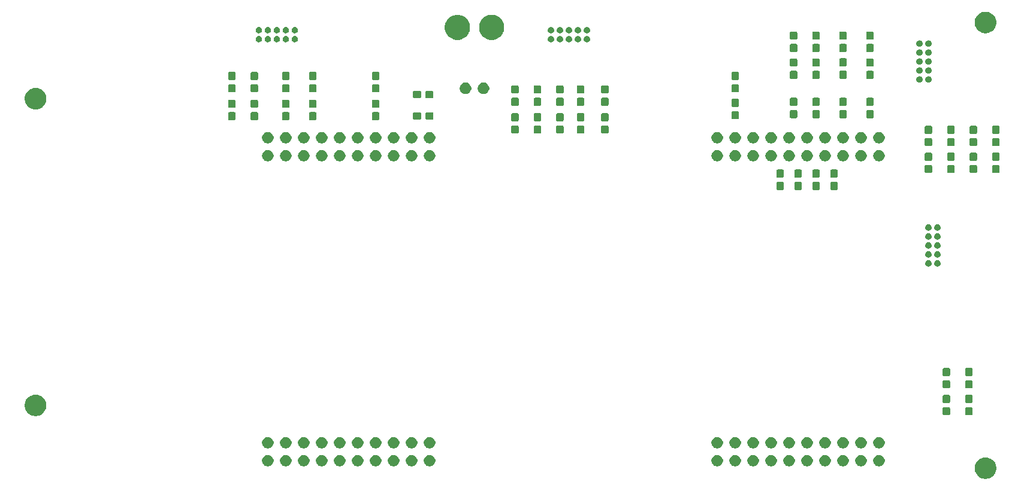
<source format=gbr>
G04 #@! TF.GenerationSoftware,KiCad,Pcbnew,(5.1.4)-1*
G04 #@! TF.CreationDate,2020-02-16T18:09:02-06:00*
G04 #@! TF.ProjectId,Tiva_Breakout_Hardware,54697661-5f42-4726-9561-6b6f75745f48,rev?*
G04 #@! TF.SameCoordinates,Original*
G04 #@! TF.FileFunction,Soldermask,Top*
G04 #@! TF.FilePolarity,Negative*
%FSLAX46Y46*%
G04 Gerber Fmt 4.6, Leading zero omitted, Abs format (unit mm)*
G04 Created by KiCad (PCBNEW (5.1.4)-1) date 2020-02-16 18:09:02*
%MOMM*%
%LPD*%
G04 APERTURE LIST*
%ADD10C,0.100000*%
G04 APERTURE END LIST*
D10*
G36*
X223060437Y-140927967D02*
G01*
X223207673Y-140957254D01*
X223485059Y-141072151D01*
X223734701Y-141238957D01*
X223947003Y-141451259D01*
X224113809Y-141700901D01*
X224228706Y-141978287D01*
X224287280Y-142272759D01*
X224287280Y-142573001D01*
X224228706Y-142867473D01*
X224113809Y-143144859D01*
X223947003Y-143394501D01*
X223734701Y-143606803D01*
X223485059Y-143773609D01*
X223207673Y-143888506D01*
X223060437Y-143917793D01*
X222913202Y-143947080D01*
X222612958Y-143947080D01*
X222465723Y-143917793D01*
X222318487Y-143888506D01*
X222041101Y-143773609D01*
X221791459Y-143606803D01*
X221579157Y-143394501D01*
X221412351Y-143144859D01*
X221297454Y-142867473D01*
X221238880Y-142573001D01*
X221238880Y-142272759D01*
X221297454Y-141978287D01*
X221412351Y-141700901D01*
X221579157Y-141451259D01*
X221791459Y-141238957D01*
X222041101Y-141072151D01*
X222318487Y-140957254D01*
X222465723Y-140927967D01*
X222612958Y-140898680D01*
X222913202Y-140898680D01*
X223060437Y-140927967D01*
X223060437Y-140927967D01*
G37*
G36*
X207957760Y-140571166D02*
G01*
X208105353Y-140632301D01*
X208238182Y-140721055D01*
X208351145Y-140834018D01*
X208439899Y-140966847D01*
X208501034Y-141114440D01*
X208532200Y-141271123D01*
X208532200Y-141430877D01*
X208501034Y-141587560D01*
X208439899Y-141735153D01*
X208351145Y-141867982D01*
X208238182Y-141980945D01*
X208105353Y-142069699D01*
X208105352Y-142069700D01*
X208105351Y-142069700D01*
X207957760Y-142130834D01*
X207801078Y-142162000D01*
X207641322Y-142162000D01*
X207484640Y-142130834D01*
X207337049Y-142069700D01*
X207337048Y-142069700D01*
X207337047Y-142069699D01*
X207204218Y-141980945D01*
X207091255Y-141867982D01*
X207002501Y-141735153D01*
X206941366Y-141587560D01*
X206910200Y-141430877D01*
X206910200Y-141271123D01*
X206941366Y-141114440D01*
X207002501Y-140966847D01*
X207091255Y-140834018D01*
X207204218Y-140721055D01*
X207337047Y-140632301D01*
X207484640Y-140571166D01*
X207641322Y-140540000D01*
X207801078Y-140540000D01*
X207957760Y-140571166D01*
X207957760Y-140571166D01*
G37*
G36*
X124137760Y-140571166D02*
G01*
X124285353Y-140632301D01*
X124418182Y-140721055D01*
X124531145Y-140834018D01*
X124619899Y-140966847D01*
X124681034Y-141114440D01*
X124712200Y-141271123D01*
X124712200Y-141430877D01*
X124681034Y-141587560D01*
X124619899Y-141735153D01*
X124531145Y-141867982D01*
X124418182Y-141980945D01*
X124285353Y-142069699D01*
X124285352Y-142069700D01*
X124285351Y-142069700D01*
X124137760Y-142130834D01*
X123981078Y-142162000D01*
X123821322Y-142162000D01*
X123664640Y-142130834D01*
X123517049Y-142069700D01*
X123517048Y-142069700D01*
X123517047Y-142069699D01*
X123384218Y-141980945D01*
X123271255Y-141867982D01*
X123182501Y-141735153D01*
X123121366Y-141587560D01*
X123090200Y-141430877D01*
X123090200Y-141271123D01*
X123121366Y-141114440D01*
X123182501Y-140966847D01*
X123271255Y-140834018D01*
X123384218Y-140721055D01*
X123517047Y-140632301D01*
X123664640Y-140571166D01*
X123821322Y-140540000D01*
X123981078Y-140540000D01*
X124137760Y-140571166D01*
X124137760Y-140571166D01*
G37*
G36*
X131757760Y-140571166D02*
G01*
X131905353Y-140632301D01*
X132038182Y-140721055D01*
X132151145Y-140834018D01*
X132239899Y-140966847D01*
X132301034Y-141114440D01*
X132332200Y-141271123D01*
X132332200Y-141430877D01*
X132301034Y-141587560D01*
X132239899Y-141735153D01*
X132151145Y-141867982D01*
X132038182Y-141980945D01*
X131905353Y-142069699D01*
X131905352Y-142069700D01*
X131905351Y-142069700D01*
X131757760Y-142130834D01*
X131601078Y-142162000D01*
X131441322Y-142162000D01*
X131284640Y-142130834D01*
X131137049Y-142069700D01*
X131137048Y-142069700D01*
X131137047Y-142069699D01*
X131004218Y-141980945D01*
X130891255Y-141867982D01*
X130802501Y-141735153D01*
X130741366Y-141587560D01*
X130710200Y-141430877D01*
X130710200Y-141271123D01*
X130741366Y-141114440D01*
X130802501Y-140966847D01*
X130891255Y-140834018D01*
X131004218Y-140721055D01*
X131137047Y-140632301D01*
X131284640Y-140571166D01*
X131441322Y-140540000D01*
X131601078Y-140540000D01*
X131757760Y-140571166D01*
X131757760Y-140571166D01*
G37*
G36*
X129217760Y-140571166D02*
G01*
X129365353Y-140632301D01*
X129498182Y-140721055D01*
X129611145Y-140834018D01*
X129699899Y-140966847D01*
X129761034Y-141114440D01*
X129792200Y-141271123D01*
X129792200Y-141430877D01*
X129761034Y-141587560D01*
X129699899Y-141735153D01*
X129611145Y-141867982D01*
X129498182Y-141980945D01*
X129365353Y-142069699D01*
X129365352Y-142069700D01*
X129365351Y-142069700D01*
X129217760Y-142130834D01*
X129061078Y-142162000D01*
X128901322Y-142162000D01*
X128744640Y-142130834D01*
X128597049Y-142069700D01*
X128597048Y-142069700D01*
X128597047Y-142069699D01*
X128464218Y-141980945D01*
X128351255Y-141867982D01*
X128262501Y-141735153D01*
X128201366Y-141587560D01*
X128170200Y-141430877D01*
X128170200Y-141271123D01*
X128201366Y-141114440D01*
X128262501Y-140966847D01*
X128351255Y-140834018D01*
X128464218Y-140721055D01*
X128597047Y-140632301D01*
X128744640Y-140571166D01*
X128901322Y-140540000D01*
X129061078Y-140540000D01*
X129217760Y-140571166D01*
X129217760Y-140571166D01*
G37*
G36*
X126677760Y-140571166D02*
G01*
X126825353Y-140632301D01*
X126958182Y-140721055D01*
X127071145Y-140834018D01*
X127159899Y-140966847D01*
X127221034Y-141114440D01*
X127252200Y-141271123D01*
X127252200Y-141430877D01*
X127221034Y-141587560D01*
X127159899Y-141735153D01*
X127071145Y-141867982D01*
X126958182Y-141980945D01*
X126825353Y-142069699D01*
X126825352Y-142069700D01*
X126825351Y-142069700D01*
X126677760Y-142130834D01*
X126521078Y-142162000D01*
X126361322Y-142162000D01*
X126204640Y-142130834D01*
X126057049Y-142069700D01*
X126057048Y-142069700D01*
X126057047Y-142069699D01*
X125924218Y-141980945D01*
X125811255Y-141867982D01*
X125722501Y-141735153D01*
X125661366Y-141587560D01*
X125630200Y-141430877D01*
X125630200Y-141271123D01*
X125661366Y-141114440D01*
X125722501Y-140966847D01*
X125811255Y-140834018D01*
X125924218Y-140721055D01*
X126057047Y-140632301D01*
X126204640Y-140571166D01*
X126361322Y-140540000D01*
X126521078Y-140540000D01*
X126677760Y-140571166D01*
X126677760Y-140571166D01*
G37*
G36*
X134297760Y-140571166D02*
G01*
X134445353Y-140632301D01*
X134578182Y-140721055D01*
X134691145Y-140834018D01*
X134779899Y-140966847D01*
X134841034Y-141114440D01*
X134872200Y-141271123D01*
X134872200Y-141430877D01*
X134841034Y-141587560D01*
X134779899Y-141735153D01*
X134691145Y-141867982D01*
X134578182Y-141980945D01*
X134445353Y-142069699D01*
X134445352Y-142069700D01*
X134445351Y-142069700D01*
X134297760Y-142130834D01*
X134141078Y-142162000D01*
X133981322Y-142162000D01*
X133824640Y-142130834D01*
X133677049Y-142069700D01*
X133677048Y-142069700D01*
X133677047Y-142069699D01*
X133544218Y-141980945D01*
X133431255Y-141867982D01*
X133342501Y-141735153D01*
X133281366Y-141587560D01*
X133250200Y-141430877D01*
X133250200Y-141271123D01*
X133281366Y-141114440D01*
X133342501Y-140966847D01*
X133431255Y-140834018D01*
X133544218Y-140721055D01*
X133677047Y-140632301D01*
X133824640Y-140571166D01*
X133981322Y-140540000D01*
X134141078Y-140540000D01*
X134297760Y-140571166D01*
X134297760Y-140571166D01*
G37*
G36*
X136837760Y-140571166D02*
G01*
X136985353Y-140632301D01*
X137118182Y-140721055D01*
X137231145Y-140834018D01*
X137319899Y-140966847D01*
X137381034Y-141114440D01*
X137412200Y-141271123D01*
X137412200Y-141430877D01*
X137381034Y-141587560D01*
X137319899Y-141735153D01*
X137231145Y-141867982D01*
X137118182Y-141980945D01*
X136985353Y-142069699D01*
X136985352Y-142069700D01*
X136985351Y-142069700D01*
X136837760Y-142130834D01*
X136681078Y-142162000D01*
X136521322Y-142162000D01*
X136364640Y-142130834D01*
X136217049Y-142069700D01*
X136217048Y-142069700D01*
X136217047Y-142069699D01*
X136084218Y-141980945D01*
X135971255Y-141867982D01*
X135882501Y-141735153D01*
X135821366Y-141587560D01*
X135790200Y-141430877D01*
X135790200Y-141271123D01*
X135821366Y-141114440D01*
X135882501Y-140966847D01*
X135971255Y-140834018D01*
X136084218Y-140721055D01*
X136217047Y-140632301D01*
X136364640Y-140571166D01*
X136521322Y-140540000D01*
X136681078Y-140540000D01*
X136837760Y-140571166D01*
X136837760Y-140571166D01*
G37*
G36*
X144457760Y-140571166D02*
G01*
X144605353Y-140632301D01*
X144738182Y-140721055D01*
X144851145Y-140834018D01*
X144939899Y-140966847D01*
X145001034Y-141114440D01*
X145032200Y-141271123D01*
X145032200Y-141430877D01*
X145001034Y-141587560D01*
X144939899Y-141735153D01*
X144851145Y-141867982D01*
X144738182Y-141980945D01*
X144605353Y-142069699D01*
X144605352Y-142069700D01*
X144605351Y-142069700D01*
X144457760Y-142130834D01*
X144301078Y-142162000D01*
X144141322Y-142162000D01*
X143984640Y-142130834D01*
X143837049Y-142069700D01*
X143837048Y-142069700D01*
X143837047Y-142069699D01*
X143704218Y-141980945D01*
X143591255Y-141867982D01*
X143502501Y-141735153D01*
X143441366Y-141587560D01*
X143410200Y-141430877D01*
X143410200Y-141271123D01*
X143441366Y-141114440D01*
X143502501Y-140966847D01*
X143591255Y-140834018D01*
X143704218Y-140721055D01*
X143837047Y-140632301D01*
X143984640Y-140571166D01*
X144141322Y-140540000D01*
X144301078Y-140540000D01*
X144457760Y-140571166D01*
X144457760Y-140571166D01*
G37*
G36*
X141917760Y-140571166D02*
G01*
X142065353Y-140632301D01*
X142198182Y-140721055D01*
X142311145Y-140834018D01*
X142399899Y-140966847D01*
X142461034Y-141114440D01*
X142492200Y-141271123D01*
X142492200Y-141430877D01*
X142461034Y-141587560D01*
X142399899Y-141735153D01*
X142311145Y-141867982D01*
X142198182Y-141980945D01*
X142065353Y-142069699D01*
X142065352Y-142069700D01*
X142065351Y-142069700D01*
X141917760Y-142130834D01*
X141761078Y-142162000D01*
X141601322Y-142162000D01*
X141444640Y-142130834D01*
X141297049Y-142069700D01*
X141297048Y-142069700D01*
X141297047Y-142069699D01*
X141164218Y-141980945D01*
X141051255Y-141867982D01*
X140962501Y-141735153D01*
X140901366Y-141587560D01*
X140870200Y-141430877D01*
X140870200Y-141271123D01*
X140901366Y-141114440D01*
X140962501Y-140966847D01*
X141051255Y-140834018D01*
X141164218Y-140721055D01*
X141297047Y-140632301D01*
X141444640Y-140571166D01*
X141601322Y-140540000D01*
X141761078Y-140540000D01*
X141917760Y-140571166D01*
X141917760Y-140571166D01*
G37*
G36*
X139377760Y-140571166D02*
G01*
X139525353Y-140632301D01*
X139658182Y-140721055D01*
X139771145Y-140834018D01*
X139859899Y-140966847D01*
X139921034Y-141114440D01*
X139952200Y-141271123D01*
X139952200Y-141430877D01*
X139921034Y-141587560D01*
X139859899Y-141735153D01*
X139771145Y-141867982D01*
X139658182Y-141980945D01*
X139525353Y-142069699D01*
X139525352Y-142069700D01*
X139525351Y-142069700D01*
X139377760Y-142130834D01*
X139221078Y-142162000D01*
X139061322Y-142162000D01*
X138904640Y-142130834D01*
X138757049Y-142069700D01*
X138757048Y-142069700D01*
X138757047Y-142069699D01*
X138624218Y-141980945D01*
X138511255Y-141867982D01*
X138422501Y-141735153D01*
X138361366Y-141587560D01*
X138330200Y-141430877D01*
X138330200Y-141271123D01*
X138361366Y-141114440D01*
X138422501Y-140966847D01*
X138511255Y-140834018D01*
X138624218Y-140721055D01*
X138757047Y-140632301D01*
X138904640Y-140571166D01*
X139061322Y-140540000D01*
X139221078Y-140540000D01*
X139377760Y-140571166D01*
X139377760Y-140571166D01*
G37*
G36*
X205417760Y-140571166D02*
G01*
X205565353Y-140632301D01*
X205698182Y-140721055D01*
X205811145Y-140834018D01*
X205899899Y-140966847D01*
X205961034Y-141114440D01*
X205992200Y-141271123D01*
X205992200Y-141430877D01*
X205961034Y-141587560D01*
X205899899Y-141735153D01*
X205811145Y-141867982D01*
X205698182Y-141980945D01*
X205565353Y-142069699D01*
X205565352Y-142069700D01*
X205565351Y-142069700D01*
X205417760Y-142130834D01*
X205261078Y-142162000D01*
X205101322Y-142162000D01*
X204944640Y-142130834D01*
X204797049Y-142069700D01*
X204797048Y-142069700D01*
X204797047Y-142069699D01*
X204664218Y-141980945D01*
X204551255Y-141867982D01*
X204462501Y-141735153D01*
X204401366Y-141587560D01*
X204370200Y-141430877D01*
X204370200Y-141271123D01*
X204401366Y-141114440D01*
X204462501Y-140966847D01*
X204551255Y-140834018D01*
X204664218Y-140721055D01*
X204797047Y-140632301D01*
X204944640Y-140571166D01*
X205101322Y-140540000D01*
X205261078Y-140540000D01*
X205417760Y-140571166D01*
X205417760Y-140571166D01*
G37*
G36*
X202877760Y-140571166D02*
G01*
X203025353Y-140632301D01*
X203158182Y-140721055D01*
X203271145Y-140834018D01*
X203359899Y-140966847D01*
X203421034Y-141114440D01*
X203452200Y-141271123D01*
X203452200Y-141430877D01*
X203421034Y-141587560D01*
X203359899Y-141735153D01*
X203271145Y-141867982D01*
X203158182Y-141980945D01*
X203025353Y-142069699D01*
X203025352Y-142069700D01*
X203025351Y-142069700D01*
X202877760Y-142130834D01*
X202721078Y-142162000D01*
X202561322Y-142162000D01*
X202404640Y-142130834D01*
X202257049Y-142069700D01*
X202257048Y-142069700D01*
X202257047Y-142069699D01*
X202124218Y-141980945D01*
X202011255Y-141867982D01*
X201922501Y-141735153D01*
X201861366Y-141587560D01*
X201830200Y-141430877D01*
X201830200Y-141271123D01*
X201861366Y-141114440D01*
X201922501Y-140966847D01*
X202011255Y-140834018D01*
X202124218Y-140721055D01*
X202257047Y-140632301D01*
X202404640Y-140571166D01*
X202561322Y-140540000D01*
X202721078Y-140540000D01*
X202877760Y-140571166D01*
X202877760Y-140571166D01*
G37*
G36*
X200337760Y-140571166D02*
G01*
X200485353Y-140632301D01*
X200618182Y-140721055D01*
X200731145Y-140834018D01*
X200819899Y-140966847D01*
X200881034Y-141114440D01*
X200912200Y-141271123D01*
X200912200Y-141430877D01*
X200881034Y-141587560D01*
X200819899Y-141735153D01*
X200731145Y-141867982D01*
X200618182Y-141980945D01*
X200485353Y-142069699D01*
X200485352Y-142069700D01*
X200485351Y-142069700D01*
X200337760Y-142130834D01*
X200181078Y-142162000D01*
X200021322Y-142162000D01*
X199864640Y-142130834D01*
X199717049Y-142069700D01*
X199717048Y-142069700D01*
X199717047Y-142069699D01*
X199584218Y-141980945D01*
X199471255Y-141867982D01*
X199382501Y-141735153D01*
X199321366Y-141587560D01*
X199290200Y-141430877D01*
X199290200Y-141271123D01*
X199321366Y-141114440D01*
X199382501Y-140966847D01*
X199471255Y-140834018D01*
X199584218Y-140721055D01*
X199717047Y-140632301D01*
X199864640Y-140571166D01*
X200021322Y-140540000D01*
X200181078Y-140540000D01*
X200337760Y-140571166D01*
X200337760Y-140571166D01*
G37*
G36*
X197797760Y-140571166D02*
G01*
X197945353Y-140632301D01*
X198078182Y-140721055D01*
X198191145Y-140834018D01*
X198279899Y-140966847D01*
X198341034Y-141114440D01*
X198372200Y-141271123D01*
X198372200Y-141430877D01*
X198341034Y-141587560D01*
X198279899Y-141735153D01*
X198191145Y-141867982D01*
X198078182Y-141980945D01*
X197945353Y-142069699D01*
X197945352Y-142069700D01*
X197945351Y-142069700D01*
X197797760Y-142130834D01*
X197641078Y-142162000D01*
X197481322Y-142162000D01*
X197324640Y-142130834D01*
X197177049Y-142069700D01*
X197177048Y-142069700D01*
X197177047Y-142069699D01*
X197044218Y-141980945D01*
X196931255Y-141867982D01*
X196842501Y-141735153D01*
X196781366Y-141587560D01*
X196750200Y-141430877D01*
X196750200Y-141271123D01*
X196781366Y-141114440D01*
X196842501Y-140966847D01*
X196931255Y-140834018D01*
X197044218Y-140721055D01*
X197177047Y-140632301D01*
X197324640Y-140571166D01*
X197481322Y-140540000D01*
X197641078Y-140540000D01*
X197797760Y-140571166D01*
X197797760Y-140571166D01*
G37*
G36*
X195257760Y-140571166D02*
G01*
X195405353Y-140632301D01*
X195538182Y-140721055D01*
X195651145Y-140834018D01*
X195739899Y-140966847D01*
X195801034Y-141114440D01*
X195832200Y-141271123D01*
X195832200Y-141430877D01*
X195801034Y-141587560D01*
X195739899Y-141735153D01*
X195651145Y-141867982D01*
X195538182Y-141980945D01*
X195405353Y-142069699D01*
X195405352Y-142069700D01*
X195405351Y-142069700D01*
X195257760Y-142130834D01*
X195101078Y-142162000D01*
X194941322Y-142162000D01*
X194784640Y-142130834D01*
X194637049Y-142069700D01*
X194637048Y-142069700D01*
X194637047Y-142069699D01*
X194504218Y-141980945D01*
X194391255Y-141867982D01*
X194302501Y-141735153D01*
X194241366Y-141587560D01*
X194210200Y-141430877D01*
X194210200Y-141271123D01*
X194241366Y-141114440D01*
X194302501Y-140966847D01*
X194391255Y-140834018D01*
X194504218Y-140721055D01*
X194637047Y-140632301D01*
X194784640Y-140571166D01*
X194941322Y-140540000D01*
X195101078Y-140540000D01*
X195257760Y-140571166D01*
X195257760Y-140571166D01*
G37*
G36*
X192717760Y-140571166D02*
G01*
X192865353Y-140632301D01*
X192998182Y-140721055D01*
X193111145Y-140834018D01*
X193199899Y-140966847D01*
X193261034Y-141114440D01*
X193292200Y-141271123D01*
X193292200Y-141430877D01*
X193261034Y-141587560D01*
X193199899Y-141735153D01*
X193111145Y-141867982D01*
X192998182Y-141980945D01*
X192865353Y-142069699D01*
X192865352Y-142069700D01*
X192865351Y-142069700D01*
X192717760Y-142130834D01*
X192561078Y-142162000D01*
X192401322Y-142162000D01*
X192244640Y-142130834D01*
X192097049Y-142069700D01*
X192097048Y-142069700D01*
X192097047Y-142069699D01*
X191964218Y-141980945D01*
X191851255Y-141867982D01*
X191762501Y-141735153D01*
X191701366Y-141587560D01*
X191670200Y-141430877D01*
X191670200Y-141271123D01*
X191701366Y-141114440D01*
X191762501Y-140966847D01*
X191851255Y-140834018D01*
X191964218Y-140721055D01*
X192097047Y-140632301D01*
X192244640Y-140571166D01*
X192401322Y-140540000D01*
X192561078Y-140540000D01*
X192717760Y-140571166D01*
X192717760Y-140571166D01*
G37*
G36*
X190177760Y-140571166D02*
G01*
X190325353Y-140632301D01*
X190458182Y-140721055D01*
X190571145Y-140834018D01*
X190659899Y-140966847D01*
X190721034Y-141114440D01*
X190752200Y-141271123D01*
X190752200Y-141430877D01*
X190721034Y-141587560D01*
X190659899Y-141735153D01*
X190571145Y-141867982D01*
X190458182Y-141980945D01*
X190325353Y-142069699D01*
X190325352Y-142069700D01*
X190325351Y-142069700D01*
X190177760Y-142130834D01*
X190021078Y-142162000D01*
X189861322Y-142162000D01*
X189704640Y-142130834D01*
X189557049Y-142069700D01*
X189557048Y-142069700D01*
X189557047Y-142069699D01*
X189424218Y-141980945D01*
X189311255Y-141867982D01*
X189222501Y-141735153D01*
X189161366Y-141587560D01*
X189130200Y-141430877D01*
X189130200Y-141271123D01*
X189161366Y-141114440D01*
X189222501Y-140966847D01*
X189311255Y-140834018D01*
X189424218Y-140721055D01*
X189557047Y-140632301D01*
X189704640Y-140571166D01*
X189861322Y-140540000D01*
X190021078Y-140540000D01*
X190177760Y-140571166D01*
X190177760Y-140571166D01*
G37*
G36*
X187637760Y-140571166D02*
G01*
X187785353Y-140632301D01*
X187918182Y-140721055D01*
X188031145Y-140834018D01*
X188119899Y-140966847D01*
X188181034Y-141114440D01*
X188212200Y-141271123D01*
X188212200Y-141430877D01*
X188181034Y-141587560D01*
X188119899Y-141735153D01*
X188031145Y-141867982D01*
X187918182Y-141980945D01*
X187785353Y-142069699D01*
X187785352Y-142069700D01*
X187785351Y-142069700D01*
X187637760Y-142130834D01*
X187481078Y-142162000D01*
X187321322Y-142162000D01*
X187164640Y-142130834D01*
X187017049Y-142069700D01*
X187017048Y-142069700D01*
X187017047Y-142069699D01*
X186884218Y-141980945D01*
X186771255Y-141867982D01*
X186682501Y-141735153D01*
X186621366Y-141587560D01*
X186590200Y-141430877D01*
X186590200Y-141271123D01*
X186621366Y-141114440D01*
X186682501Y-140966847D01*
X186771255Y-140834018D01*
X186884218Y-140721055D01*
X187017047Y-140632301D01*
X187164640Y-140571166D01*
X187321322Y-140540000D01*
X187481078Y-140540000D01*
X187637760Y-140571166D01*
X187637760Y-140571166D01*
G37*
G36*
X185097760Y-140571166D02*
G01*
X185245353Y-140632301D01*
X185378182Y-140721055D01*
X185491145Y-140834018D01*
X185579899Y-140966847D01*
X185641034Y-141114440D01*
X185672200Y-141271123D01*
X185672200Y-141430877D01*
X185641034Y-141587560D01*
X185579899Y-141735153D01*
X185491145Y-141867982D01*
X185378182Y-141980945D01*
X185245353Y-142069699D01*
X185245352Y-142069700D01*
X185245351Y-142069700D01*
X185097760Y-142130834D01*
X184941078Y-142162000D01*
X184781322Y-142162000D01*
X184624640Y-142130834D01*
X184477049Y-142069700D01*
X184477048Y-142069700D01*
X184477047Y-142069699D01*
X184344218Y-141980945D01*
X184231255Y-141867982D01*
X184142501Y-141735153D01*
X184081366Y-141587560D01*
X184050200Y-141430877D01*
X184050200Y-141271123D01*
X184081366Y-141114440D01*
X184142501Y-140966847D01*
X184231255Y-140834018D01*
X184344218Y-140721055D01*
X184477047Y-140632301D01*
X184624640Y-140571166D01*
X184781322Y-140540000D01*
X184941078Y-140540000D01*
X185097760Y-140571166D01*
X185097760Y-140571166D01*
G37*
G36*
X121597760Y-140571166D02*
G01*
X121745353Y-140632301D01*
X121878182Y-140721055D01*
X121991145Y-140834018D01*
X122079899Y-140966847D01*
X122141034Y-141114440D01*
X122172200Y-141271123D01*
X122172200Y-141430877D01*
X122141034Y-141587560D01*
X122079899Y-141735153D01*
X121991145Y-141867982D01*
X121878182Y-141980945D01*
X121745353Y-142069699D01*
X121745352Y-142069700D01*
X121745351Y-142069700D01*
X121597760Y-142130834D01*
X121441078Y-142162000D01*
X121281322Y-142162000D01*
X121124640Y-142130834D01*
X120977049Y-142069700D01*
X120977048Y-142069700D01*
X120977047Y-142069699D01*
X120844218Y-141980945D01*
X120731255Y-141867982D01*
X120642501Y-141735153D01*
X120581366Y-141587560D01*
X120550200Y-141430877D01*
X120550200Y-141271123D01*
X120581366Y-141114440D01*
X120642501Y-140966847D01*
X120731255Y-140834018D01*
X120844218Y-140721055D01*
X120977047Y-140632301D01*
X121124640Y-140571166D01*
X121281322Y-140540000D01*
X121441078Y-140540000D01*
X121597760Y-140571166D01*
X121597760Y-140571166D01*
G37*
G36*
X121597760Y-138031166D02*
G01*
X121745353Y-138092301D01*
X121878182Y-138181055D01*
X121991145Y-138294018D01*
X122079899Y-138426847D01*
X122141034Y-138574440D01*
X122172200Y-138731123D01*
X122172200Y-138890877D01*
X122141034Y-139047560D01*
X122079899Y-139195153D01*
X121991145Y-139327982D01*
X121878182Y-139440945D01*
X121745353Y-139529699D01*
X121745352Y-139529700D01*
X121745351Y-139529700D01*
X121597760Y-139590834D01*
X121441078Y-139622000D01*
X121281322Y-139622000D01*
X121124640Y-139590834D01*
X120977049Y-139529700D01*
X120977048Y-139529700D01*
X120977047Y-139529699D01*
X120844218Y-139440945D01*
X120731255Y-139327982D01*
X120642501Y-139195153D01*
X120581366Y-139047560D01*
X120550200Y-138890877D01*
X120550200Y-138731123D01*
X120581366Y-138574440D01*
X120642501Y-138426847D01*
X120731255Y-138294018D01*
X120844218Y-138181055D01*
X120977047Y-138092301D01*
X121124640Y-138031166D01*
X121281322Y-138000000D01*
X121441078Y-138000000D01*
X121597760Y-138031166D01*
X121597760Y-138031166D01*
G37*
G36*
X205417760Y-138031166D02*
G01*
X205565353Y-138092301D01*
X205698182Y-138181055D01*
X205811145Y-138294018D01*
X205899899Y-138426847D01*
X205961034Y-138574440D01*
X205992200Y-138731123D01*
X205992200Y-138890877D01*
X205961034Y-139047560D01*
X205899899Y-139195153D01*
X205811145Y-139327982D01*
X205698182Y-139440945D01*
X205565353Y-139529699D01*
X205565352Y-139529700D01*
X205565351Y-139529700D01*
X205417760Y-139590834D01*
X205261078Y-139622000D01*
X205101322Y-139622000D01*
X204944640Y-139590834D01*
X204797049Y-139529700D01*
X204797048Y-139529700D01*
X204797047Y-139529699D01*
X204664218Y-139440945D01*
X204551255Y-139327982D01*
X204462501Y-139195153D01*
X204401366Y-139047560D01*
X204370200Y-138890877D01*
X204370200Y-138731123D01*
X204401366Y-138574440D01*
X204462501Y-138426847D01*
X204551255Y-138294018D01*
X204664218Y-138181055D01*
X204797047Y-138092301D01*
X204944640Y-138031166D01*
X205101322Y-138000000D01*
X205261078Y-138000000D01*
X205417760Y-138031166D01*
X205417760Y-138031166D01*
G37*
G36*
X200337760Y-138031166D02*
G01*
X200485353Y-138092301D01*
X200618182Y-138181055D01*
X200731145Y-138294018D01*
X200819899Y-138426847D01*
X200881034Y-138574440D01*
X200912200Y-138731123D01*
X200912200Y-138890877D01*
X200881034Y-139047560D01*
X200819899Y-139195153D01*
X200731145Y-139327982D01*
X200618182Y-139440945D01*
X200485353Y-139529699D01*
X200485352Y-139529700D01*
X200485351Y-139529700D01*
X200337760Y-139590834D01*
X200181078Y-139622000D01*
X200021322Y-139622000D01*
X199864640Y-139590834D01*
X199717049Y-139529700D01*
X199717048Y-139529700D01*
X199717047Y-139529699D01*
X199584218Y-139440945D01*
X199471255Y-139327982D01*
X199382501Y-139195153D01*
X199321366Y-139047560D01*
X199290200Y-138890877D01*
X199290200Y-138731123D01*
X199321366Y-138574440D01*
X199382501Y-138426847D01*
X199471255Y-138294018D01*
X199584218Y-138181055D01*
X199717047Y-138092301D01*
X199864640Y-138031166D01*
X200021322Y-138000000D01*
X200181078Y-138000000D01*
X200337760Y-138031166D01*
X200337760Y-138031166D01*
G37*
G36*
X202877760Y-138031166D02*
G01*
X203025353Y-138092301D01*
X203158182Y-138181055D01*
X203271145Y-138294018D01*
X203359899Y-138426847D01*
X203421034Y-138574440D01*
X203452200Y-138731123D01*
X203452200Y-138890877D01*
X203421034Y-139047560D01*
X203359899Y-139195153D01*
X203271145Y-139327982D01*
X203158182Y-139440945D01*
X203025353Y-139529699D01*
X203025352Y-139529700D01*
X203025351Y-139529700D01*
X202877760Y-139590834D01*
X202721078Y-139622000D01*
X202561322Y-139622000D01*
X202404640Y-139590834D01*
X202257049Y-139529700D01*
X202257048Y-139529700D01*
X202257047Y-139529699D01*
X202124218Y-139440945D01*
X202011255Y-139327982D01*
X201922501Y-139195153D01*
X201861366Y-139047560D01*
X201830200Y-138890877D01*
X201830200Y-138731123D01*
X201861366Y-138574440D01*
X201922501Y-138426847D01*
X202011255Y-138294018D01*
X202124218Y-138181055D01*
X202257047Y-138092301D01*
X202404640Y-138031166D01*
X202561322Y-138000000D01*
X202721078Y-138000000D01*
X202877760Y-138031166D01*
X202877760Y-138031166D01*
G37*
G36*
X197797760Y-138031166D02*
G01*
X197945353Y-138092301D01*
X198078182Y-138181055D01*
X198191145Y-138294018D01*
X198279899Y-138426847D01*
X198341034Y-138574440D01*
X198372200Y-138731123D01*
X198372200Y-138890877D01*
X198341034Y-139047560D01*
X198279899Y-139195153D01*
X198191145Y-139327982D01*
X198078182Y-139440945D01*
X197945353Y-139529699D01*
X197945352Y-139529700D01*
X197945351Y-139529700D01*
X197797760Y-139590834D01*
X197641078Y-139622000D01*
X197481322Y-139622000D01*
X197324640Y-139590834D01*
X197177049Y-139529700D01*
X197177048Y-139529700D01*
X197177047Y-139529699D01*
X197044218Y-139440945D01*
X196931255Y-139327982D01*
X196842501Y-139195153D01*
X196781366Y-139047560D01*
X196750200Y-138890877D01*
X196750200Y-138731123D01*
X196781366Y-138574440D01*
X196842501Y-138426847D01*
X196931255Y-138294018D01*
X197044218Y-138181055D01*
X197177047Y-138092301D01*
X197324640Y-138031166D01*
X197481322Y-138000000D01*
X197641078Y-138000000D01*
X197797760Y-138031166D01*
X197797760Y-138031166D01*
G37*
G36*
X195257760Y-138031166D02*
G01*
X195405353Y-138092301D01*
X195538182Y-138181055D01*
X195651145Y-138294018D01*
X195739899Y-138426847D01*
X195801034Y-138574440D01*
X195832200Y-138731123D01*
X195832200Y-138890877D01*
X195801034Y-139047560D01*
X195739899Y-139195153D01*
X195651145Y-139327982D01*
X195538182Y-139440945D01*
X195405353Y-139529699D01*
X195405352Y-139529700D01*
X195405351Y-139529700D01*
X195257760Y-139590834D01*
X195101078Y-139622000D01*
X194941322Y-139622000D01*
X194784640Y-139590834D01*
X194637049Y-139529700D01*
X194637048Y-139529700D01*
X194637047Y-139529699D01*
X194504218Y-139440945D01*
X194391255Y-139327982D01*
X194302501Y-139195153D01*
X194241366Y-139047560D01*
X194210200Y-138890877D01*
X194210200Y-138731123D01*
X194241366Y-138574440D01*
X194302501Y-138426847D01*
X194391255Y-138294018D01*
X194504218Y-138181055D01*
X194637047Y-138092301D01*
X194784640Y-138031166D01*
X194941322Y-138000000D01*
X195101078Y-138000000D01*
X195257760Y-138031166D01*
X195257760Y-138031166D01*
G37*
G36*
X192717760Y-138031166D02*
G01*
X192865353Y-138092301D01*
X192998182Y-138181055D01*
X193111145Y-138294018D01*
X193199899Y-138426847D01*
X193261034Y-138574440D01*
X193292200Y-138731123D01*
X193292200Y-138890877D01*
X193261034Y-139047560D01*
X193199899Y-139195153D01*
X193111145Y-139327982D01*
X192998182Y-139440945D01*
X192865353Y-139529699D01*
X192865352Y-139529700D01*
X192865351Y-139529700D01*
X192717760Y-139590834D01*
X192561078Y-139622000D01*
X192401322Y-139622000D01*
X192244640Y-139590834D01*
X192097049Y-139529700D01*
X192097048Y-139529700D01*
X192097047Y-139529699D01*
X191964218Y-139440945D01*
X191851255Y-139327982D01*
X191762501Y-139195153D01*
X191701366Y-139047560D01*
X191670200Y-138890877D01*
X191670200Y-138731123D01*
X191701366Y-138574440D01*
X191762501Y-138426847D01*
X191851255Y-138294018D01*
X191964218Y-138181055D01*
X192097047Y-138092301D01*
X192244640Y-138031166D01*
X192401322Y-138000000D01*
X192561078Y-138000000D01*
X192717760Y-138031166D01*
X192717760Y-138031166D01*
G37*
G36*
X190177760Y-138031166D02*
G01*
X190325353Y-138092301D01*
X190458182Y-138181055D01*
X190571145Y-138294018D01*
X190659899Y-138426847D01*
X190721034Y-138574440D01*
X190752200Y-138731123D01*
X190752200Y-138890877D01*
X190721034Y-139047560D01*
X190659899Y-139195153D01*
X190571145Y-139327982D01*
X190458182Y-139440945D01*
X190325353Y-139529699D01*
X190325352Y-139529700D01*
X190325351Y-139529700D01*
X190177760Y-139590834D01*
X190021078Y-139622000D01*
X189861322Y-139622000D01*
X189704640Y-139590834D01*
X189557049Y-139529700D01*
X189557048Y-139529700D01*
X189557047Y-139529699D01*
X189424218Y-139440945D01*
X189311255Y-139327982D01*
X189222501Y-139195153D01*
X189161366Y-139047560D01*
X189130200Y-138890877D01*
X189130200Y-138731123D01*
X189161366Y-138574440D01*
X189222501Y-138426847D01*
X189311255Y-138294018D01*
X189424218Y-138181055D01*
X189557047Y-138092301D01*
X189704640Y-138031166D01*
X189861322Y-138000000D01*
X190021078Y-138000000D01*
X190177760Y-138031166D01*
X190177760Y-138031166D01*
G37*
G36*
X187637760Y-138031166D02*
G01*
X187785353Y-138092301D01*
X187918182Y-138181055D01*
X188031145Y-138294018D01*
X188119899Y-138426847D01*
X188181034Y-138574440D01*
X188212200Y-138731123D01*
X188212200Y-138890877D01*
X188181034Y-139047560D01*
X188119899Y-139195153D01*
X188031145Y-139327982D01*
X187918182Y-139440945D01*
X187785353Y-139529699D01*
X187785352Y-139529700D01*
X187785351Y-139529700D01*
X187637760Y-139590834D01*
X187481078Y-139622000D01*
X187321322Y-139622000D01*
X187164640Y-139590834D01*
X187017049Y-139529700D01*
X187017048Y-139529700D01*
X187017047Y-139529699D01*
X186884218Y-139440945D01*
X186771255Y-139327982D01*
X186682501Y-139195153D01*
X186621366Y-139047560D01*
X186590200Y-138890877D01*
X186590200Y-138731123D01*
X186621366Y-138574440D01*
X186682501Y-138426847D01*
X186771255Y-138294018D01*
X186884218Y-138181055D01*
X187017047Y-138092301D01*
X187164640Y-138031166D01*
X187321322Y-138000000D01*
X187481078Y-138000000D01*
X187637760Y-138031166D01*
X187637760Y-138031166D01*
G37*
G36*
X185097760Y-138031166D02*
G01*
X185245353Y-138092301D01*
X185378182Y-138181055D01*
X185491145Y-138294018D01*
X185579899Y-138426847D01*
X185641034Y-138574440D01*
X185672200Y-138731123D01*
X185672200Y-138890877D01*
X185641034Y-139047560D01*
X185579899Y-139195153D01*
X185491145Y-139327982D01*
X185378182Y-139440945D01*
X185245353Y-139529699D01*
X185245352Y-139529700D01*
X185245351Y-139529700D01*
X185097760Y-139590834D01*
X184941078Y-139622000D01*
X184781322Y-139622000D01*
X184624640Y-139590834D01*
X184477049Y-139529700D01*
X184477048Y-139529700D01*
X184477047Y-139529699D01*
X184344218Y-139440945D01*
X184231255Y-139327982D01*
X184142501Y-139195153D01*
X184081366Y-139047560D01*
X184050200Y-138890877D01*
X184050200Y-138731123D01*
X184081366Y-138574440D01*
X184142501Y-138426847D01*
X184231255Y-138294018D01*
X184344218Y-138181055D01*
X184477047Y-138092301D01*
X184624640Y-138031166D01*
X184781322Y-138000000D01*
X184941078Y-138000000D01*
X185097760Y-138031166D01*
X185097760Y-138031166D01*
G37*
G36*
X126677760Y-138031166D02*
G01*
X126825353Y-138092301D01*
X126958182Y-138181055D01*
X127071145Y-138294018D01*
X127159899Y-138426847D01*
X127221034Y-138574440D01*
X127252200Y-138731123D01*
X127252200Y-138890877D01*
X127221034Y-139047560D01*
X127159899Y-139195153D01*
X127071145Y-139327982D01*
X126958182Y-139440945D01*
X126825353Y-139529699D01*
X126825352Y-139529700D01*
X126825351Y-139529700D01*
X126677760Y-139590834D01*
X126521078Y-139622000D01*
X126361322Y-139622000D01*
X126204640Y-139590834D01*
X126057049Y-139529700D01*
X126057048Y-139529700D01*
X126057047Y-139529699D01*
X125924218Y-139440945D01*
X125811255Y-139327982D01*
X125722501Y-139195153D01*
X125661366Y-139047560D01*
X125630200Y-138890877D01*
X125630200Y-138731123D01*
X125661366Y-138574440D01*
X125722501Y-138426847D01*
X125811255Y-138294018D01*
X125924218Y-138181055D01*
X126057047Y-138092301D01*
X126204640Y-138031166D01*
X126361322Y-138000000D01*
X126521078Y-138000000D01*
X126677760Y-138031166D01*
X126677760Y-138031166D01*
G37*
G36*
X144457760Y-138031166D02*
G01*
X144605353Y-138092301D01*
X144738182Y-138181055D01*
X144851145Y-138294018D01*
X144939899Y-138426847D01*
X145001034Y-138574440D01*
X145032200Y-138731123D01*
X145032200Y-138890877D01*
X145001034Y-139047560D01*
X144939899Y-139195153D01*
X144851145Y-139327982D01*
X144738182Y-139440945D01*
X144605353Y-139529699D01*
X144605352Y-139529700D01*
X144605351Y-139529700D01*
X144457760Y-139590834D01*
X144301078Y-139622000D01*
X144141322Y-139622000D01*
X143984640Y-139590834D01*
X143837049Y-139529700D01*
X143837048Y-139529700D01*
X143837047Y-139529699D01*
X143704218Y-139440945D01*
X143591255Y-139327982D01*
X143502501Y-139195153D01*
X143441366Y-139047560D01*
X143410200Y-138890877D01*
X143410200Y-138731123D01*
X143441366Y-138574440D01*
X143502501Y-138426847D01*
X143591255Y-138294018D01*
X143704218Y-138181055D01*
X143837047Y-138092301D01*
X143984640Y-138031166D01*
X144141322Y-138000000D01*
X144301078Y-138000000D01*
X144457760Y-138031166D01*
X144457760Y-138031166D01*
G37*
G36*
X141917760Y-138031166D02*
G01*
X142065353Y-138092301D01*
X142198182Y-138181055D01*
X142311145Y-138294018D01*
X142399899Y-138426847D01*
X142461034Y-138574440D01*
X142492200Y-138731123D01*
X142492200Y-138890877D01*
X142461034Y-139047560D01*
X142399899Y-139195153D01*
X142311145Y-139327982D01*
X142198182Y-139440945D01*
X142065353Y-139529699D01*
X142065352Y-139529700D01*
X142065351Y-139529700D01*
X141917760Y-139590834D01*
X141761078Y-139622000D01*
X141601322Y-139622000D01*
X141444640Y-139590834D01*
X141297049Y-139529700D01*
X141297048Y-139529700D01*
X141297047Y-139529699D01*
X141164218Y-139440945D01*
X141051255Y-139327982D01*
X140962501Y-139195153D01*
X140901366Y-139047560D01*
X140870200Y-138890877D01*
X140870200Y-138731123D01*
X140901366Y-138574440D01*
X140962501Y-138426847D01*
X141051255Y-138294018D01*
X141164218Y-138181055D01*
X141297047Y-138092301D01*
X141444640Y-138031166D01*
X141601322Y-138000000D01*
X141761078Y-138000000D01*
X141917760Y-138031166D01*
X141917760Y-138031166D01*
G37*
G36*
X139377760Y-138031166D02*
G01*
X139525353Y-138092301D01*
X139658182Y-138181055D01*
X139771145Y-138294018D01*
X139859899Y-138426847D01*
X139921034Y-138574440D01*
X139952200Y-138731123D01*
X139952200Y-138890877D01*
X139921034Y-139047560D01*
X139859899Y-139195153D01*
X139771145Y-139327982D01*
X139658182Y-139440945D01*
X139525353Y-139529699D01*
X139525352Y-139529700D01*
X139525351Y-139529700D01*
X139377760Y-139590834D01*
X139221078Y-139622000D01*
X139061322Y-139622000D01*
X138904640Y-139590834D01*
X138757049Y-139529700D01*
X138757048Y-139529700D01*
X138757047Y-139529699D01*
X138624218Y-139440945D01*
X138511255Y-139327982D01*
X138422501Y-139195153D01*
X138361366Y-139047560D01*
X138330200Y-138890877D01*
X138330200Y-138731123D01*
X138361366Y-138574440D01*
X138422501Y-138426847D01*
X138511255Y-138294018D01*
X138624218Y-138181055D01*
X138757047Y-138092301D01*
X138904640Y-138031166D01*
X139061322Y-138000000D01*
X139221078Y-138000000D01*
X139377760Y-138031166D01*
X139377760Y-138031166D01*
G37*
G36*
X136837760Y-138031166D02*
G01*
X136985353Y-138092301D01*
X137118182Y-138181055D01*
X137231145Y-138294018D01*
X137319899Y-138426847D01*
X137381034Y-138574440D01*
X137412200Y-138731123D01*
X137412200Y-138890877D01*
X137381034Y-139047560D01*
X137319899Y-139195153D01*
X137231145Y-139327982D01*
X137118182Y-139440945D01*
X136985353Y-139529699D01*
X136985352Y-139529700D01*
X136985351Y-139529700D01*
X136837760Y-139590834D01*
X136681078Y-139622000D01*
X136521322Y-139622000D01*
X136364640Y-139590834D01*
X136217049Y-139529700D01*
X136217048Y-139529700D01*
X136217047Y-139529699D01*
X136084218Y-139440945D01*
X135971255Y-139327982D01*
X135882501Y-139195153D01*
X135821366Y-139047560D01*
X135790200Y-138890877D01*
X135790200Y-138731123D01*
X135821366Y-138574440D01*
X135882501Y-138426847D01*
X135971255Y-138294018D01*
X136084218Y-138181055D01*
X136217047Y-138092301D01*
X136364640Y-138031166D01*
X136521322Y-138000000D01*
X136681078Y-138000000D01*
X136837760Y-138031166D01*
X136837760Y-138031166D01*
G37*
G36*
X134297760Y-138031166D02*
G01*
X134445353Y-138092301D01*
X134578182Y-138181055D01*
X134691145Y-138294018D01*
X134779899Y-138426847D01*
X134841034Y-138574440D01*
X134872200Y-138731123D01*
X134872200Y-138890877D01*
X134841034Y-139047560D01*
X134779899Y-139195153D01*
X134691145Y-139327982D01*
X134578182Y-139440945D01*
X134445353Y-139529699D01*
X134445352Y-139529700D01*
X134445351Y-139529700D01*
X134297760Y-139590834D01*
X134141078Y-139622000D01*
X133981322Y-139622000D01*
X133824640Y-139590834D01*
X133677049Y-139529700D01*
X133677048Y-139529700D01*
X133677047Y-139529699D01*
X133544218Y-139440945D01*
X133431255Y-139327982D01*
X133342501Y-139195153D01*
X133281366Y-139047560D01*
X133250200Y-138890877D01*
X133250200Y-138731123D01*
X133281366Y-138574440D01*
X133342501Y-138426847D01*
X133431255Y-138294018D01*
X133544218Y-138181055D01*
X133677047Y-138092301D01*
X133824640Y-138031166D01*
X133981322Y-138000000D01*
X134141078Y-138000000D01*
X134297760Y-138031166D01*
X134297760Y-138031166D01*
G37*
G36*
X207957760Y-138031166D02*
G01*
X208105353Y-138092301D01*
X208238182Y-138181055D01*
X208351145Y-138294018D01*
X208439899Y-138426847D01*
X208501034Y-138574440D01*
X208532200Y-138731123D01*
X208532200Y-138890877D01*
X208501034Y-139047560D01*
X208439899Y-139195153D01*
X208351145Y-139327982D01*
X208238182Y-139440945D01*
X208105353Y-139529699D01*
X208105352Y-139529700D01*
X208105351Y-139529700D01*
X207957760Y-139590834D01*
X207801078Y-139622000D01*
X207641322Y-139622000D01*
X207484640Y-139590834D01*
X207337049Y-139529700D01*
X207337048Y-139529700D01*
X207337047Y-139529699D01*
X207204218Y-139440945D01*
X207091255Y-139327982D01*
X207002501Y-139195153D01*
X206941366Y-139047560D01*
X206910200Y-138890877D01*
X206910200Y-138731123D01*
X206941366Y-138574440D01*
X207002501Y-138426847D01*
X207091255Y-138294018D01*
X207204218Y-138181055D01*
X207337047Y-138092301D01*
X207484640Y-138031166D01*
X207641322Y-138000000D01*
X207801078Y-138000000D01*
X207957760Y-138031166D01*
X207957760Y-138031166D01*
G37*
G36*
X131757760Y-138031166D02*
G01*
X131905353Y-138092301D01*
X132038182Y-138181055D01*
X132151145Y-138294018D01*
X132239899Y-138426847D01*
X132301034Y-138574440D01*
X132332200Y-138731123D01*
X132332200Y-138890877D01*
X132301034Y-139047560D01*
X132239899Y-139195153D01*
X132151145Y-139327982D01*
X132038182Y-139440945D01*
X131905353Y-139529699D01*
X131905352Y-139529700D01*
X131905351Y-139529700D01*
X131757760Y-139590834D01*
X131601078Y-139622000D01*
X131441322Y-139622000D01*
X131284640Y-139590834D01*
X131137049Y-139529700D01*
X131137048Y-139529700D01*
X131137047Y-139529699D01*
X131004218Y-139440945D01*
X130891255Y-139327982D01*
X130802501Y-139195153D01*
X130741366Y-139047560D01*
X130710200Y-138890877D01*
X130710200Y-138731123D01*
X130741366Y-138574440D01*
X130802501Y-138426847D01*
X130891255Y-138294018D01*
X131004218Y-138181055D01*
X131137047Y-138092301D01*
X131284640Y-138031166D01*
X131441322Y-138000000D01*
X131601078Y-138000000D01*
X131757760Y-138031166D01*
X131757760Y-138031166D01*
G37*
G36*
X129217760Y-138031166D02*
G01*
X129365353Y-138092301D01*
X129498182Y-138181055D01*
X129611145Y-138294018D01*
X129699899Y-138426847D01*
X129761034Y-138574440D01*
X129792200Y-138731123D01*
X129792200Y-138890877D01*
X129761034Y-139047560D01*
X129699899Y-139195153D01*
X129611145Y-139327982D01*
X129498182Y-139440945D01*
X129365353Y-139529699D01*
X129365352Y-139529700D01*
X129365351Y-139529700D01*
X129217760Y-139590834D01*
X129061078Y-139622000D01*
X128901322Y-139622000D01*
X128744640Y-139590834D01*
X128597049Y-139529700D01*
X128597048Y-139529700D01*
X128597047Y-139529699D01*
X128464218Y-139440945D01*
X128351255Y-139327982D01*
X128262501Y-139195153D01*
X128201366Y-139047560D01*
X128170200Y-138890877D01*
X128170200Y-138731123D01*
X128201366Y-138574440D01*
X128262501Y-138426847D01*
X128351255Y-138294018D01*
X128464218Y-138181055D01*
X128597047Y-138092301D01*
X128744640Y-138031166D01*
X128901322Y-138000000D01*
X129061078Y-138000000D01*
X129217760Y-138031166D01*
X129217760Y-138031166D01*
G37*
G36*
X124137760Y-138031166D02*
G01*
X124285353Y-138092301D01*
X124418182Y-138181055D01*
X124531145Y-138294018D01*
X124619899Y-138426847D01*
X124681034Y-138574440D01*
X124712200Y-138731123D01*
X124712200Y-138890877D01*
X124681034Y-139047560D01*
X124619899Y-139195153D01*
X124531145Y-139327982D01*
X124418182Y-139440945D01*
X124285353Y-139529699D01*
X124285352Y-139529700D01*
X124285351Y-139529700D01*
X124137760Y-139590834D01*
X123981078Y-139622000D01*
X123821322Y-139622000D01*
X123664640Y-139590834D01*
X123517049Y-139529700D01*
X123517048Y-139529700D01*
X123517047Y-139529699D01*
X123384218Y-139440945D01*
X123271255Y-139327982D01*
X123182501Y-139195153D01*
X123121366Y-139047560D01*
X123090200Y-138890877D01*
X123090200Y-138731123D01*
X123121366Y-138574440D01*
X123182501Y-138426847D01*
X123271255Y-138294018D01*
X123384218Y-138181055D01*
X123517047Y-138092301D01*
X123664640Y-138031166D01*
X123821322Y-138000000D01*
X123981078Y-138000000D01*
X124137760Y-138031166D01*
X124137760Y-138031166D01*
G37*
G36*
X88836677Y-132037967D02*
G01*
X88983913Y-132067254D01*
X89261299Y-132182151D01*
X89510941Y-132348957D01*
X89723243Y-132561259D01*
X89890049Y-132810901D01*
X90004946Y-133088287D01*
X90022429Y-133176180D01*
X90063520Y-133382758D01*
X90063520Y-133683002D01*
X90041232Y-133795053D01*
X90004946Y-133977473D01*
X89890049Y-134254859D01*
X89723243Y-134504501D01*
X89510941Y-134716803D01*
X89261299Y-134883609D01*
X88983913Y-134998506D01*
X88836677Y-135027793D01*
X88689442Y-135057080D01*
X88389198Y-135057080D01*
X88241963Y-135027793D01*
X88094727Y-134998506D01*
X87817341Y-134883609D01*
X87567699Y-134716803D01*
X87355397Y-134504501D01*
X87188591Y-134254859D01*
X87073694Y-133977473D01*
X87037408Y-133795053D01*
X87015120Y-133683002D01*
X87015120Y-133382758D01*
X87056211Y-133176180D01*
X87073694Y-133088287D01*
X87188591Y-132810901D01*
X87355397Y-132561259D01*
X87567699Y-132348957D01*
X87817341Y-132182151D01*
X88094727Y-132067254D01*
X88241963Y-132037967D01*
X88389198Y-132008680D01*
X88689442Y-132008680D01*
X88836677Y-132037967D01*
X88836677Y-132037967D01*
G37*
G36*
X220785699Y-133794445D02*
G01*
X220823195Y-133805820D01*
X220857754Y-133824292D01*
X220888047Y-133849153D01*
X220912908Y-133879446D01*
X220931380Y-133914005D01*
X220942755Y-133951501D01*
X220947200Y-133996638D01*
X220947200Y-134735362D01*
X220942755Y-134780499D01*
X220931380Y-134817995D01*
X220912908Y-134852554D01*
X220888047Y-134882847D01*
X220857754Y-134907708D01*
X220823195Y-134926180D01*
X220785699Y-134937555D01*
X220740562Y-134942000D01*
X220101838Y-134942000D01*
X220056701Y-134937555D01*
X220019205Y-134926180D01*
X219984646Y-134907708D01*
X219954353Y-134882847D01*
X219929492Y-134852554D01*
X219911020Y-134817995D01*
X219899645Y-134780499D01*
X219895200Y-134735362D01*
X219895200Y-133996638D01*
X219899645Y-133951501D01*
X219911020Y-133914005D01*
X219929492Y-133879446D01*
X219954353Y-133849153D01*
X219984646Y-133824292D01*
X220019205Y-133805820D01*
X220056701Y-133794445D01*
X220101838Y-133790000D01*
X220740562Y-133790000D01*
X220785699Y-133794445D01*
X220785699Y-133794445D01*
G37*
G36*
X217610699Y-133794445D02*
G01*
X217648195Y-133805820D01*
X217682754Y-133824292D01*
X217713047Y-133849153D01*
X217737908Y-133879446D01*
X217756380Y-133914005D01*
X217767755Y-133951501D01*
X217772200Y-133996638D01*
X217772200Y-134735362D01*
X217767755Y-134780499D01*
X217756380Y-134817995D01*
X217737908Y-134852554D01*
X217713047Y-134882847D01*
X217682754Y-134907708D01*
X217648195Y-134926180D01*
X217610699Y-134937555D01*
X217565562Y-134942000D01*
X216926838Y-134942000D01*
X216881701Y-134937555D01*
X216844205Y-134926180D01*
X216809646Y-134907708D01*
X216779353Y-134882847D01*
X216754492Y-134852554D01*
X216736020Y-134817995D01*
X216724645Y-134780499D01*
X216720200Y-134735362D01*
X216720200Y-133996638D01*
X216724645Y-133951501D01*
X216736020Y-133914005D01*
X216754492Y-133879446D01*
X216779353Y-133849153D01*
X216809646Y-133824292D01*
X216844205Y-133805820D01*
X216881701Y-133794445D01*
X216926838Y-133790000D01*
X217565562Y-133790000D01*
X217610699Y-133794445D01*
X217610699Y-133794445D01*
G37*
G36*
X220785699Y-132044445D02*
G01*
X220823195Y-132055820D01*
X220857754Y-132074292D01*
X220888047Y-132099153D01*
X220912908Y-132129446D01*
X220931380Y-132164005D01*
X220942755Y-132201501D01*
X220947200Y-132246638D01*
X220947200Y-132985362D01*
X220942755Y-133030499D01*
X220931380Y-133067995D01*
X220912908Y-133102554D01*
X220888047Y-133132847D01*
X220857754Y-133157708D01*
X220823195Y-133176180D01*
X220785699Y-133187555D01*
X220740562Y-133192000D01*
X220101838Y-133192000D01*
X220056701Y-133187555D01*
X220019205Y-133176180D01*
X219984646Y-133157708D01*
X219954353Y-133132847D01*
X219929492Y-133102554D01*
X219911020Y-133067995D01*
X219899645Y-133030499D01*
X219895200Y-132985362D01*
X219895200Y-132246638D01*
X219899645Y-132201501D01*
X219911020Y-132164005D01*
X219929492Y-132129446D01*
X219954353Y-132099153D01*
X219984646Y-132074292D01*
X220019205Y-132055820D01*
X220056701Y-132044445D01*
X220101838Y-132040000D01*
X220740562Y-132040000D01*
X220785699Y-132044445D01*
X220785699Y-132044445D01*
G37*
G36*
X217610699Y-132044445D02*
G01*
X217648195Y-132055820D01*
X217682754Y-132074292D01*
X217713047Y-132099153D01*
X217737908Y-132129446D01*
X217756380Y-132164005D01*
X217767755Y-132201501D01*
X217772200Y-132246638D01*
X217772200Y-132985362D01*
X217767755Y-133030499D01*
X217756380Y-133067995D01*
X217737908Y-133102554D01*
X217713047Y-133132847D01*
X217682754Y-133157708D01*
X217648195Y-133176180D01*
X217610699Y-133187555D01*
X217565562Y-133192000D01*
X216926838Y-133192000D01*
X216881701Y-133187555D01*
X216844205Y-133176180D01*
X216809646Y-133157708D01*
X216779353Y-133132847D01*
X216754492Y-133102554D01*
X216736020Y-133067995D01*
X216724645Y-133030499D01*
X216720200Y-132985362D01*
X216720200Y-132246638D01*
X216724645Y-132201501D01*
X216736020Y-132164005D01*
X216754492Y-132129446D01*
X216779353Y-132099153D01*
X216809646Y-132074292D01*
X216844205Y-132055820D01*
X216881701Y-132044445D01*
X216926838Y-132040000D01*
X217565562Y-132040000D01*
X217610699Y-132044445D01*
X217610699Y-132044445D01*
G37*
G36*
X220785699Y-129984445D02*
G01*
X220823195Y-129995820D01*
X220857754Y-130014292D01*
X220888047Y-130039153D01*
X220912908Y-130069446D01*
X220931380Y-130104005D01*
X220942755Y-130141501D01*
X220947200Y-130186638D01*
X220947200Y-130925362D01*
X220942755Y-130970499D01*
X220931380Y-131007995D01*
X220912908Y-131042554D01*
X220888047Y-131072847D01*
X220857754Y-131097708D01*
X220823195Y-131116180D01*
X220785699Y-131127555D01*
X220740562Y-131132000D01*
X220101838Y-131132000D01*
X220056701Y-131127555D01*
X220019205Y-131116180D01*
X219984646Y-131097708D01*
X219954353Y-131072847D01*
X219929492Y-131042554D01*
X219911020Y-131007995D01*
X219899645Y-130970499D01*
X219895200Y-130925362D01*
X219895200Y-130186638D01*
X219899645Y-130141501D01*
X219911020Y-130104005D01*
X219929492Y-130069446D01*
X219954353Y-130039153D01*
X219984646Y-130014292D01*
X220019205Y-129995820D01*
X220056701Y-129984445D01*
X220101838Y-129980000D01*
X220740562Y-129980000D01*
X220785699Y-129984445D01*
X220785699Y-129984445D01*
G37*
G36*
X217610699Y-129984445D02*
G01*
X217648195Y-129995820D01*
X217682754Y-130014292D01*
X217713047Y-130039153D01*
X217737908Y-130069446D01*
X217756380Y-130104005D01*
X217767755Y-130141501D01*
X217772200Y-130186638D01*
X217772200Y-130925362D01*
X217767755Y-130970499D01*
X217756380Y-131007995D01*
X217737908Y-131042554D01*
X217713047Y-131072847D01*
X217682754Y-131097708D01*
X217648195Y-131116180D01*
X217610699Y-131127555D01*
X217565562Y-131132000D01*
X216926838Y-131132000D01*
X216881701Y-131127555D01*
X216844205Y-131116180D01*
X216809646Y-131097708D01*
X216779353Y-131072847D01*
X216754492Y-131042554D01*
X216736020Y-131007995D01*
X216724645Y-130970499D01*
X216720200Y-130925362D01*
X216720200Y-130186638D01*
X216724645Y-130141501D01*
X216736020Y-130104005D01*
X216754492Y-130069446D01*
X216779353Y-130039153D01*
X216809646Y-130014292D01*
X216844205Y-129995820D01*
X216881701Y-129984445D01*
X216926838Y-129980000D01*
X217565562Y-129980000D01*
X217610699Y-129984445D01*
X217610699Y-129984445D01*
G37*
G36*
X220785699Y-128234445D02*
G01*
X220823195Y-128245820D01*
X220857754Y-128264292D01*
X220888047Y-128289153D01*
X220912908Y-128319446D01*
X220931380Y-128354005D01*
X220942755Y-128391501D01*
X220947200Y-128436638D01*
X220947200Y-129175362D01*
X220942755Y-129220499D01*
X220931380Y-129257995D01*
X220912908Y-129292554D01*
X220888047Y-129322847D01*
X220857754Y-129347708D01*
X220823195Y-129366180D01*
X220785699Y-129377555D01*
X220740562Y-129382000D01*
X220101838Y-129382000D01*
X220056701Y-129377555D01*
X220019205Y-129366180D01*
X219984646Y-129347708D01*
X219954353Y-129322847D01*
X219929492Y-129292554D01*
X219911020Y-129257995D01*
X219899645Y-129220499D01*
X219895200Y-129175362D01*
X219895200Y-128436638D01*
X219899645Y-128391501D01*
X219911020Y-128354005D01*
X219929492Y-128319446D01*
X219954353Y-128289153D01*
X219984646Y-128264292D01*
X220019205Y-128245820D01*
X220056701Y-128234445D01*
X220101838Y-128230000D01*
X220740562Y-128230000D01*
X220785699Y-128234445D01*
X220785699Y-128234445D01*
G37*
G36*
X217610699Y-128234445D02*
G01*
X217648195Y-128245820D01*
X217682754Y-128264292D01*
X217713047Y-128289153D01*
X217737908Y-128319446D01*
X217756380Y-128354005D01*
X217767755Y-128391501D01*
X217772200Y-128436638D01*
X217772200Y-129175362D01*
X217767755Y-129220499D01*
X217756380Y-129257995D01*
X217737908Y-129292554D01*
X217713047Y-129322847D01*
X217682754Y-129347708D01*
X217648195Y-129366180D01*
X217610699Y-129377555D01*
X217565562Y-129382000D01*
X216926838Y-129382000D01*
X216881701Y-129377555D01*
X216844205Y-129366180D01*
X216809646Y-129347708D01*
X216779353Y-129322847D01*
X216754492Y-129292554D01*
X216736020Y-129257995D01*
X216724645Y-129220499D01*
X216720200Y-129175362D01*
X216720200Y-128436638D01*
X216724645Y-128391501D01*
X216736020Y-128354005D01*
X216754492Y-128319446D01*
X216779353Y-128289153D01*
X216809646Y-128264292D01*
X216844205Y-128245820D01*
X216881701Y-128234445D01*
X216926838Y-128230000D01*
X217565562Y-128230000D01*
X217610699Y-128234445D01*
X217610699Y-128234445D01*
G37*
G36*
X214847752Y-112977331D02*
G01*
X214929827Y-113011328D01*
X214929829Y-113011329D01*
X214967013Y-113036175D01*
X215003695Y-113060685D01*
X215066515Y-113123505D01*
X215115872Y-113197373D01*
X215149869Y-113279448D01*
X215167200Y-113366579D01*
X215167200Y-113455421D01*
X215149869Y-113542552D01*
X215115872Y-113624627D01*
X215115871Y-113624629D01*
X215066514Y-113698496D01*
X215003696Y-113761314D01*
X214929829Y-113810671D01*
X214929828Y-113810672D01*
X214929827Y-113810672D01*
X214847752Y-113844669D01*
X214760621Y-113862000D01*
X214671779Y-113862000D01*
X214584648Y-113844669D01*
X214502573Y-113810672D01*
X214502572Y-113810672D01*
X214502571Y-113810671D01*
X214428704Y-113761314D01*
X214365886Y-113698496D01*
X214316529Y-113624629D01*
X214316528Y-113624627D01*
X214282531Y-113542552D01*
X214265200Y-113455421D01*
X214265200Y-113366579D01*
X214282531Y-113279448D01*
X214316528Y-113197373D01*
X214365885Y-113123505D01*
X214428705Y-113060685D01*
X214465387Y-113036175D01*
X214502571Y-113011329D01*
X214502573Y-113011328D01*
X214584648Y-112977331D01*
X214671779Y-112960000D01*
X214760621Y-112960000D01*
X214847752Y-112977331D01*
X214847752Y-112977331D01*
G37*
G36*
X216117752Y-112977331D02*
G01*
X216199827Y-113011328D01*
X216199829Y-113011329D01*
X216237013Y-113036175D01*
X216273695Y-113060685D01*
X216336515Y-113123505D01*
X216385872Y-113197373D01*
X216419869Y-113279448D01*
X216437200Y-113366579D01*
X216437200Y-113455421D01*
X216419869Y-113542552D01*
X216385872Y-113624627D01*
X216385871Y-113624629D01*
X216336514Y-113698496D01*
X216273696Y-113761314D01*
X216199829Y-113810671D01*
X216199828Y-113810672D01*
X216199827Y-113810672D01*
X216117752Y-113844669D01*
X216030621Y-113862000D01*
X215941779Y-113862000D01*
X215854648Y-113844669D01*
X215772573Y-113810672D01*
X215772572Y-113810672D01*
X215772571Y-113810671D01*
X215698704Y-113761314D01*
X215635886Y-113698496D01*
X215586529Y-113624629D01*
X215586528Y-113624627D01*
X215552531Y-113542552D01*
X215535200Y-113455421D01*
X215535200Y-113366579D01*
X215552531Y-113279448D01*
X215586528Y-113197373D01*
X215635885Y-113123505D01*
X215698705Y-113060685D01*
X215735387Y-113036175D01*
X215772571Y-113011329D01*
X215772573Y-113011328D01*
X215854648Y-112977331D01*
X215941779Y-112960000D01*
X216030621Y-112960000D01*
X216117752Y-112977331D01*
X216117752Y-112977331D01*
G37*
G36*
X216117752Y-111707331D02*
G01*
X216199827Y-111741328D01*
X216199829Y-111741329D01*
X216237013Y-111766175D01*
X216273695Y-111790685D01*
X216336515Y-111853505D01*
X216385872Y-111927373D01*
X216419869Y-112009448D01*
X216437200Y-112096579D01*
X216437200Y-112185421D01*
X216419869Y-112272552D01*
X216385872Y-112354627D01*
X216385871Y-112354629D01*
X216336514Y-112428496D01*
X216273696Y-112491314D01*
X216199829Y-112540671D01*
X216199828Y-112540672D01*
X216199827Y-112540672D01*
X216117752Y-112574669D01*
X216030621Y-112592000D01*
X215941779Y-112592000D01*
X215854648Y-112574669D01*
X215772573Y-112540672D01*
X215772572Y-112540672D01*
X215772571Y-112540671D01*
X215698704Y-112491314D01*
X215635886Y-112428496D01*
X215586529Y-112354629D01*
X215586528Y-112354627D01*
X215552531Y-112272552D01*
X215535200Y-112185421D01*
X215535200Y-112096579D01*
X215552531Y-112009448D01*
X215586528Y-111927373D01*
X215635885Y-111853505D01*
X215698705Y-111790685D01*
X215735387Y-111766175D01*
X215772571Y-111741329D01*
X215772573Y-111741328D01*
X215854648Y-111707331D01*
X215941779Y-111690000D01*
X216030621Y-111690000D01*
X216117752Y-111707331D01*
X216117752Y-111707331D01*
G37*
G36*
X214847752Y-111707331D02*
G01*
X214929827Y-111741328D01*
X214929829Y-111741329D01*
X214967013Y-111766175D01*
X215003695Y-111790685D01*
X215066515Y-111853505D01*
X215115872Y-111927373D01*
X215149869Y-112009448D01*
X215167200Y-112096579D01*
X215167200Y-112185421D01*
X215149869Y-112272552D01*
X215115872Y-112354627D01*
X215115871Y-112354629D01*
X215066514Y-112428496D01*
X215003696Y-112491314D01*
X214929829Y-112540671D01*
X214929828Y-112540672D01*
X214929827Y-112540672D01*
X214847752Y-112574669D01*
X214760621Y-112592000D01*
X214671779Y-112592000D01*
X214584648Y-112574669D01*
X214502573Y-112540672D01*
X214502572Y-112540672D01*
X214502571Y-112540671D01*
X214428704Y-112491314D01*
X214365886Y-112428496D01*
X214316529Y-112354629D01*
X214316528Y-112354627D01*
X214282531Y-112272552D01*
X214265200Y-112185421D01*
X214265200Y-112096579D01*
X214282531Y-112009448D01*
X214316528Y-111927373D01*
X214365885Y-111853505D01*
X214428705Y-111790685D01*
X214465387Y-111766175D01*
X214502571Y-111741329D01*
X214502573Y-111741328D01*
X214584648Y-111707331D01*
X214671779Y-111690000D01*
X214760621Y-111690000D01*
X214847752Y-111707331D01*
X214847752Y-111707331D01*
G37*
G36*
X214847752Y-110437331D02*
G01*
X214929827Y-110471328D01*
X214929829Y-110471329D01*
X214967013Y-110496175D01*
X215003695Y-110520685D01*
X215066515Y-110583505D01*
X215115872Y-110657373D01*
X215149869Y-110739448D01*
X215167200Y-110826579D01*
X215167200Y-110915421D01*
X215149869Y-111002552D01*
X215115872Y-111084627D01*
X215115871Y-111084629D01*
X215066514Y-111158496D01*
X215003696Y-111221314D01*
X214929829Y-111270671D01*
X214929828Y-111270672D01*
X214929827Y-111270672D01*
X214847752Y-111304669D01*
X214760621Y-111322000D01*
X214671779Y-111322000D01*
X214584648Y-111304669D01*
X214502573Y-111270672D01*
X214502572Y-111270672D01*
X214502571Y-111270671D01*
X214428704Y-111221314D01*
X214365886Y-111158496D01*
X214316529Y-111084629D01*
X214316528Y-111084627D01*
X214282531Y-111002552D01*
X214265200Y-110915421D01*
X214265200Y-110826579D01*
X214282531Y-110739448D01*
X214316528Y-110657373D01*
X214365885Y-110583505D01*
X214428705Y-110520685D01*
X214465387Y-110496175D01*
X214502571Y-110471329D01*
X214502573Y-110471328D01*
X214584648Y-110437331D01*
X214671779Y-110420000D01*
X214760621Y-110420000D01*
X214847752Y-110437331D01*
X214847752Y-110437331D01*
G37*
G36*
X216117752Y-110437331D02*
G01*
X216199827Y-110471328D01*
X216199829Y-110471329D01*
X216237013Y-110496175D01*
X216273695Y-110520685D01*
X216336515Y-110583505D01*
X216385872Y-110657373D01*
X216419869Y-110739448D01*
X216437200Y-110826579D01*
X216437200Y-110915421D01*
X216419869Y-111002552D01*
X216385872Y-111084627D01*
X216385871Y-111084629D01*
X216336514Y-111158496D01*
X216273696Y-111221314D01*
X216199829Y-111270671D01*
X216199828Y-111270672D01*
X216199827Y-111270672D01*
X216117752Y-111304669D01*
X216030621Y-111322000D01*
X215941779Y-111322000D01*
X215854648Y-111304669D01*
X215772573Y-111270672D01*
X215772572Y-111270672D01*
X215772571Y-111270671D01*
X215698704Y-111221314D01*
X215635886Y-111158496D01*
X215586529Y-111084629D01*
X215586528Y-111084627D01*
X215552531Y-111002552D01*
X215535200Y-110915421D01*
X215535200Y-110826579D01*
X215552531Y-110739448D01*
X215586528Y-110657373D01*
X215635885Y-110583505D01*
X215698705Y-110520685D01*
X215735387Y-110496175D01*
X215772571Y-110471329D01*
X215772573Y-110471328D01*
X215854648Y-110437331D01*
X215941779Y-110420000D01*
X216030621Y-110420000D01*
X216117752Y-110437331D01*
X216117752Y-110437331D01*
G37*
G36*
X216117752Y-109167331D02*
G01*
X216199827Y-109201328D01*
X216199829Y-109201329D01*
X216237013Y-109226175D01*
X216273695Y-109250685D01*
X216336515Y-109313505D01*
X216385872Y-109387373D01*
X216419869Y-109469448D01*
X216437200Y-109556579D01*
X216437200Y-109645421D01*
X216419869Y-109732552D01*
X216385872Y-109814627D01*
X216385871Y-109814629D01*
X216336514Y-109888496D01*
X216273696Y-109951314D01*
X216199829Y-110000671D01*
X216199828Y-110000672D01*
X216199827Y-110000672D01*
X216117752Y-110034669D01*
X216030621Y-110052000D01*
X215941779Y-110052000D01*
X215854648Y-110034669D01*
X215772573Y-110000672D01*
X215772572Y-110000672D01*
X215772571Y-110000671D01*
X215698704Y-109951314D01*
X215635886Y-109888496D01*
X215586529Y-109814629D01*
X215586528Y-109814627D01*
X215552531Y-109732552D01*
X215535200Y-109645421D01*
X215535200Y-109556579D01*
X215552531Y-109469448D01*
X215586528Y-109387373D01*
X215635885Y-109313505D01*
X215698705Y-109250685D01*
X215735387Y-109226175D01*
X215772571Y-109201329D01*
X215772573Y-109201328D01*
X215854648Y-109167331D01*
X215941779Y-109150000D01*
X216030621Y-109150000D01*
X216117752Y-109167331D01*
X216117752Y-109167331D01*
G37*
G36*
X214847752Y-109167331D02*
G01*
X214929827Y-109201328D01*
X214929829Y-109201329D01*
X214967013Y-109226175D01*
X215003695Y-109250685D01*
X215066515Y-109313505D01*
X215115872Y-109387373D01*
X215149869Y-109469448D01*
X215167200Y-109556579D01*
X215167200Y-109645421D01*
X215149869Y-109732552D01*
X215115872Y-109814627D01*
X215115871Y-109814629D01*
X215066514Y-109888496D01*
X215003696Y-109951314D01*
X214929829Y-110000671D01*
X214929828Y-110000672D01*
X214929827Y-110000672D01*
X214847752Y-110034669D01*
X214760621Y-110052000D01*
X214671779Y-110052000D01*
X214584648Y-110034669D01*
X214502573Y-110000672D01*
X214502572Y-110000672D01*
X214502571Y-110000671D01*
X214428704Y-109951314D01*
X214365886Y-109888496D01*
X214316529Y-109814629D01*
X214316528Y-109814627D01*
X214282531Y-109732552D01*
X214265200Y-109645421D01*
X214265200Y-109556579D01*
X214282531Y-109469448D01*
X214316528Y-109387373D01*
X214365885Y-109313505D01*
X214428705Y-109250685D01*
X214465387Y-109226175D01*
X214502571Y-109201329D01*
X214502573Y-109201328D01*
X214584648Y-109167331D01*
X214671779Y-109150000D01*
X214760621Y-109150000D01*
X214847752Y-109167331D01*
X214847752Y-109167331D01*
G37*
G36*
X216117752Y-107897331D02*
G01*
X216199827Y-107931328D01*
X216199829Y-107931329D01*
X216237013Y-107956175D01*
X216273695Y-107980685D01*
X216336515Y-108043505D01*
X216385872Y-108117373D01*
X216419869Y-108199448D01*
X216437200Y-108286579D01*
X216437200Y-108375421D01*
X216419869Y-108462552D01*
X216385872Y-108544627D01*
X216385871Y-108544629D01*
X216336514Y-108618496D01*
X216273696Y-108681314D01*
X216199829Y-108730671D01*
X216199828Y-108730672D01*
X216199827Y-108730672D01*
X216117752Y-108764669D01*
X216030621Y-108782000D01*
X215941779Y-108782000D01*
X215854648Y-108764669D01*
X215772573Y-108730672D01*
X215772572Y-108730672D01*
X215772571Y-108730671D01*
X215698704Y-108681314D01*
X215635886Y-108618496D01*
X215586529Y-108544629D01*
X215586528Y-108544627D01*
X215552531Y-108462552D01*
X215535200Y-108375421D01*
X215535200Y-108286579D01*
X215552531Y-108199448D01*
X215586528Y-108117373D01*
X215635885Y-108043505D01*
X215698705Y-107980685D01*
X215735387Y-107956175D01*
X215772571Y-107931329D01*
X215772573Y-107931328D01*
X215854648Y-107897331D01*
X215941779Y-107880000D01*
X216030621Y-107880000D01*
X216117752Y-107897331D01*
X216117752Y-107897331D01*
G37*
G36*
X214847752Y-107897331D02*
G01*
X214929827Y-107931328D01*
X214929829Y-107931329D01*
X214967013Y-107956175D01*
X215003695Y-107980685D01*
X215066515Y-108043505D01*
X215115872Y-108117373D01*
X215149869Y-108199448D01*
X215167200Y-108286579D01*
X215167200Y-108375421D01*
X215149869Y-108462552D01*
X215115872Y-108544627D01*
X215115871Y-108544629D01*
X215066514Y-108618496D01*
X215003696Y-108681314D01*
X214929829Y-108730671D01*
X214929828Y-108730672D01*
X214929827Y-108730672D01*
X214847752Y-108764669D01*
X214760621Y-108782000D01*
X214671779Y-108782000D01*
X214584648Y-108764669D01*
X214502573Y-108730672D01*
X214502572Y-108730672D01*
X214502571Y-108730671D01*
X214428704Y-108681314D01*
X214365886Y-108618496D01*
X214316529Y-108544629D01*
X214316528Y-108544627D01*
X214282531Y-108462552D01*
X214265200Y-108375421D01*
X214265200Y-108286579D01*
X214282531Y-108199448D01*
X214316528Y-108117373D01*
X214365885Y-108043505D01*
X214428705Y-107980685D01*
X214465387Y-107956175D01*
X214502571Y-107931329D01*
X214502573Y-107931328D01*
X214584648Y-107897331D01*
X214671779Y-107880000D01*
X214760621Y-107880000D01*
X214847752Y-107897331D01*
X214847752Y-107897331D01*
G37*
G36*
X201735699Y-101889445D02*
G01*
X201773195Y-101900820D01*
X201807754Y-101919292D01*
X201838047Y-101944153D01*
X201862908Y-101974446D01*
X201881380Y-102009005D01*
X201892755Y-102046501D01*
X201897200Y-102091638D01*
X201897200Y-102830362D01*
X201892755Y-102875499D01*
X201881380Y-102912995D01*
X201862908Y-102947554D01*
X201838047Y-102977847D01*
X201807754Y-103002708D01*
X201773195Y-103021180D01*
X201735699Y-103032555D01*
X201690562Y-103037000D01*
X201051838Y-103037000D01*
X201006701Y-103032555D01*
X200969205Y-103021180D01*
X200934646Y-103002708D01*
X200904353Y-102977847D01*
X200879492Y-102947554D01*
X200861020Y-102912995D01*
X200849645Y-102875499D01*
X200845200Y-102830362D01*
X200845200Y-102091638D01*
X200849645Y-102046501D01*
X200861020Y-102009005D01*
X200879492Y-101974446D01*
X200904353Y-101944153D01*
X200934646Y-101919292D01*
X200969205Y-101900820D01*
X201006701Y-101889445D01*
X201051838Y-101885000D01*
X201690562Y-101885000D01*
X201735699Y-101889445D01*
X201735699Y-101889445D01*
G37*
G36*
X199195699Y-101889445D02*
G01*
X199233195Y-101900820D01*
X199267754Y-101919292D01*
X199298047Y-101944153D01*
X199322908Y-101974446D01*
X199341380Y-102009005D01*
X199352755Y-102046501D01*
X199357200Y-102091638D01*
X199357200Y-102830362D01*
X199352755Y-102875499D01*
X199341380Y-102912995D01*
X199322908Y-102947554D01*
X199298047Y-102977847D01*
X199267754Y-103002708D01*
X199233195Y-103021180D01*
X199195699Y-103032555D01*
X199150562Y-103037000D01*
X198511838Y-103037000D01*
X198466701Y-103032555D01*
X198429205Y-103021180D01*
X198394646Y-103002708D01*
X198364353Y-102977847D01*
X198339492Y-102947554D01*
X198321020Y-102912995D01*
X198309645Y-102875499D01*
X198305200Y-102830362D01*
X198305200Y-102091638D01*
X198309645Y-102046501D01*
X198321020Y-102009005D01*
X198339492Y-101974446D01*
X198364353Y-101944153D01*
X198394646Y-101919292D01*
X198429205Y-101900820D01*
X198466701Y-101889445D01*
X198511838Y-101885000D01*
X199150562Y-101885000D01*
X199195699Y-101889445D01*
X199195699Y-101889445D01*
G37*
G36*
X196655699Y-101889445D02*
G01*
X196693195Y-101900820D01*
X196727754Y-101919292D01*
X196758047Y-101944153D01*
X196782908Y-101974446D01*
X196801380Y-102009005D01*
X196812755Y-102046501D01*
X196817200Y-102091638D01*
X196817200Y-102830362D01*
X196812755Y-102875499D01*
X196801380Y-102912995D01*
X196782908Y-102947554D01*
X196758047Y-102977847D01*
X196727754Y-103002708D01*
X196693195Y-103021180D01*
X196655699Y-103032555D01*
X196610562Y-103037000D01*
X195971838Y-103037000D01*
X195926701Y-103032555D01*
X195889205Y-103021180D01*
X195854646Y-103002708D01*
X195824353Y-102977847D01*
X195799492Y-102947554D01*
X195781020Y-102912995D01*
X195769645Y-102875499D01*
X195765200Y-102830362D01*
X195765200Y-102091638D01*
X195769645Y-102046501D01*
X195781020Y-102009005D01*
X195799492Y-101974446D01*
X195824353Y-101944153D01*
X195854646Y-101919292D01*
X195889205Y-101900820D01*
X195926701Y-101889445D01*
X195971838Y-101885000D01*
X196610562Y-101885000D01*
X196655699Y-101889445D01*
X196655699Y-101889445D01*
G37*
G36*
X194115699Y-101889445D02*
G01*
X194153195Y-101900820D01*
X194187754Y-101919292D01*
X194218047Y-101944153D01*
X194242908Y-101974446D01*
X194261380Y-102009005D01*
X194272755Y-102046501D01*
X194277200Y-102091638D01*
X194277200Y-102830362D01*
X194272755Y-102875499D01*
X194261380Y-102912995D01*
X194242908Y-102947554D01*
X194218047Y-102977847D01*
X194187754Y-103002708D01*
X194153195Y-103021180D01*
X194115699Y-103032555D01*
X194070562Y-103037000D01*
X193431838Y-103037000D01*
X193386701Y-103032555D01*
X193349205Y-103021180D01*
X193314646Y-103002708D01*
X193284353Y-102977847D01*
X193259492Y-102947554D01*
X193241020Y-102912995D01*
X193229645Y-102875499D01*
X193225200Y-102830362D01*
X193225200Y-102091638D01*
X193229645Y-102046501D01*
X193241020Y-102009005D01*
X193259492Y-101974446D01*
X193284353Y-101944153D01*
X193314646Y-101919292D01*
X193349205Y-101900820D01*
X193386701Y-101889445D01*
X193431838Y-101885000D01*
X194070562Y-101885000D01*
X194115699Y-101889445D01*
X194115699Y-101889445D01*
G37*
G36*
X201735699Y-100139445D02*
G01*
X201773195Y-100150820D01*
X201807754Y-100169292D01*
X201838047Y-100194153D01*
X201862908Y-100224446D01*
X201881380Y-100259005D01*
X201892755Y-100296501D01*
X201897200Y-100341638D01*
X201897200Y-101080362D01*
X201892755Y-101125499D01*
X201881380Y-101162995D01*
X201862908Y-101197554D01*
X201838047Y-101227847D01*
X201807754Y-101252708D01*
X201773195Y-101271180D01*
X201735699Y-101282555D01*
X201690562Y-101287000D01*
X201051838Y-101287000D01*
X201006701Y-101282555D01*
X200969205Y-101271180D01*
X200934646Y-101252708D01*
X200904353Y-101227847D01*
X200879492Y-101197554D01*
X200861020Y-101162995D01*
X200849645Y-101125499D01*
X200845200Y-101080362D01*
X200845200Y-100341638D01*
X200849645Y-100296501D01*
X200861020Y-100259005D01*
X200879492Y-100224446D01*
X200904353Y-100194153D01*
X200934646Y-100169292D01*
X200969205Y-100150820D01*
X201006701Y-100139445D01*
X201051838Y-100135000D01*
X201690562Y-100135000D01*
X201735699Y-100139445D01*
X201735699Y-100139445D01*
G37*
G36*
X194115699Y-100139445D02*
G01*
X194153195Y-100150820D01*
X194187754Y-100169292D01*
X194218047Y-100194153D01*
X194242908Y-100224446D01*
X194261380Y-100259005D01*
X194272755Y-100296501D01*
X194277200Y-100341638D01*
X194277200Y-101080362D01*
X194272755Y-101125499D01*
X194261380Y-101162995D01*
X194242908Y-101197554D01*
X194218047Y-101227847D01*
X194187754Y-101252708D01*
X194153195Y-101271180D01*
X194115699Y-101282555D01*
X194070562Y-101287000D01*
X193431838Y-101287000D01*
X193386701Y-101282555D01*
X193349205Y-101271180D01*
X193314646Y-101252708D01*
X193284353Y-101227847D01*
X193259492Y-101197554D01*
X193241020Y-101162995D01*
X193229645Y-101125499D01*
X193225200Y-101080362D01*
X193225200Y-100341638D01*
X193229645Y-100296501D01*
X193241020Y-100259005D01*
X193259492Y-100224446D01*
X193284353Y-100194153D01*
X193314646Y-100169292D01*
X193349205Y-100150820D01*
X193386701Y-100139445D01*
X193431838Y-100135000D01*
X194070562Y-100135000D01*
X194115699Y-100139445D01*
X194115699Y-100139445D01*
G37*
G36*
X196655699Y-100139445D02*
G01*
X196693195Y-100150820D01*
X196727754Y-100169292D01*
X196758047Y-100194153D01*
X196782908Y-100224446D01*
X196801380Y-100259005D01*
X196812755Y-100296501D01*
X196817200Y-100341638D01*
X196817200Y-101080362D01*
X196812755Y-101125499D01*
X196801380Y-101162995D01*
X196782908Y-101197554D01*
X196758047Y-101227847D01*
X196727754Y-101252708D01*
X196693195Y-101271180D01*
X196655699Y-101282555D01*
X196610562Y-101287000D01*
X195971838Y-101287000D01*
X195926701Y-101282555D01*
X195889205Y-101271180D01*
X195854646Y-101252708D01*
X195824353Y-101227847D01*
X195799492Y-101197554D01*
X195781020Y-101162995D01*
X195769645Y-101125499D01*
X195765200Y-101080362D01*
X195765200Y-100341638D01*
X195769645Y-100296501D01*
X195781020Y-100259005D01*
X195799492Y-100224446D01*
X195824353Y-100194153D01*
X195854646Y-100169292D01*
X195889205Y-100150820D01*
X195926701Y-100139445D01*
X195971838Y-100135000D01*
X196610562Y-100135000D01*
X196655699Y-100139445D01*
X196655699Y-100139445D01*
G37*
G36*
X199195699Y-100139445D02*
G01*
X199233195Y-100150820D01*
X199267754Y-100169292D01*
X199298047Y-100194153D01*
X199322908Y-100224446D01*
X199341380Y-100259005D01*
X199352755Y-100296501D01*
X199357200Y-100341638D01*
X199357200Y-101080362D01*
X199352755Y-101125499D01*
X199341380Y-101162995D01*
X199322908Y-101197554D01*
X199298047Y-101227847D01*
X199267754Y-101252708D01*
X199233195Y-101271180D01*
X199195699Y-101282555D01*
X199150562Y-101287000D01*
X198511838Y-101287000D01*
X198466701Y-101282555D01*
X198429205Y-101271180D01*
X198394646Y-101252708D01*
X198364353Y-101227847D01*
X198339492Y-101197554D01*
X198321020Y-101162995D01*
X198309645Y-101125499D01*
X198305200Y-101080362D01*
X198305200Y-100341638D01*
X198309645Y-100296501D01*
X198321020Y-100259005D01*
X198339492Y-100224446D01*
X198364353Y-100194153D01*
X198394646Y-100169292D01*
X198429205Y-100150820D01*
X198466701Y-100139445D01*
X198511838Y-100135000D01*
X199150562Y-100135000D01*
X199195699Y-100139445D01*
X199195699Y-100139445D01*
G37*
G36*
X221420699Y-99504445D02*
G01*
X221458195Y-99515820D01*
X221492754Y-99534292D01*
X221523047Y-99559153D01*
X221547908Y-99589446D01*
X221566380Y-99624005D01*
X221577755Y-99661501D01*
X221582200Y-99706638D01*
X221582200Y-100445362D01*
X221577755Y-100490499D01*
X221566380Y-100527995D01*
X221547908Y-100562554D01*
X221523047Y-100592847D01*
X221492754Y-100617708D01*
X221458195Y-100636180D01*
X221420699Y-100647555D01*
X221375562Y-100652000D01*
X220736838Y-100652000D01*
X220691701Y-100647555D01*
X220654205Y-100636180D01*
X220619646Y-100617708D01*
X220589353Y-100592847D01*
X220564492Y-100562554D01*
X220546020Y-100527995D01*
X220534645Y-100490499D01*
X220530200Y-100445362D01*
X220530200Y-99706638D01*
X220534645Y-99661501D01*
X220546020Y-99624005D01*
X220564492Y-99589446D01*
X220589353Y-99559153D01*
X220619646Y-99534292D01*
X220654205Y-99515820D01*
X220691701Y-99504445D01*
X220736838Y-99500000D01*
X221375562Y-99500000D01*
X221420699Y-99504445D01*
X221420699Y-99504445D01*
G37*
G36*
X224595699Y-99504445D02*
G01*
X224633195Y-99515820D01*
X224667754Y-99534292D01*
X224698047Y-99559153D01*
X224722908Y-99589446D01*
X224741380Y-99624005D01*
X224752755Y-99661501D01*
X224757200Y-99706638D01*
X224757200Y-100445362D01*
X224752755Y-100490499D01*
X224741380Y-100527995D01*
X224722908Y-100562554D01*
X224698047Y-100592847D01*
X224667754Y-100617708D01*
X224633195Y-100636180D01*
X224595699Y-100647555D01*
X224550562Y-100652000D01*
X223911838Y-100652000D01*
X223866701Y-100647555D01*
X223829205Y-100636180D01*
X223794646Y-100617708D01*
X223764353Y-100592847D01*
X223739492Y-100562554D01*
X223721020Y-100527995D01*
X223709645Y-100490499D01*
X223705200Y-100445362D01*
X223705200Y-99706638D01*
X223709645Y-99661501D01*
X223721020Y-99624005D01*
X223739492Y-99589446D01*
X223764353Y-99559153D01*
X223794646Y-99534292D01*
X223829205Y-99515820D01*
X223866701Y-99504445D01*
X223911838Y-99500000D01*
X224550562Y-99500000D01*
X224595699Y-99504445D01*
X224595699Y-99504445D01*
G37*
G36*
X218245699Y-99504445D02*
G01*
X218283195Y-99515820D01*
X218317754Y-99534292D01*
X218348047Y-99559153D01*
X218372908Y-99589446D01*
X218391380Y-99624005D01*
X218402755Y-99661501D01*
X218407200Y-99706638D01*
X218407200Y-100445362D01*
X218402755Y-100490499D01*
X218391380Y-100527995D01*
X218372908Y-100562554D01*
X218348047Y-100592847D01*
X218317754Y-100617708D01*
X218283195Y-100636180D01*
X218245699Y-100647555D01*
X218200562Y-100652000D01*
X217561838Y-100652000D01*
X217516701Y-100647555D01*
X217479205Y-100636180D01*
X217444646Y-100617708D01*
X217414353Y-100592847D01*
X217389492Y-100562554D01*
X217371020Y-100527995D01*
X217359645Y-100490499D01*
X217355200Y-100445362D01*
X217355200Y-99706638D01*
X217359645Y-99661501D01*
X217371020Y-99624005D01*
X217389492Y-99589446D01*
X217414353Y-99559153D01*
X217444646Y-99534292D01*
X217479205Y-99515820D01*
X217516701Y-99504445D01*
X217561838Y-99500000D01*
X218200562Y-99500000D01*
X218245699Y-99504445D01*
X218245699Y-99504445D01*
G37*
G36*
X215070699Y-99504445D02*
G01*
X215108195Y-99515820D01*
X215142754Y-99534292D01*
X215173047Y-99559153D01*
X215197908Y-99589446D01*
X215216380Y-99624005D01*
X215227755Y-99661501D01*
X215232200Y-99706638D01*
X215232200Y-100445362D01*
X215227755Y-100490499D01*
X215216380Y-100527995D01*
X215197908Y-100562554D01*
X215173047Y-100592847D01*
X215142754Y-100617708D01*
X215108195Y-100636180D01*
X215070699Y-100647555D01*
X215025562Y-100652000D01*
X214386838Y-100652000D01*
X214341701Y-100647555D01*
X214304205Y-100636180D01*
X214269646Y-100617708D01*
X214239353Y-100592847D01*
X214214492Y-100562554D01*
X214196020Y-100527995D01*
X214184645Y-100490499D01*
X214180200Y-100445362D01*
X214180200Y-99706638D01*
X214184645Y-99661501D01*
X214196020Y-99624005D01*
X214214492Y-99589446D01*
X214239353Y-99559153D01*
X214269646Y-99534292D01*
X214304205Y-99515820D01*
X214341701Y-99504445D01*
X214386838Y-99500000D01*
X215025562Y-99500000D01*
X215070699Y-99504445D01*
X215070699Y-99504445D01*
G37*
G36*
X207957760Y-97391166D02*
G01*
X208105353Y-97452301D01*
X208238182Y-97541055D01*
X208351145Y-97654018D01*
X208438192Y-97784292D01*
X208439900Y-97786849D01*
X208501034Y-97934440D01*
X208516661Y-98013000D01*
X208532200Y-98091123D01*
X208532200Y-98250877D01*
X208501034Y-98407560D01*
X208439899Y-98555153D01*
X208351145Y-98687982D01*
X208238182Y-98800945D01*
X208105353Y-98889699D01*
X208105352Y-98889700D01*
X208105351Y-98889700D01*
X207957760Y-98950834D01*
X207801078Y-98982000D01*
X207641322Y-98982000D01*
X207484640Y-98950834D01*
X207337049Y-98889700D01*
X207337048Y-98889700D01*
X207337047Y-98889699D01*
X207204218Y-98800945D01*
X207091255Y-98687982D01*
X207002501Y-98555153D01*
X206941366Y-98407560D01*
X206910200Y-98250877D01*
X206910200Y-98091123D01*
X206925740Y-98013000D01*
X206941366Y-97934440D01*
X207002500Y-97786849D01*
X207004209Y-97784292D01*
X207091255Y-97654018D01*
X207204218Y-97541055D01*
X207337047Y-97452301D01*
X207484640Y-97391166D01*
X207641322Y-97360000D01*
X207801078Y-97360000D01*
X207957760Y-97391166D01*
X207957760Y-97391166D01*
G37*
G36*
X185097760Y-97391166D02*
G01*
X185245353Y-97452301D01*
X185378182Y-97541055D01*
X185491145Y-97654018D01*
X185578192Y-97784292D01*
X185579900Y-97786849D01*
X185641034Y-97934440D01*
X185656661Y-98013000D01*
X185672200Y-98091123D01*
X185672200Y-98250877D01*
X185641034Y-98407560D01*
X185579899Y-98555153D01*
X185491145Y-98687982D01*
X185378182Y-98800945D01*
X185245353Y-98889699D01*
X185245352Y-98889700D01*
X185245351Y-98889700D01*
X185097760Y-98950834D01*
X184941078Y-98982000D01*
X184781322Y-98982000D01*
X184624640Y-98950834D01*
X184477049Y-98889700D01*
X184477048Y-98889700D01*
X184477047Y-98889699D01*
X184344218Y-98800945D01*
X184231255Y-98687982D01*
X184142501Y-98555153D01*
X184081366Y-98407560D01*
X184050200Y-98250877D01*
X184050200Y-98091123D01*
X184065740Y-98013000D01*
X184081366Y-97934440D01*
X184142500Y-97786849D01*
X184144209Y-97784292D01*
X184231255Y-97654018D01*
X184344218Y-97541055D01*
X184477047Y-97452301D01*
X184624640Y-97391166D01*
X184781322Y-97360000D01*
X184941078Y-97360000D01*
X185097760Y-97391166D01*
X185097760Y-97391166D01*
G37*
G36*
X187637760Y-97391166D02*
G01*
X187785353Y-97452301D01*
X187918182Y-97541055D01*
X188031145Y-97654018D01*
X188118192Y-97784292D01*
X188119900Y-97786849D01*
X188181034Y-97934440D01*
X188196661Y-98013000D01*
X188212200Y-98091123D01*
X188212200Y-98250877D01*
X188181034Y-98407560D01*
X188119899Y-98555153D01*
X188031145Y-98687982D01*
X187918182Y-98800945D01*
X187785353Y-98889699D01*
X187785352Y-98889700D01*
X187785351Y-98889700D01*
X187637760Y-98950834D01*
X187481078Y-98982000D01*
X187321322Y-98982000D01*
X187164640Y-98950834D01*
X187017049Y-98889700D01*
X187017048Y-98889700D01*
X187017047Y-98889699D01*
X186884218Y-98800945D01*
X186771255Y-98687982D01*
X186682501Y-98555153D01*
X186621366Y-98407560D01*
X186590200Y-98250877D01*
X186590200Y-98091123D01*
X186605740Y-98013000D01*
X186621366Y-97934440D01*
X186682500Y-97786849D01*
X186684209Y-97784292D01*
X186771255Y-97654018D01*
X186884218Y-97541055D01*
X187017047Y-97452301D01*
X187164640Y-97391166D01*
X187321322Y-97360000D01*
X187481078Y-97360000D01*
X187637760Y-97391166D01*
X187637760Y-97391166D01*
G37*
G36*
X190177760Y-97391166D02*
G01*
X190325353Y-97452301D01*
X190458182Y-97541055D01*
X190571145Y-97654018D01*
X190658192Y-97784292D01*
X190659900Y-97786849D01*
X190721034Y-97934440D01*
X190736661Y-98013000D01*
X190752200Y-98091123D01*
X190752200Y-98250877D01*
X190721034Y-98407560D01*
X190659899Y-98555153D01*
X190571145Y-98687982D01*
X190458182Y-98800945D01*
X190325353Y-98889699D01*
X190325352Y-98889700D01*
X190325351Y-98889700D01*
X190177760Y-98950834D01*
X190021078Y-98982000D01*
X189861322Y-98982000D01*
X189704640Y-98950834D01*
X189557049Y-98889700D01*
X189557048Y-98889700D01*
X189557047Y-98889699D01*
X189424218Y-98800945D01*
X189311255Y-98687982D01*
X189222501Y-98555153D01*
X189161366Y-98407560D01*
X189130200Y-98250877D01*
X189130200Y-98091123D01*
X189145740Y-98013000D01*
X189161366Y-97934440D01*
X189222500Y-97786849D01*
X189224209Y-97784292D01*
X189311255Y-97654018D01*
X189424218Y-97541055D01*
X189557047Y-97452301D01*
X189704640Y-97391166D01*
X189861322Y-97360000D01*
X190021078Y-97360000D01*
X190177760Y-97391166D01*
X190177760Y-97391166D01*
G37*
G36*
X192717760Y-97391166D02*
G01*
X192865353Y-97452301D01*
X192998182Y-97541055D01*
X193111145Y-97654018D01*
X193198192Y-97784292D01*
X193199900Y-97786849D01*
X193261034Y-97934440D01*
X193276661Y-98013000D01*
X193292200Y-98091123D01*
X193292200Y-98250877D01*
X193261034Y-98407560D01*
X193199899Y-98555153D01*
X193111145Y-98687982D01*
X192998182Y-98800945D01*
X192865353Y-98889699D01*
X192865352Y-98889700D01*
X192865351Y-98889700D01*
X192717760Y-98950834D01*
X192561078Y-98982000D01*
X192401322Y-98982000D01*
X192244640Y-98950834D01*
X192097049Y-98889700D01*
X192097048Y-98889700D01*
X192097047Y-98889699D01*
X191964218Y-98800945D01*
X191851255Y-98687982D01*
X191762501Y-98555153D01*
X191701366Y-98407560D01*
X191670200Y-98250877D01*
X191670200Y-98091123D01*
X191685740Y-98013000D01*
X191701366Y-97934440D01*
X191762500Y-97786849D01*
X191764209Y-97784292D01*
X191851255Y-97654018D01*
X191964218Y-97541055D01*
X192097047Y-97452301D01*
X192244640Y-97391166D01*
X192401322Y-97360000D01*
X192561078Y-97360000D01*
X192717760Y-97391166D01*
X192717760Y-97391166D01*
G37*
G36*
X195257760Y-97391166D02*
G01*
X195405353Y-97452301D01*
X195538182Y-97541055D01*
X195651145Y-97654018D01*
X195738192Y-97784292D01*
X195739900Y-97786849D01*
X195801034Y-97934440D01*
X195816661Y-98013000D01*
X195832200Y-98091123D01*
X195832200Y-98250877D01*
X195801034Y-98407560D01*
X195739899Y-98555153D01*
X195651145Y-98687982D01*
X195538182Y-98800945D01*
X195405353Y-98889699D01*
X195405352Y-98889700D01*
X195405351Y-98889700D01*
X195257760Y-98950834D01*
X195101078Y-98982000D01*
X194941322Y-98982000D01*
X194784640Y-98950834D01*
X194637049Y-98889700D01*
X194637048Y-98889700D01*
X194637047Y-98889699D01*
X194504218Y-98800945D01*
X194391255Y-98687982D01*
X194302501Y-98555153D01*
X194241366Y-98407560D01*
X194210200Y-98250877D01*
X194210200Y-98091123D01*
X194225740Y-98013000D01*
X194241366Y-97934440D01*
X194302500Y-97786849D01*
X194304209Y-97784292D01*
X194391255Y-97654018D01*
X194504218Y-97541055D01*
X194637047Y-97452301D01*
X194784640Y-97391166D01*
X194941322Y-97360000D01*
X195101078Y-97360000D01*
X195257760Y-97391166D01*
X195257760Y-97391166D01*
G37*
G36*
X197797760Y-97391166D02*
G01*
X197945353Y-97452301D01*
X198078182Y-97541055D01*
X198191145Y-97654018D01*
X198278192Y-97784292D01*
X198279900Y-97786849D01*
X198341034Y-97934440D01*
X198356661Y-98013000D01*
X198372200Y-98091123D01*
X198372200Y-98250877D01*
X198341034Y-98407560D01*
X198279899Y-98555153D01*
X198191145Y-98687982D01*
X198078182Y-98800945D01*
X197945353Y-98889699D01*
X197945352Y-98889700D01*
X197945351Y-98889700D01*
X197797760Y-98950834D01*
X197641078Y-98982000D01*
X197481322Y-98982000D01*
X197324640Y-98950834D01*
X197177049Y-98889700D01*
X197177048Y-98889700D01*
X197177047Y-98889699D01*
X197044218Y-98800945D01*
X196931255Y-98687982D01*
X196842501Y-98555153D01*
X196781366Y-98407560D01*
X196750200Y-98250877D01*
X196750200Y-98091123D01*
X196765740Y-98013000D01*
X196781366Y-97934440D01*
X196842500Y-97786849D01*
X196844209Y-97784292D01*
X196931255Y-97654018D01*
X197044218Y-97541055D01*
X197177047Y-97452301D01*
X197324640Y-97391166D01*
X197481322Y-97360000D01*
X197641078Y-97360000D01*
X197797760Y-97391166D01*
X197797760Y-97391166D01*
G37*
G36*
X200337760Y-97391166D02*
G01*
X200485353Y-97452301D01*
X200618182Y-97541055D01*
X200731145Y-97654018D01*
X200818192Y-97784292D01*
X200819900Y-97786849D01*
X200881034Y-97934440D01*
X200896661Y-98013000D01*
X200912200Y-98091123D01*
X200912200Y-98250877D01*
X200881034Y-98407560D01*
X200819899Y-98555153D01*
X200731145Y-98687982D01*
X200618182Y-98800945D01*
X200485353Y-98889699D01*
X200485352Y-98889700D01*
X200485351Y-98889700D01*
X200337760Y-98950834D01*
X200181078Y-98982000D01*
X200021322Y-98982000D01*
X199864640Y-98950834D01*
X199717049Y-98889700D01*
X199717048Y-98889700D01*
X199717047Y-98889699D01*
X199584218Y-98800945D01*
X199471255Y-98687982D01*
X199382501Y-98555153D01*
X199321366Y-98407560D01*
X199290200Y-98250877D01*
X199290200Y-98091123D01*
X199305740Y-98013000D01*
X199321366Y-97934440D01*
X199382500Y-97786849D01*
X199384209Y-97784292D01*
X199471255Y-97654018D01*
X199584218Y-97541055D01*
X199717047Y-97452301D01*
X199864640Y-97391166D01*
X200021322Y-97360000D01*
X200181078Y-97360000D01*
X200337760Y-97391166D01*
X200337760Y-97391166D01*
G37*
G36*
X202877760Y-97391166D02*
G01*
X203025353Y-97452301D01*
X203158182Y-97541055D01*
X203271145Y-97654018D01*
X203358192Y-97784292D01*
X203359900Y-97786849D01*
X203421034Y-97934440D01*
X203436661Y-98013000D01*
X203452200Y-98091123D01*
X203452200Y-98250877D01*
X203421034Y-98407560D01*
X203359899Y-98555153D01*
X203271145Y-98687982D01*
X203158182Y-98800945D01*
X203025353Y-98889699D01*
X203025352Y-98889700D01*
X203025351Y-98889700D01*
X202877760Y-98950834D01*
X202721078Y-98982000D01*
X202561322Y-98982000D01*
X202404640Y-98950834D01*
X202257049Y-98889700D01*
X202257048Y-98889700D01*
X202257047Y-98889699D01*
X202124218Y-98800945D01*
X202011255Y-98687982D01*
X201922501Y-98555153D01*
X201861366Y-98407560D01*
X201830200Y-98250877D01*
X201830200Y-98091123D01*
X201845740Y-98013000D01*
X201861366Y-97934440D01*
X201922500Y-97786849D01*
X201924209Y-97784292D01*
X202011255Y-97654018D01*
X202124218Y-97541055D01*
X202257047Y-97452301D01*
X202404640Y-97391166D01*
X202561322Y-97360000D01*
X202721078Y-97360000D01*
X202877760Y-97391166D01*
X202877760Y-97391166D01*
G37*
G36*
X205417760Y-97391166D02*
G01*
X205565353Y-97452301D01*
X205698182Y-97541055D01*
X205811145Y-97654018D01*
X205898192Y-97784292D01*
X205899900Y-97786849D01*
X205961034Y-97934440D01*
X205976661Y-98013000D01*
X205992200Y-98091123D01*
X205992200Y-98250877D01*
X205961034Y-98407560D01*
X205899899Y-98555153D01*
X205811145Y-98687982D01*
X205698182Y-98800945D01*
X205565353Y-98889699D01*
X205565352Y-98889700D01*
X205565351Y-98889700D01*
X205417760Y-98950834D01*
X205261078Y-98982000D01*
X205101322Y-98982000D01*
X204944640Y-98950834D01*
X204797049Y-98889700D01*
X204797048Y-98889700D01*
X204797047Y-98889699D01*
X204664218Y-98800945D01*
X204551255Y-98687982D01*
X204462501Y-98555153D01*
X204401366Y-98407560D01*
X204370200Y-98250877D01*
X204370200Y-98091123D01*
X204385740Y-98013000D01*
X204401366Y-97934440D01*
X204462500Y-97786849D01*
X204464209Y-97784292D01*
X204551255Y-97654018D01*
X204664218Y-97541055D01*
X204797047Y-97452301D01*
X204944640Y-97391166D01*
X205101322Y-97360000D01*
X205261078Y-97360000D01*
X205417760Y-97391166D01*
X205417760Y-97391166D01*
G37*
G36*
X136837760Y-97391166D02*
G01*
X136985353Y-97452301D01*
X137118182Y-97541055D01*
X137231145Y-97654018D01*
X137318192Y-97784292D01*
X137319900Y-97786849D01*
X137381034Y-97934440D01*
X137396661Y-98013000D01*
X137412200Y-98091123D01*
X137412200Y-98250877D01*
X137381034Y-98407560D01*
X137319899Y-98555153D01*
X137231145Y-98687982D01*
X137118182Y-98800945D01*
X136985353Y-98889699D01*
X136985352Y-98889700D01*
X136985351Y-98889700D01*
X136837760Y-98950834D01*
X136681078Y-98982000D01*
X136521322Y-98982000D01*
X136364640Y-98950834D01*
X136217049Y-98889700D01*
X136217048Y-98889700D01*
X136217047Y-98889699D01*
X136084218Y-98800945D01*
X135971255Y-98687982D01*
X135882501Y-98555153D01*
X135821366Y-98407560D01*
X135790200Y-98250877D01*
X135790200Y-98091123D01*
X135805740Y-98013000D01*
X135821366Y-97934440D01*
X135882500Y-97786849D01*
X135884209Y-97784292D01*
X135971255Y-97654018D01*
X136084218Y-97541055D01*
X136217047Y-97452301D01*
X136364640Y-97391166D01*
X136521322Y-97360000D01*
X136681078Y-97360000D01*
X136837760Y-97391166D01*
X136837760Y-97391166D01*
G37*
G36*
X139377760Y-97391166D02*
G01*
X139525353Y-97452301D01*
X139658182Y-97541055D01*
X139771145Y-97654018D01*
X139858192Y-97784292D01*
X139859900Y-97786849D01*
X139921034Y-97934440D01*
X139936661Y-98013000D01*
X139952200Y-98091123D01*
X139952200Y-98250877D01*
X139921034Y-98407560D01*
X139859899Y-98555153D01*
X139771145Y-98687982D01*
X139658182Y-98800945D01*
X139525353Y-98889699D01*
X139525352Y-98889700D01*
X139525351Y-98889700D01*
X139377760Y-98950834D01*
X139221078Y-98982000D01*
X139061322Y-98982000D01*
X138904640Y-98950834D01*
X138757049Y-98889700D01*
X138757048Y-98889700D01*
X138757047Y-98889699D01*
X138624218Y-98800945D01*
X138511255Y-98687982D01*
X138422501Y-98555153D01*
X138361366Y-98407560D01*
X138330200Y-98250877D01*
X138330200Y-98091123D01*
X138345740Y-98013000D01*
X138361366Y-97934440D01*
X138422500Y-97786849D01*
X138424209Y-97784292D01*
X138511255Y-97654018D01*
X138624218Y-97541055D01*
X138757047Y-97452301D01*
X138904640Y-97391166D01*
X139061322Y-97360000D01*
X139221078Y-97360000D01*
X139377760Y-97391166D01*
X139377760Y-97391166D01*
G37*
G36*
X141917760Y-97391166D02*
G01*
X142065353Y-97452301D01*
X142198182Y-97541055D01*
X142311145Y-97654018D01*
X142398192Y-97784292D01*
X142399900Y-97786849D01*
X142461034Y-97934440D01*
X142476661Y-98013000D01*
X142492200Y-98091123D01*
X142492200Y-98250877D01*
X142461034Y-98407560D01*
X142399899Y-98555153D01*
X142311145Y-98687982D01*
X142198182Y-98800945D01*
X142065353Y-98889699D01*
X142065352Y-98889700D01*
X142065351Y-98889700D01*
X141917760Y-98950834D01*
X141761078Y-98982000D01*
X141601322Y-98982000D01*
X141444640Y-98950834D01*
X141297049Y-98889700D01*
X141297048Y-98889700D01*
X141297047Y-98889699D01*
X141164218Y-98800945D01*
X141051255Y-98687982D01*
X140962501Y-98555153D01*
X140901366Y-98407560D01*
X140870200Y-98250877D01*
X140870200Y-98091123D01*
X140885740Y-98013000D01*
X140901366Y-97934440D01*
X140962500Y-97786849D01*
X140964209Y-97784292D01*
X141051255Y-97654018D01*
X141164218Y-97541055D01*
X141297047Y-97452301D01*
X141444640Y-97391166D01*
X141601322Y-97360000D01*
X141761078Y-97360000D01*
X141917760Y-97391166D01*
X141917760Y-97391166D01*
G37*
G36*
X131757760Y-97391166D02*
G01*
X131905353Y-97452301D01*
X132038182Y-97541055D01*
X132151145Y-97654018D01*
X132238192Y-97784292D01*
X132239900Y-97786849D01*
X132301034Y-97934440D01*
X132316661Y-98013000D01*
X132332200Y-98091123D01*
X132332200Y-98250877D01*
X132301034Y-98407560D01*
X132239899Y-98555153D01*
X132151145Y-98687982D01*
X132038182Y-98800945D01*
X131905353Y-98889699D01*
X131905352Y-98889700D01*
X131905351Y-98889700D01*
X131757760Y-98950834D01*
X131601078Y-98982000D01*
X131441322Y-98982000D01*
X131284640Y-98950834D01*
X131137049Y-98889700D01*
X131137048Y-98889700D01*
X131137047Y-98889699D01*
X131004218Y-98800945D01*
X130891255Y-98687982D01*
X130802501Y-98555153D01*
X130741366Y-98407560D01*
X130710200Y-98250877D01*
X130710200Y-98091123D01*
X130725740Y-98013000D01*
X130741366Y-97934440D01*
X130802500Y-97786849D01*
X130804209Y-97784292D01*
X130891255Y-97654018D01*
X131004218Y-97541055D01*
X131137047Y-97452301D01*
X131284640Y-97391166D01*
X131441322Y-97360000D01*
X131601078Y-97360000D01*
X131757760Y-97391166D01*
X131757760Y-97391166D01*
G37*
G36*
X134297760Y-97391166D02*
G01*
X134445353Y-97452301D01*
X134578182Y-97541055D01*
X134691145Y-97654018D01*
X134778192Y-97784292D01*
X134779900Y-97786849D01*
X134841034Y-97934440D01*
X134856661Y-98013000D01*
X134872200Y-98091123D01*
X134872200Y-98250877D01*
X134841034Y-98407560D01*
X134779899Y-98555153D01*
X134691145Y-98687982D01*
X134578182Y-98800945D01*
X134445353Y-98889699D01*
X134445352Y-98889700D01*
X134445351Y-98889700D01*
X134297760Y-98950834D01*
X134141078Y-98982000D01*
X133981322Y-98982000D01*
X133824640Y-98950834D01*
X133677049Y-98889700D01*
X133677048Y-98889700D01*
X133677047Y-98889699D01*
X133544218Y-98800945D01*
X133431255Y-98687982D01*
X133342501Y-98555153D01*
X133281366Y-98407560D01*
X133250200Y-98250877D01*
X133250200Y-98091123D01*
X133265740Y-98013000D01*
X133281366Y-97934440D01*
X133342500Y-97786849D01*
X133344209Y-97784292D01*
X133431255Y-97654018D01*
X133544218Y-97541055D01*
X133677047Y-97452301D01*
X133824640Y-97391166D01*
X133981322Y-97360000D01*
X134141078Y-97360000D01*
X134297760Y-97391166D01*
X134297760Y-97391166D01*
G37*
G36*
X121597760Y-97391166D02*
G01*
X121745353Y-97452301D01*
X121878182Y-97541055D01*
X121991145Y-97654018D01*
X122078192Y-97784292D01*
X122079900Y-97786849D01*
X122141034Y-97934440D01*
X122156661Y-98013000D01*
X122172200Y-98091123D01*
X122172200Y-98250877D01*
X122141034Y-98407560D01*
X122079899Y-98555153D01*
X121991145Y-98687982D01*
X121878182Y-98800945D01*
X121745353Y-98889699D01*
X121745352Y-98889700D01*
X121745351Y-98889700D01*
X121597760Y-98950834D01*
X121441078Y-98982000D01*
X121281322Y-98982000D01*
X121124640Y-98950834D01*
X120977049Y-98889700D01*
X120977048Y-98889700D01*
X120977047Y-98889699D01*
X120844218Y-98800945D01*
X120731255Y-98687982D01*
X120642501Y-98555153D01*
X120581366Y-98407560D01*
X120550200Y-98250877D01*
X120550200Y-98091123D01*
X120565740Y-98013000D01*
X120581366Y-97934440D01*
X120642500Y-97786849D01*
X120644209Y-97784292D01*
X120731255Y-97654018D01*
X120844218Y-97541055D01*
X120977047Y-97452301D01*
X121124640Y-97391166D01*
X121281322Y-97360000D01*
X121441078Y-97360000D01*
X121597760Y-97391166D01*
X121597760Y-97391166D01*
G37*
G36*
X124137760Y-97391166D02*
G01*
X124285353Y-97452301D01*
X124418182Y-97541055D01*
X124531145Y-97654018D01*
X124618192Y-97784292D01*
X124619900Y-97786849D01*
X124681034Y-97934440D01*
X124696661Y-98013000D01*
X124712200Y-98091123D01*
X124712200Y-98250877D01*
X124681034Y-98407560D01*
X124619899Y-98555153D01*
X124531145Y-98687982D01*
X124418182Y-98800945D01*
X124285353Y-98889699D01*
X124285352Y-98889700D01*
X124285351Y-98889700D01*
X124137760Y-98950834D01*
X123981078Y-98982000D01*
X123821322Y-98982000D01*
X123664640Y-98950834D01*
X123517049Y-98889700D01*
X123517048Y-98889700D01*
X123517047Y-98889699D01*
X123384218Y-98800945D01*
X123271255Y-98687982D01*
X123182501Y-98555153D01*
X123121366Y-98407560D01*
X123090200Y-98250877D01*
X123090200Y-98091123D01*
X123105740Y-98013000D01*
X123121366Y-97934440D01*
X123182500Y-97786849D01*
X123184209Y-97784292D01*
X123271255Y-97654018D01*
X123384218Y-97541055D01*
X123517047Y-97452301D01*
X123664640Y-97391166D01*
X123821322Y-97360000D01*
X123981078Y-97360000D01*
X124137760Y-97391166D01*
X124137760Y-97391166D01*
G37*
G36*
X129217760Y-97391166D02*
G01*
X129365353Y-97452301D01*
X129498182Y-97541055D01*
X129611145Y-97654018D01*
X129698192Y-97784292D01*
X129699900Y-97786849D01*
X129761034Y-97934440D01*
X129776661Y-98013000D01*
X129792200Y-98091123D01*
X129792200Y-98250877D01*
X129761034Y-98407560D01*
X129699899Y-98555153D01*
X129611145Y-98687982D01*
X129498182Y-98800945D01*
X129365353Y-98889699D01*
X129365352Y-98889700D01*
X129365351Y-98889700D01*
X129217760Y-98950834D01*
X129061078Y-98982000D01*
X128901322Y-98982000D01*
X128744640Y-98950834D01*
X128597049Y-98889700D01*
X128597048Y-98889700D01*
X128597047Y-98889699D01*
X128464218Y-98800945D01*
X128351255Y-98687982D01*
X128262501Y-98555153D01*
X128201366Y-98407560D01*
X128170200Y-98250877D01*
X128170200Y-98091123D01*
X128185740Y-98013000D01*
X128201366Y-97934440D01*
X128262500Y-97786849D01*
X128264209Y-97784292D01*
X128351255Y-97654018D01*
X128464218Y-97541055D01*
X128597047Y-97452301D01*
X128744640Y-97391166D01*
X128901322Y-97360000D01*
X129061078Y-97360000D01*
X129217760Y-97391166D01*
X129217760Y-97391166D01*
G37*
G36*
X126677760Y-97391166D02*
G01*
X126825353Y-97452301D01*
X126958182Y-97541055D01*
X127071145Y-97654018D01*
X127158192Y-97784292D01*
X127159900Y-97786849D01*
X127221034Y-97934440D01*
X127236661Y-98013000D01*
X127252200Y-98091123D01*
X127252200Y-98250877D01*
X127221034Y-98407560D01*
X127159899Y-98555153D01*
X127071145Y-98687982D01*
X126958182Y-98800945D01*
X126825353Y-98889699D01*
X126825352Y-98889700D01*
X126825351Y-98889700D01*
X126677760Y-98950834D01*
X126521078Y-98982000D01*
X126361322Y-98982000D01*
X126204640Y-98950834D01*
X126057049Y-98889700D01*
X126057048Y-98889700D01*
X126057047Y-98889699D01*
X125924218Y-98800945D01*
X125811255Y-98687982D01*
X125722501Y-98555153D01*
X125661366Y-98407560D01*
X125630200Y-98250877D01*
X125630200Y-98091123D01*
X125645740Y-98013000D01*
X125661366Y-97934440D01*
X125722500Y-97786849D01*
X125724209Y-97784292D01*
X125811255Y-97654018D01*
X125924218Y-97541055D01*
X126057047Y-97452301D01*
X126204640Y-97391166D01*
X126361322Y-97360000D01*
X126521078Y-97360000D01*
X126677760Y-97391166D01*
X126677760Y-97391166D01*
G37*
G36*
X144457760Y-97391166D02*
G01*
X144605353Y-97452301D01*
X144738182Y-97541055D01*
X144851145Y-97654018D01*
X144938192Y-97784292D01*
X144939900Y-97786849D01*
X145001034Y-97934440D01*
X145016661Y-98013000D01*
X145032200Y-98091123D01*
X145032200Y-98250877D01*
X145001034Y-98407560D01*
X144939899Y-98555153D01*
X144851145Y-98687982D01*
X144738182Y-98800945D01*
X144605353Y-98889699D01*
X144605352Y-98889700D01*
X144605351Y-98889700D01*
X144457760Y-98950834D01*
X144301078Y-98982000D01*
X144141322Y-98982000D01*
X143984640Y-98950834D01*
X143837049Y-98889700D01*
X143837048Y-98889700D01*
X143837047Y-98889699D01*
X143704218Y-98800945D01*
X143591255Y-98687982D01*
X143502501Y-98555153D01*
X143441366Y-98407560D01*
X143410200Y-98250877D01*
X143410200Y-98091123D01*
X143425740Y-98013000D01*
X143441366Y-97934440D01*
X143502500Y-97786849D01*
X143504209Y-97784292D01*
X143591255Y-97654018D01*
X143704218Y-97541055D01*
X143837047Y-97452301D01*
X143984640Y-97391166D01*
X144141322Y-97360000D01*
X144301078Y-97360000D01*
X144457760Y-97391166D01*
X144457760Y-97391166D01*
G37*
G36*
X221420699Y-97754445D02*
G01*
X221458195Y-97765820D01*
X221492754Y-97784292D01*
X221523047Y-97809153D01*
X221547908Y-97839446D01*
X221566380Y-97874005D01*
X221577755Y-97911501D01*
X221582200Y-97956638D01*
X221582200Y-98695362D01*
X221577755Y-98740499D01*
X221566380Y-98777995D01*
X221547908Y-98812554D01*
X221523047Y-98842847D01*
X221492754Y-98867708D01*
X221458195Y-98886180D01*
X221420699Y-98897555D01*
X221375562Y-98902000D01*
X220736838Y-98902000D01*
X220691701Y-98897555D01*
X220654205Y-98886180D01*
X220619646Y-98867708D01*
X220589353Y-98842847D01*
X220564492Y-98812554D01*
X220546020Y-98777995D01*
X220534645Y-98740499D01*
X220530200Y-98695362D01*
X220530200Y-97956638D01*
X220534645Y-97911501D01*
X220546020Y-97874005D01*
X220564492Y-97839446D01*
X220589353Y-97809153D01*
X220619646Y-97784292D01*
X220654205Y-97765820D01*
X220691701Y-97754445D01*
X220736838Y-97750000D01*
X221375562Y-97750000D01*
X221420699Y-97754445D01*
X221420699Y-97754445D01*
G37*
G36*
X224595699Y-97754445D02*
G01*
X224633195Y-97765820D01*
X224667754Y-97784292D01*
X224698047Y-97809153D01*
X224722908Y-97839446D01*
X224741380Y-97874005D01*
X224752755Y-97911501D01*
X224757200Y-97956638D01*
X224757200Y-98695362D01*
X224752755Y-98740499D01*
X224741380Y-98777995D01*
X224722908Y-98812554D01*
X224698047Y-98842847D01*
X224667754Y-98867708D01*
X224633195Y-98886180D01*
X224595699Y-98897555D01*
X224550562Y-98902000D01*
X223911838Y-98902000D01*
X223866701Y-98897555D01*
X223829205Y-98886180D01*
X223794646Y-98867708D01*
X223764353Y-98842847D01*
X223739492Y-98812554D01*
X223721020Y-98777995D01*
X223709645Y-98740499D01*
X223705200Y-98695362D01*
X223705200Y-97956638D01*
X223709645Y-97911501D01*
X223721020Y-97874005D01*
X223739492Y-97839446D01*
X223764353Y-97809153D01*
X223794646Y-97784292D01*
X223829205Y-97765820D01*
X223866701Y-97754445D01*
X223911838Y-97750000D01*
X224550562Y-97750000D01*
X224595699Y-97754445D01*
X224595699Y-97754445D01*
G37*
G36*
X215070699Y-97754445D02*
G01*
X215108195Y-97765820D01*
X215142754Y-97784292D01*
X215173047Y-97809153D01*
X215197908Y-97839446D01*
X215216380Y-97874005D01*
X215227755Y-97911501D01*
X215232200Y-97956638D01*
X215232200Y-98695362D01*
X215227755Y-98740499D01*
X215216380Y-98777995D01*
X215197908Y-98812554D01*
X215173047Y-98842847D01*
X215142754Y-98867708D01*
X215108195Y-98886180D01*
X215070699Y-98897555D01*
X215025562Y-98902000D01*
X214386838Y-98902000D01*
X214341701Y-98897555D01*
X214304205Y-98886180D01*
X214269646Y-98867708D01*
X214239353Y-98842847D01*
X214214492Y-98812554D01*
X214196020Y-98777995D01*
X214184645Y-98740499D01*
X214180200Y-98695362D01*
X214180200Y-97956638D01*
X214184645Y-97911501D01*
X214196020Y-97874005D01*
X214214492Y-97839446D01*
X214239353Y-97809153D01*
X214269646Y-97784292D01*
X214304205Y-97765820D01*
X214341701Y-97754445D01*
X214386838Y-97750000D01*
X215025562Y-97750000D01*
X215070699Y-97754445D01*
X215070699Y-97754445D01*
G37*
G36*
X218245699Y-97754445D02*
G01*
X218283195Y-97765820D01*
X218317754Y-97784292D01*
X218348047Y-97809153D01*
X218372908Y-97839446D01*
X218391380Y-97874005D01*
X218402755Y-97911501D01*
X218407200Y-97956638D01*
X218407200Y-98695362D01*
X218402755Y-98740499D01*
X218391380Y-98777995D01*
X218372908Y-98812554D01*
X218348047Y-98842847D01*
X218317754Y-98867708D01*
X218283195Y-98886180D01*
X218245699Y-98897555D01*
X218200562Y-98902000D01*
X217561838Y-98902000D01*
X217516701Y-98897555D01*
X217479205Y-98886180D01*
X217444646Y-98867708D01*
X217414353Y-98842847D01*
X217389492Y-98812554D01*
X217371020Y-98777995D01*
X217359645Y-98740499D01*
X217355200Y-98695362D01*
X217355200Y-97956638D01*
X217359645Y-97911501D01*
X217371020Y-97874005D01*
X217389492Y-97839446D01*
X217414353Y-97809153D01*
X217444646Y-97784292D01*
X217479205Y-97765820D01*
X217516701Y-97754445D01*
X217561838Y-97750000D01*
X218200562Y-97750000D01*
X218245699Y-97754445D01*
X218245699Y-97754445D01*
G37*
G36*
X221420699Y-95694445D02*
G01*
X221458195Y-95705820D01*
X221492754Y-95724292D01*
X221523047Y-95749153D01*
X221547908Y-95779446D01*
X221566380Y-95814005D01*
X221577755Y-95851501D01*
X221582200Y-95896638D01*
X221582200Y-96635362D01*
X221577755Y-96680499D01*
X221566380Y-96717995D01*
X221547908Y-96752554D01*
X221523047Y-96782847D01*
X221492754Y-96807708D01*
X221458195Y-96826180D01*
X221420699Y-96837555D01*
X221375562Y-96842000D01*
X220736838Y-96842000D01*
X220691701Y-96837555D01*
X220654205Y-96826180D01*
X220619646Y-96807708D01*
X220589353Y-96782847D01*
X220564492Y-96752554D01*
X220546020Y-96717995D01*
X220534645Y-96680499D01*
X220530200Y-96635362D01*
X220530200Y-95896638D01*
X220534645Y-95851501D01*
X220546020Y-95814005D01*
X220564492Y-95779446D01*
X220589353Y-95749153D01*
X220619646Y-95724292D01*
X220654205Y-95705820D01*
X220691701Y-95694445D01*
X220736838Y-95690000D01*
X221375562Y-95690000D01*
X221420699Y-95694445D01*
X221420699Y-95694445D01*
G37*
G36*
X215070699Y-95694445D02*
G01*
X215108195Y-95705820D01*
X215142754Y-95724292D01*
X215173047Y-95749153D01*
X215197908Y-95779446D01*
X215216380Y-95814005D01*
X215227755Y-95851501D01*
X215232200Y-95896638D01*
X215232200Y-96635362D01*
X215227755Y-96680499D01*
X215216380Y-96717995D01*
X215197908Y-96752554D01*
X215173047Y-96782847D01*
X215142754Y-96807708D01*
X215108195Y-96826180D01*
X215070699Y-96837555D01*
X215025562Y-96842000D01*
X214386838Y-96842000D01*
X214341701Y-96837555D01*
X214304205Y-96826180D01*
X214269646Y-96807708D01*
X214239353Y-96782847D01*
X214214492Y-96752554D01*
X214196020Y-96717995D01*
X214184645Y-96680499D01*
X214180200Y-96635362D01*
X214180200Y-95896638D01*
X214184645Y-95851501D01*
X214196020Y-95814005D01*
X214214492Y-95779446D01*
X214239353Y-95749153D01*
X214269646Y-95724292D01*
X214304205Y-95705820D01*
X214341701Y-95694445D01*
X214386838Y-95690000D01*
X215025562Y-95690000D01*
X215070699Y-95694445D01*
X215070699Y-95694445D01*
G37*
G36*
X218245699Y-95694445D02*
G01*
X218283195Y-95705820D01*
X218317754Y-95724292D01*
X218348047Y-95749153D01*
X218372908Y-95779446D01*
X218391380Y-95814005D01*
X218402755Y-95851501D01*
X218407200Y-95896638D01*
X218407200Y-96635362D01*
X218402755Y-96680499D01*
X218391380Y-96717995D01*
X218372908Y-96752554D01*
X218348047Y-96782847D01*
X218317754Y-96807708D01*
X218283195Y-96826180D01*
X218245699Y-96837555D01*
X218200562Y-96842000D01*
X217561838Y-96842000D01*
X217516701Y-96837555D01*
X217479205Y-96826180D01*
X217444646Y-96807708D01*
X217414353Y-96782847D01*
X217389492Y-96752554D01*
X217371020Y-96717995D01*
X217359645Y-96680499D01*
X217355200Y-96635362D01*
X217355200Y-95896638D01*
X217359645Y-95851501D01*
X217371020Y-95814005D01*
X217389492Y-95779446D01*
X217414353Y-95749153D01*
X217444646Y-95724292D01*
X217479205Y-95705820D01*
X217516701Y-95694445D01*
X217561838Y-95690000D01*
X218200562Y-95690000D01*
X218245699Y-95694445D01*
X218245699Y-95694445D01*
G37*
G36*
X224595699Y-95694445D02*
G01*
X224633195Y-95705820D01*
X224667754Y-95724292D01*
X224698047Y-95749153D01*
X224722908Y-95779446D01*
X224741380Y-95814005D01*
X224752755Y-95851501D01*
X224757200Y-95896638D01*
X224757200Y-96635362D01*
X224752755Y-96680499D01*
X224741380Y-96717995D01*
X224722908Y-96752554D01*
X224698047Y-96782847D01*
X224667754Y-96807708D01*
X224633195Y-96826180D01*
X224595699Y-96837555D01*
X224550562Y-96842000D01*
X223911838Y-96842000D01*
X223866701Y-96837555D01*
X223829205Y-96826180D01*
X223794646Y-96807708D01*
X223764353Y-96782847D01*
X223739492Y-96752554D01*
X223721020Y-96717995D01*
X223709645Y-96680499D01*
X223705200Y-96635362D01*
X223705200Y-95896638D01*
X223709645Y-95851501D01*
X223721020Y-95814005D01*
X223739492Y-95779446D01*
X223764353Y-95749153D01*
X223794646Y-95724292D01*
X223829205Y-95705820D01*
X223866701Y-95694445D01*
X223911838Y-95690000D01*
X224550562Y-95690000D01*
X224595699Y-95694445D01*
X224595699Y-95694445D01*
G37*
G36*
X144457760Y-94851166D02*
G01*
X144540317Y-94885362D01*
X144605353Y-94912301D01*
X144688704Y-94967995D01*
X144738182Y-95001055D01*
X144851145Y-95114018D01*
X144939900Y-95246849D01*
X145001034Y-95394440D01*
X145032200Y-95551122D01*
X145032200Y-95710878D01*
X145001034Y-95867560D01*
X144986897Y-95901691D01*
X144939899Y-96015153D01*
X144851145Y-96147982D01*
X144738182Y-96260945D01*
X144605353Y-96349699D01*
X144605352Y-96349700D01*
X144605351Y-96349700D01*
X144457760Y-96410834D01*
X144301078Y-96442000D01*
X144141322Y-96442000D01*
X143984640Y-96410834D01*
X143837049Y-96349700D01*
X143837048Y-96349700D01*
X143837047Y-96349699D01*
X143704218Y-96260945D01*
X143591255Y-96147982D01*
X143502501Y-96015153D01*
X143455504Y-95901691D01*
X143441366Y-95867560D01*
X143410200Y-95710878D01*
X143410200Y-95551122D01*
X143441366Y-95394440D01*
X143502500Y-95246849D01*
X143591255Y-95114018D01*
X143704218Y-95001055D01*
X143753696Y-94967995D01*
X143837047Y-94912301D01*
X143902084Y-94885362D01*
X143984640Y-94851166D01*
X144141322Y-94820000D01*
X144301078Y-94820000D01*
X144457760Y-94851166D01*
X144457760Y-94851166D01*
G37*
G36*
X126677760Y-94851166D02*
G01*
X126760317Y-94885362D01*
X126825353Y-94912301D01*
X126908704Y-94967995D01*
X126958182Y-95001055D01*
X127071145Y-95114018D01*
X127159900Y-95246849D01*
X127221034Y-95394440D01*
X127252200Y-95551122D01*
X127252200Y-95710878D01*
X127221034Y-95867560D01*
X127206897Y-95901691D01*
X127159899Y-96015153D01*
X127071145Y-96147982D01*
X126958182Y-96260945D01*
X126825353Y-96349699D01*
X126825352Y-96349700D01*
X126825351Y-96349700D01*
X126677760Y-96410834D01*
X126521078Y-96442000D01*
X126361322Y-96442000D01*
X126204640Y-96410834D01*
X126057049Y-96349700D01*
X126057048Y-96349700D01*
X126057047Y-96349699D01*
X125924218Y-96260945D01*
X125811255Y-96147982D01*
X125722501Y-96015153D01*
X125675504Y-95901691D01*
X125661366Y-95867560D01*
X125630200Y-95710878D01*
X125630200Y-95551122D01*
X125661366Y-95394440D01*
X125722500Y-95246849D01*
X125811255Y-95114018D01*
X125924218Y-95001055D01*
X125973696Y-94967995D01*
X126057047Y-94912301D01*
X126122084Y-94885362D01*
X126204640Y-94851166D01*
X126361322Y-94820000D01*
X126521078Y-94820000D01*
X126677760Y-94851166D01*
X126677760Y-94851166D01*
G37*
G36*
X131757760Y-94851166D02*
G01*
X131840317Y-94885362D01*
X131905353Y-94912301D01*
X131988704Y-94967995D01*
X132038182Y-95001055D01*
X132151145Y-95114018D01*
X132239900Y-95246849D01*
X132301034Y-95394440D01*
X132332200Y-95551122D01*
X132332200Y-95710878D01*
X132301034Y-95867560D01*
X132286897Y-95901691D01*
X132239899Y-96015153D01*
X132151145Y-96147982D01*
X132038182Y-96260945D01*
X131905353Y-96349699D01*
X131905352Y-96349700D01*
X131905351Y-96349700D01*
X131757760Y-96410834D01*
X131601078Y-96442000D01*
X131441322Y-96442000D01*
X131284640Y-96410834D01*
X131137049Y-96349700D01*
X131137048Y-96349700D01*
X131137047Y-96349699D01*
X131004218Y-96260945D01*
X130891255Y-96147982D01*
X130802501Y-96015153D01*
X130755504Y-95901691D01*
X130741366Y-95867560D01*
X130710200Y-95710878D01*
X130710200Y-95551122D01*
X130741366Y-95394440D01*
X130802500Y-95246849D01*
X130891255Y-95114018D01*
X131004218Y-95001055D01*
X131053696Y-94967995D01*
X131137047Y-94912301D01*
X131202084Y-94885362D01*
X131284640Y-94851166D01*
X131441322Y-94820000D01*
X131601078Y-94820000D01*
X131757760Y-94851166D01*
X131757760Y-94851166D01*
G37*
G36*
X134297760Y-94851166D02*
G01*
X134380317Y-94885362D01*
X134445353Y-94912301D01*
X134528704Y-94967995D01*
X134578182Y-95001055D01*
X134691145Y-95114018D01*
X134779900Y-95246849D01*
X134841034Y-95394440D01*
X134872200Y-95551122D01*
X134872200Y-95710878D01*
X134841034Y-95867560D01*
X134826897Y-95901691D01*
X134779899Y-96015153D01*
X134691145Y-96147982D01*
X134578182Y-96260945D01*
X134445353Y-96349699D01*
X134445352Y-96349700D01*
X134445351Y-96349700D01*
X134297760Y-96410834D01*
X134141078Y-96442000D01*
X133981322Y-96442000D01*
X133824640Y-96410834D01*
X133677049Y-96349700D01*
X133677048Y-96349700D01*
X133677047Y-96349699D01*
X133544218Y-96260945D01*
X133431255Y-96147982D01*
X133342501Y-96015153D01*
X133295504Y-95901691D01*
X133281366Y-95867560D01*
X133250200Y-95710878D01*
X133250200Y-95551122D01*
X133281366Y-95394440D01*
X133342500Y-95246849D01*
X133431255Y-95114018D01*
X133544218Y-95001055D01*
X133593696Y-94967995D01*
X133677047Y-94912301D01*
X133742084Y-94885362D01*
X133824640Y-94851166D01*
X133981322Y-94820000D01*
X134141078Y-94820000D01*
X134297760Y-94851166D01*
X134297760Y-94851166D01*
G37*
G36*
X136837760Y-94851166D02*
G01*
X136920317Y-94885362D01*
X136985353Y-94912301D01*
X137068704Y-94967995D01*
X137118182Y-95001055D01*
X137231145Y-95114018D01*
X137319900Y-95246849D01*
X137381034Y-95394440D01*
X137412200Y-95551122D01*
X137412200Y-95710878D01*
X137381034Y-95867560D01*
X137366897Y-95901691D01*
X137319899Y-96015153D01*
X137231145Y-96147982D01*
X137118182Y-96260945D01*
X136985353Y-96349699D01*
X136985352Y-96349700D01*
X136985351Y-96349700D01*
X136837760Y-96410834D01*
X136681078Y-96442000D01*
X136521322Y-96442000D01*
X136364640Y-96410834D01*
X136217049Y-96349700D01*
X136217048Y-96349700D01*
X136217047Y-96349699D01*
X136084218Y-96260945D01*
X135971255Y-96147982D01*
X135882501Y-96015153D01*
X135835504Y-95901691D01*
X135821366Y-95867560D01*
X135790200Y-95710878D01*
X135790200Y-95551122D01*
X135821366Y-95394440D01*
X135882500Y-95246849D01*
X135971255Y-95114018D01*
X136084218Y-95001055D01*
X136133696Y-94967995D01*
X136217047Y-94912301D01*
X136282084Y-94885362D01*
X136364640Y-94851166D01*
X136521322Y-94820000D01*
X136681078Y-94820000D01*
X136837760Y-94851166D01*
X136837760Y-94851166D01*
G37*
G36*
X139377760Y-94851166D02*
G01*
X139460317Y-94885362D01*
X139525353Y-94912301D01*
X139608704Y-94967995D01*
X139658182Y-95001055D01*
X139771145Y-95114018D01*
X139859900Y-95246849D01*
X139921034Y-95394440D01*
X139952200Y-95551122D01*
X139952200Y-95710878D01*
X139921034Y-95867560D01*
X139906897Y-95901691D01*
X139859899Y-96015153D01*
X139771145Y-96147982D01*
X139658182Y-96260945D01*
X139525353Y-96349699D01*
X139525352Y-96349700D01*
X139525351Y-96349700D01*
X139377760Y-96410834D01*
X139221078Y-96442000D01*
X139061322Y-96442000D01*
X138904640Y-96410834D01*
X138757049Y-96349700D01*
X138757048Y-96349700D01*
X138757047Y-96349699D01*
X138624218Y-96260945D01*
X138511255Y-96147982D01*
X138422501Y-96015153D01*
X138375504Y-95901691D01*
X138361366Y-95867560D01*
X138330200Y-95710878D01*
X138330200Y-95551122D01*
X138361366Y-95394440D01*
X138422500Y-95246849D01*
X138511255Y-95114018D01*
X138624218Y-95001055D01*
X138673696Y-94967995D01*
X138757047Y-94912301D01*
X138822084Y-94885362D01*
X138904640Y-94851166D01*
X139061322Y-94820000D01*
X139221078Y-94820000D01*
X139377760Y-94851166D01*
X139377760Y-94851166D01*
G37*
G36*
X141917760Y-94851166D02*
G01*
X142000317Y-94885362D01*
X142065353Y-94912301D01*
X142148704Y-94967995D01*
X142198182Y-95001055D01*
X142311145Y-95114018D01*
X142399900Y-95246849D01*
X142461034Y-95394440D01*
X142492200Y-95551122D01*
X142492200Y-95710878D01*
X142461034Y-95867560D01*
X142446897Y-95901691D01*
X142399899Y-96015153D01*
X142311145Y-96147982D01*
X142198182Y-96260945D01*
X142065353Y-96349699D01*
X142065352Y-96349700D01*
X142065351Y-96349700D01*
X141917760Y-96410834D01*
X141761078Y-96442000D01*
X141601322Y-96442000D01*
X141444640Y-96410834D01*
X141297049Y-96349700D01*
X141297048Y-96349700D01*
X141297047Y-96349699D01*
X141164218Y-96260945D01*
X141051255Y-96147982D01*
X140962501Y-96015153D01*
X140915504Y-95901691D01*
X140901366Y-95867560D01*
X140870200Y-95710878D01*
X140870200Y-95551122D01*
X140901366Y-95394440D01*
X140962500Y-95246849D01*
X141051255Y-95114018D01*
X141164218Y-95001055D01*
X141213696Y-94967995D01*
X141297047Y-94912301D01*
X141362084Y-94885362D01*
X141444640Y-94851166D01*
X141601322Y-94820000D01*
X141761078Y-94820000D01*
X141917760Y-94851166D01*
X141917760Y-94851166D01*
G37*
G36*
X185097760Y-94851166D02*
G01*
X185180317Y-94885362D01*
X185245353Y-94912301D01*
X185328704Y-94967995D01*
X185378182Y-95001055D01*
X185491145Y-95114018D01*
X185579900Y-95246849D01*
X185641034Y-95394440D01*
X185672200Y-95551122D01*
X185672200Y-95710878D01*
X185641034Y-95867560D01*
X185626897Y-95901691D01*
X185579899Y-96015153D01*
X185491145Y-96147982D01*
X185378182Y-96260945D01*
X185245353Y-96349699D01*
X185245352Y-96349700D01*
X185245351Y-96349700D01*
X185097760Y-96410834D01*
X184941078Y-96442000D01*
X184781322Y-96442000D01*
X184624640Y-96410834D01*
X184477049Y-96349700D01*
X184477048Y-96349700D01*
X184477047Y-96349699D01*
X184344218Y-96260945D01*
X184231255Y-96147982D01*
X184142501Y-96015153D01*
X184095504Y-95901691D01*
X184081366Y-95867560D01*
X184050200Y-95710878D01*
X184050200Y-95551122D01*
X184081366Y-95394440D01*
X184142500Y-95246849D01*
X184231255Y-95114018D01*
X184344218Y-95001055D01*
X184393696Y-94967995D01*
X184477047Y-94912301D01*
X184542084Y-94885362D01*
X184624640Y-94851166D01*
X184781322Y-94820000D01*
X184941078Y-94820000D01*
X185097760Y-94851166D01*
X185097760Y-94851166D01*
G37*
G36*
X187637760Y-94851166D02*
G01*
X187720317Y-94885362D01*
X187785353Y-94912301D01*
X187868704Y-94967995D01*
X187918182Y-95001055D01*
X188031145Y-95114018D01*
X188119900Y-95246849D01*
X188181034Y-95394440D01*
X188212200Y-95551122D01*
X188212200Y-95710878D01*
X188181034Y-95867560D01*
X188166897Y-95901691D01*
X188119899Y-96015153D01*
X188031145Y-96147982D01*
X187918182Y-96260945D01*
X187785353Y-96349699D01*
X187785352Y-96349700D01*
X187785351Y-96349700D01*
X187637760Y-96410834D01*
X187481078Y-96442000D01*
X187321322Y-96442000D01*
X187164640Y-96410834D01*
X187017049Y-96349700D01*
X187017048Y-96349700D01*
X187017047Y-96349699D01*
X186884218Y-96260945D01*
X186771255Y-96147982D01*
X186682501Y-96015153D01*
X186635504Y-95901691D01*
X186621366Y-95867560D01*
X186590200Y-95710878D01*
X186590200Y-95551122D01*
X186621366Y-95394440D01*
X186682500Y-95246849D01*
X186771255Y-95114018D01*
X186884218Y-95001055D01*
X186933696Y-94967995D01*
X187017047Y-94912301D01*
X187082084Y-94885362D01*
X187164640Y-94851166D01*
X187321322Y-94820000D01*
X187481078Y-94820000D01*
X187637760Y-94851166D01*
X187637760Y-94851166D01*
G37*
G36*
X190177760Y-94851166D02*
G01*
X190260317Y-94885362D01*
X190325353Y-94912301D01*
X190408704Y-94967995D01*
X190458182Y-95001055D01*
X190571145Y-95114018D01*
X190659900Y-95246849D01*
X190721034Y-95394440D01*
X190752200Y-95551122D01*
X190752200Y-95710878D01*
X190721034Y-95867560D01*
X190706897Y-95901691D01*
X190659899Y-96015153D01*
X190571145Y-96147982D01*
X190458182Y-96260945D01*
X190325353Y-96349699D01*
X190325352Y-96349700D01*
X190325351Y-96349700D01*
X190177760Y-96410834D01*
X190021078Y-96442000D01*
X189861322Y-96442000D01*
X189704640Y-96410834D01*
X189557049Y-96349700D01*
X189557048Y-96349700D01*
X189557047Y-96349699D01*
X189424218Y-96260945D01*
X189311255Y-96147982D01*
X189222501Y-96015153D01*
X189175504Y-95901691D01*
X189161366Y-95867560D01*
X189130200Y-95710878D01*
X189130200Y-95551122D01*
X189161366Y-95394440D01*
X189222500Y-95246849D01*
X189311255Y-95114018D01*
X189424218Y-95001055D01*
X189473696Y-94967995D01*
X189557047Y-94912301D01*
X189622084Y-94885362D01*
X189704640Y-94851166D01*
X189861322Y-94820000D01*
X190021078Y-94820000D01*
X190177760Y-94851166D01*
X190177760Y-94851166D01*
G37*
G36*
X129217760Y-94851166D02*
G01*
X129300317Y-94885362D01*
X129365353Y-94912301D01*
X129448704Y-94967995D01*
X129498182Y-95001055D01*
X129611145Y-95114018D01*
X129699900Y-95246849D01*
X129761034Y-95394440D01*
X129792200Y-95551122D01*
X129792200Y-95710878D01*
X129761034Y-95867560D01*
X129746897Y-95901691D01*
X129699899Y-96015153D01*
X129611145Y-96147982D01*
X129498182Y-96260945D01*
X129365353Y-96349699D01*
X129365352Y-96349700D01*
X129365351Y-96349700D01*
X129217760Y-96410834D01*
X129061078Y-96442000D01*
X128901322Y-96442000D01*
X128744640Y-96410834D01*
X128597049Y-96349700D01*
X128597048Y-96349700D01*
X128597047Y-96349699D01*
X128464218Y-96260945D01*
X128351255Y-96147982D01*
X128262501Y-96015153D01*
X128215504Y-95901691D01*
X128201366Y-95867560D01*
X128170200Y-95710878D01*
X128170200Y-95551122D01*
X128201366Y-95394440D01*
X128262500Y-95246849D01*
X128351255Y-95114018D01*
X128464218Y-95001055D01*
X128513696Y-94967995D01*
X128597047Y-94912301D01*
X128662084Y-94885362D01*
X128744640Y-94851166D01*
X128901322Y-94820000D01*
X129061078Y-94820000D01*
X129217760Y-94851166D01*
X129217760Y-94851166D01*
G37*
G36*
X197797760Y-94851166D02*
G01*
X197880317Y-94885362D01*
X197945353Y-94912301D01*
X198028704Y-94967995D01*
X198078182Y-95001055D01*
X198191145Y-95114018D01*
X198279900Y-95246849D01*
X198341034Y-95394440D01*
X198372200Y-95551122D01*
X198372200Y-95710878D01*
X198341034Y-95867560D01*
X198326897Y-95901691D01*
X198279899Y-96015153D01*
X198191145Y-96147982D01*
X198078182Y-96260945D01*
X197945353Y-96349699D01*
X197945352Y-96349700D01*
X197945351Y-96349700D01*
X197797760Y-96410834D01*
X197641078Y-96442000D01*
X197481322Y-96442000D01*
X197324640Y-96410834D01*
X197177049Y-96349700D01*
X197177048Y-96349700D01*
X197177047Y-96349699D01*
X197044218Y-96260945D01*
X196931255Y-96147982D01*
X196842501Y-96015153D01*
X196795504Y-95901691D01*
X196781366Y-95867560D01*
X196750200Y-95710878D01*
X196750200Y-95551122D01*
X196781366Y-95394440D01*
X196842500Y-95246849D01*
X196931255Y-95114018D01*
X197044218Y-95001055D01*
X197093696Y-94967995D01*
X197177047Y-94912301D01*
X197242084Y-94885362D01*
X197324640Y-94851166D01*
X197481322Y-94820000D01*
X197641078Y-94820000D01*
X197797760Y-94851166D01*
X197797760Y-94851166D01*
G37*
G36*
X200337760Y-94851166D02*
G01*
X200420317Y-94885362D01*
X200485353Y-94912301D01*
X200568704Y-94967995D01*
X200618182Y-95001055D01*
X200731145Y-95114018D01*
X200819900Y-95246849D01*
X200881034Y-95394440D01*
X200912200Y-95551122D01*
X200912200Y-95710878D01*
X200881034Y-95867560D01*
X200866897Y-95901691D01*
X200819899Y-96015153D01*
X200731145Y-96147982D01*
X200618182Y-96260945D01*
X200485353Y-96349699D01*
X200485352Y-96349700D01*
X200485351Y-96349700D01*
X200337760Y-96410834D01*
X200181078Y-96442000D01*
X200021322Y-96442000D01*
X199864640Y-96410834D01*
X199717049Y-96349700D01*
X199717048Y-96349700D01*
X199717047Y-96349699D01*
X199584218Y-96260945D01*
X199471255Y-96147982D01*
X199382501Y-96015153D01*
X199335504Y-95901691D01*
X199321366Y-95867560D01*
X199290200Y-95710878D01*
X199290200Y-95551122D01*
X199321366Y-95394440D01*
X199382500Y-95246849D01*
X199471255Y-95114018D01*
X199584218Y-95001055D01*
X199633696Y-94967995D01*
X199717047Y-94912301D01*
X199782084Y-94885362D01*
X199864640Y-94851166D01*
X200021322Y-94820000D01*
X200181078Y-94820000D01*
X200337760Y-94851166D01*
X200337760Y-94851166D01*
G37*
G36*
X121597760Y-94851166D02*
G01*
X121680317Y-94885362D01*
X121745353Y-94912301D01*
X121828704Y-94967995D01*
X121878182Y-95001055D01*
X121991145Y-95114018D01*
X122079900Y-95246849D01*
X122141034Y-95394440D01*
X122172200Y-95551122D01*
X122172200Y-95710878D01*
X122141034Y-95867560D01*
X122126897Y-95901691D01*
X122079899Y-96015153D01*
X121991145Y-96147982D01*
X121878182Y-96260945D01*
X121745353Y-96349699D01*
X121745352Y-96349700D01*
X121745351Y-96349700D01*
X121597760Y-96410834D01*
X121441078Y-96442000D01*
X121281322Y-96442000D01*
X121124640Y-96410834D01*
X120977049Y-96349700D01*
X120977048Y-96349700D01*
X120977047Y-96349699D01*
X120844218Y-96260945D01*
X120731255Y-96147982D01*
X120642501Y-96015153D01*
X120595504Y-95901691D01*
X120581366Y-95867560D01*
X120550200Y-95710878D01*
X120550200Y-95551122D01*
X120581366Y-95394440D01*
X120642500Y-95246849D01*
X120731255Y-95114018D01*
X120844218Y-95001055D01*
X120893696Y-94967995D01*
X120977047Y-94912301D01*
X121042084Y-94885362D01*
X121124640Y-94851166D01*
X121281322Y-94820000D01*
X121441078Y-94820000D01*
X121597760Y-94851166D01*
X121597760Y-94851166D01*
G37*
G36*
X124137760Y-94851166D02*
G01*
X124220317Y-94885362D01*
X124285353Y-94912301D01*
X124368704Y-94967995D01*
X124418182Y-95001055D01*
X124531145Y-95114018D01*
X124619900Y-95246849D01*
X124681034Y-95394440D01*
X124712200Y-95551122D01*
X124712200Y-95710878D01*
X124681034Y-95867560D01*
X124666897Y-95901691D01*
X124619899Y-96015153D01*
X124531145Y-96147982D01*
X124418182Y-96260945D01*
X124285353Y-96349699D01*
X124285352Y-96349700D01*
X124285351Y-96349700D01*
X124137760Y-96410834D01*
X123981078Y-96442000D01*
X123821322Y-96442000D01*
X123664640Y-96410834D01*
X123517049Y-96349700D01*
X123517048Y-96349700D01*
X123517047Y-96349699D01*
X123384218Y-96260945D01*
X123271255Y-96147982D01*
X123182501Y-96015153D01*
X123135504Y-95901691D01*
X123121366Y-95867560D01*
X123090200Y-95710878D01*
X123090200Y-95551122D01*
X123121366Y-95394440D01*
X123182500Y-95246849D01*
X123271255Y-95114018D01*
X123384218Y-95001055D01*
X123433696Y-94967995D01*
X123517047Y-94912301D01*
X123582084Y-94885362D01*
X123664640Y-94851166D01*
X123821322Y-94820000D01*
X123981078Y-94820000D01*
X124137760Y-94851166D01*
X124137760Y-94851166D01*
G37*
G36*
X207957760Y-94851166D02*
G01*
X208040317Y-94885362D01*
X208105353Y-94912301D01*
X208188704Y-94967995D01*
X208238182Y-95001055D01*
X208351145Y-95114018D01*
X208439900Y-95246849D01*
X208501034Y-95394440D01*
X208532200Y-95551122D01*
X208532200Y-95710878D01*
X208501034Y-95867560D01*
X208486897Y-95901691D01*
X208439899Y-96015153D01*
X208351145Y-96147982D01*
X208238182Y-96260945D01*
X208105353Y-96349699D01*
X208105352Y-96349700D01*
X208105351Y-96349700D01*
X207957760Y-96410834D01*
X207801078Y-96442000D01*
X207641322Y-96442000D01*
X207484640Y-96410834D01*
X207337049Y-96349700D01*
X207337048Y-96349700D01*
X207337047Y-96349699D01*
X207204218Y-96260945D01*
X207091255Y-96147982D01*
X207002501Y-96015153D01*
X206955504Y-95901691D01*
X206941366Y-95867560D01*
X206910200Y-95710878D01*
X206910200Y-95551122D01*
X206941366Y-95394440D01*
X207002500Y-95246849D01*
X207091255Y-95114018D01*
X207204218Y-95001055D01*
X207253696Y-94967995D01*
X207337047Y-94912301D01*
X207402084Y-94885362D01*
X207484640Y-94851166D01*
X207641322Y-94820000D01*
X207801078Y-94820000D01*
X207957760Y-94851166D01*
X207957760Y-94851166D01*
G37*
G36*
X205417760Y-94851166D02*
G01*
X205500317Y-94885362D01*
X205565353Y-94912301D01*
X205648704Y-94967995D01*
X205698182Y-95001055D01*
X205811145Y-95114018D01*
X205899900Y-95246849D01*
X205961034Y-95394440D01*
X205992200Y-95551122D01*
X205992200Y-95710878D01*
X205961034Y-95867560D01*
X205946897Y-95901691D01*
X205899899Y-96015153D01*
X205811145Y-96147982D01*
X205698182Y-96260945D01*
X205565353Y-96349699D01*
X205565352Y-96349700D01*
X205565351Y-96349700D01*
X205417760Y-96410834D01*
X205261078Y-96442000D01*
X205101322Y-96442000D01*
X204944640Y-96410834D01*
X204797049Y-96349700D01*
X204797048Y-96349700D01*
X204797047Y-96349699D01*
X204664218Y-96260945D01*
X204551255Y-96147982D01*
X204462501Y-96015153D01*
X204415504Y-95901691D01*
X204401366Y-95867560D01*
X204370200Y-95710878D01*
X204370200Y-95551122D01*
X204401366Y-95394440D01*
X204462500Y-95246849D01*
X204551255Y-95114018D01*
X204664218Y-95001055D01*
X204713696Y-94967995D01*
X204797047Y-94912301D01*
X204862084Y-94885362D01*
X204944640Y-94851166D01*
X205101322Y-94820000D01*
X205261078Y-94820000D01*
X205417760Y-94851166D01*
X205417760Y-94851166D01*
G37*
G36*
X195257760Y-94851166D02*
G01*
X195340317Y-94885362D01*
X195405353Y-94912301D01*
X195488704Y-94967995D01*
X195538182Y-95001055D01*
X195651145Y-95114018D01*
X195739900Y-95246849D01*
X195801034Y-95394440D01*
X195832200Y-95551122D01*
X195832200Y-95710878D01*
X195801034Y-95867560D01*
X195786897Y-95901691D01*
X195739899Y-96015153D01*
X195651145Y-96147982D01*
X195538182Y-96260945D01*
X195405353Y-96349699D01*
X195405352Y-96349700D01*
X195405351Y-96349700D01*
X195257760Y-96410834D01*
X195101078Y-96442000D01*
X194941322Y-96442000D01*
X194784640Y-96410834D01*
X194637049Y-96349700D01*
X194637048Y-96349700D01*
X194637047Y-96349699D01*
X194504218Y-96260945D01*
X194391255Y-96147982D01*
X194302501Y-96015153D01*
X194255504Y-95901691D01*
X194241366Y-95867560D01*
X194210200Y-95710878D01*
X194210200Y-95551122D01*
X194241366Y-95394440D01*
X194302500Y-95246849D01*
X194391255Y-95114018D01*
X194504218Y-95001055D01*
X194553696Y-94967995D01*
X194637047Y-94912301D01*
X194702084Y-94885362D01*
X194784640Y-94851166D01*
X194941322Y-94820000D01*
X195101078Y-94820000D01*
X195257760Y-94851166D01*
X195257760Y-94851166D01*
G37*
G36*
X202877760Y-94851166D02*
G01*
X202960317Y-94885362D01*
X203025353Y-94912301D01*
X203108704Y-94967995D01*
X203158182Y-95001055D01*
X203271145Y-95114018D01*
X203359900Y-95246849D01*
X203421034Y-95394440D01*
X203452200Y-95551122D01*
X203452200Y-95710878D01*
X203421034Y-95867560D01*
X203406897Y-95901691D01*
X203359899Y-96015153D01*
X203271145Y-96147982D01*
X203158182Y-96260945D01*
X203025353Y-96349699D01*
X203025352Y-96349700D01*
X203025351Y-96349700D01*
X202877760Y-96410834D01*
X202721078Y-96442000D01*
X202561322Y-96442000D01*
X202404640Y-96410834D01*
X202257049Y-96349700D01*
X202257048Y-96349700D01*
X202257047Y-96349699D01*
X202124218Y-96260945D01*
X202011255Y-96147982D01*
X201922501Y-96015153D01*
X201875504Y-95901691D01*
X201861366Y-95867560D01*
X201830200Y-95710878D01*
X201830200Y-95551122D01*
X201861366Y-95394440D01*
X201922500Y-95246849D01*
X202011255Y-95114018D01*
X202124218Y-95001055D01*
X202173696Y-94967995D01*
X202257047Y-94912301D01*
X202322084Y-94885362D01*
X202404640Y-94851166D01*
X202561322Y-94820000D01*
X202721078Y-94820000D01*
X202877760Y-94851166D01*
X202877760Y-94851166D01*
G37*
G36*
X192717760Y-94851166D02*
G01*
X192800317Y-94885362D01*
X192865353Y-94912301D01*
X192948704Y-94967995D01*
X192998182Y-95001055D01*
X193111145Y-95114018D01*
X193199900Y-95246849D01*
X193261034Y-95394440D01*
X193292200Y-95551122D01*
X193292200Y-95710878D01*
X193261034Y-95867560D01*
X193246897Y-95901691D01*
X193199899Y-96015153D01*
X193111145Y-96147982D01*
X192998182Y-96260945D01*
X192865353Y-96349699D01*
X192865352Y-96349700D01*
X192865351Y-96349700D01*
X192717760Y-96410834D01*
X192561078Y-96442000D01*
X192401322Y-96442000D01*
X192244640Y-96410834D01*
X192097049Y-96349700D01*
X192097048Y-96349700D01*
X192097047Y-96349699D01*
X191964218Y-96260945D01*
X191851255Y-96147982D01*
X191762501Y-96015153D01*
X191715504Y-95901691D01*
X191701366Y-95867560D01*
X191670200Y-95710878D01*
X191670200Y-95551122D01*
X191701366Y-95394440D01*
X191762500Y-95246849D01*
X191851255Y-95114018D01*
X191964218Y-95001055D01*
X192013696Y-94967995D01*
X192097047Y-94912301D01*
X192162084Y-94885362D01*
X192244640Y-94851166D01*
X192401322Y-94820000D01*
X192561078Y-94820000D01*
X192717760Y-94851166D01*
X192717760Y-94851166D01*
G37*
G36*
X218245699Y-93944445D02*
G01*
X218283195Y-93955820D01*
X218317754Y-93974292D01*
X218348047Y-93999153D01*
X218372908Y-94029446D01*
X218391380Y-94064005D01*
X218402755Y-94101501D01*
X218407200Y-94146638D01*
X218407200Y-94885362D01*
X218402755Y-94930499D01*
X218391380Y-94967995D01*
X218372908Y-95002554D01*
X218348047Y-95032847D01*
X218317754Y-95057708D01*
X218283195Y-95076180D01*
X218245699Y-95087555D01*
X218200562Y-95092000D01*
X217561838Y-95092000D01*
X217516701Y-95087555D01*
X217479205Y-95076180D01*
X217444646Y-95057708D01*
X217414353Y-95032847D01*
X217389492Y-95002554D01*
X217371020Y-94967995D01*
X217359645Y-94930499D01*
X217355200Y-94885362D01*
X217355200Y-94146638D01*
X217359645Y-94101501D01*
X217371020Y-94064005D01*
X217389492Y-94029446D01*
X217414353Y-93999153D01*
X217444646Y-93974292D01*
X217479205Y-93955820D01*
X217516701Y-93944445D01*
X217561838Y-93940000D01*
X218200562Y-93940000D01*
X218245699Y-93944445D01*
X218245699Y-93944445D01*
G37*
G36*
X224595699Y-93944445D02*
G01*
X224633195Y-93955820D01*
X224667754Y-93974292D01*
X224698047Y-93999153D01*
X224722908Y-94029446D01*
X224741380Y-94064005D01*
X224752755Y-94101501D01*
X224757200Y-94146638D01*
X224757200Y-94885362D01*
X224752755Y-94930499D01*
X224741380Y-94967995D01*
X224722908Y-95002554D01*
X224698047Y-95032847D01*
X224667754Y-95057708D01*
X224633195Y-95076180D01*
X224595699Y-95087555D01*
X224550562Y-95092000D01*
X223911838Y-95092000D01*
X223866701Y-95087555D01*
X223829205Y-95076180D01*
X223794646Y-95057708D01*
X223764353Y-95032847D01*
X223739492Y-95002554D01*
X223721020Y-94967995D01*
X223709645Y-94930499D01*
X223705200Y-94885362D01*
X223705200Y-94146638D01*
X223709645Y-94101501D01*
X223721020Y-94064005D01*
X223739492Y-94029446D01*
X223764353Y-93999153D01*
X223794646Y-93974292D01*
X223829205Y-93955820D01*
X223866701Y-93944445D01*
X223911838Y-93940000D01*
X224550562Y-93940000D01*
X224595699Y-93944445D01*
X224595699Y-93944445D01*
G37*
G36*
X221420699Y-93944445D02*
G01*
X221458195Y-93955820D01*
X221492754Y-93974292D01*
X221523047Y-93999153D01*
X221547908Y-94029446D01*
X221566380Y-94064005D01*
X221577755Y-94101501D01*
X221582200Y-94146638D01*
X221582200Y-94885362D01*
X221577755Y-94930499D01*
X221566380Y-94967995D01*
X221547908Y-95002554D01*
X221523047Y-95032847D01*
X221492754Y-95057708D01*
X221458195Y-95076180D01*
X221420699Y-95087555D01*
X221375562Y-95092000D01*
X220736838Y-95092000D01*
X220691701Y-95087555D01*
X220654205Y-95076180D01*
X220619646Y-95057708D01*
X220589353Y-95032847D01*
X220564492Y-95002554D01*
X220546020Y-94967995D01*
X220534645Y-94930499D01*
X220530200Y-94885362D01*
X220530200Y-94146638D01*
X220534645Y-94101501D01*
X220546020Y-94064005D01*
X220564492Y-94029446D01*
X220589353Y-93999153D01*
X220619646Y-93974292D01*
X220654205Y-93955820D01*
X220691701Y-93944445D01*
X220736838Y-93940000D01*
X221375562Y-93940000D01*
X221420699Y-93944445D01*
X221420699Y-93944445D01*
G37*
G36*
X215070699Y-93944445D02*
G01*
X215108195Y-93955820D01*
X215142754Y-93974292D01*
X215173047Y-93999153D01*
X215197908Y-94029446D01*
X215216380Y-94064005D01*
X215227755Y-94101501D01*
X215232200Y-94146638D01*
X215232200Y-94885362D01*
X215227755Y-94930499D01*
X215216380Y-94967995D01*
X215197908Y-95002554D01*
X215173047Y-95032847D01*
X215142754Y-95057708D01*
X215108195Y-95076180D01*
X215070699Y-95087555D01*
X215025562Y-95092000D01*
X214386838Y-95092000D01*
X214341701Y-95087555D01*
X214304205Y-95076180D01*
X214269646Y-95057708D01*
X214239353Y-95032847D01*
X214214492Y-95002554D01*
X214196020Y-94967995D01*
X214184645Y-94930499D01*
X214180200Y-94885362D01*
X214180200Y-94146638D01*
X214184645Y-94101501D01*
X214196020Y-94064005D01*
X214214492Y-94029446D01*
X214239353Y-93999153D01*
X214269646Y-93974292D01*
X214304205Y-93955820D01*
X214341701Y-93944445D01*
X214386838Y-93940000D01*
X215025562Y-93940000D01*
X215070699Y-93944445D01*
X215070699Y-93944445D01*
G37*
G36*
X163000699Y-93916445D02*
G01*
X163038195Y-93927820D01*
X163072754Y-93946292D01*
X163103047Y-93971153D01*
X163127908Y-94001446D01*
X163146380Y-94036005D01*
X163157755Y-94073501D01*
X163162200Y-94118638D01*
X163162200Y-94857362D01*
X163157755Y-94902499D01*
X163146380Y-94939995D01*
X163127908Y-94974554D01*
X163103047Y-95004847D01*
X163072754Y-95029708D01*
X163038195Y-95048180D01*
X163000699Y-95059555D01*
X162955562Y-95064000D01*
X162316838Y-95064000D01*
X162271701Y-95059555D01*
X162234205Y-95048180D01*
X162199646Y-95029708D01*
X162169353Y-95004847D01*
X162144492Y-94974554D01*
X162126020Y-94939995D01*
X162114645Y-94902499D01*
X162110200Y-94857362D01*
X162110200Y-94118638D01*
X162114645Y-94073501D01*
X162126020Y-94036005D01*
X162144492Y-94001446D01*
X162169353Y-93971153D01*
X162199646Y-93946292D01*
X162234205Y-93927820D01*
X162271701Y-93916445D01*
X162316838Y-93912000D01*
X162955562Y-93912000D01*
X163000699Y-93916445D01*
X163000699Y-93916445D01*
G37*
G36*
X159825699Y-93916445D02*
G01*
X159863195Y-93927820D01*
X159897754Y-93946292D01*
X159928047Y-93971153D01*
X159952908Y-94001446D01*
X159971380Y-94036005D01*
X159982755Y-94073501D01*
X159987200Y-94118638D01*
X159987200Y-94857362D01*
X159982755Y-94902499D01*
X159971380Y-94939995D01*
X159952908Y-94974554D01*
X159928047Y-95004847D01*
X159897754Y-95029708D01*
X159863195Y-95048180D01*
X159825699Y-95059555D01*
X159780562Y-95064000D01*
X159141838Y-95064000D01*
X159096701Y-95059555D01*
X159059205Y-95048180D01*
X159024646Y-95029708D01*
X158994353Y-95004847D01*
X158969492Y-94974554D01*
X158951020Y-94939995D01*
X158939645Y-94902499D01*
X158935200Y-94857362D01*
X158935200Y-94118638D01*
X158939645Y-94073501D01*
X158951020Y-94036005D01*
X158969492Y-94001446D01*
X158994353Y-93971153D01*
X159024646Y-93946292D01*
X159059205Y-93927820D01*
X159096701Y-93916445D01*
X159141838Y-93912000D01*
X159780562Y-93912000D01*
X159825699Y-93916445D01*
X159825699Y-93916445D01*
G37*
G36*
X165921699Y-93916445D02*
G01*
X165959195Y-93927820D01*
X165993754Y-93946292D01*
X166024047Y-93971153D01*
X166048908Y-94001446D01*
X166067380Y-94036005D01*
X166078755Y-94073501D01*
X166083200Y-94118638D01*
X166083200Y-94857362D01*
X166078755Y-94902499D01*
X166067380Y-94939995D01*
X166048908Y-94974554D01*
X166024047Y-95004847D01*
X165993754Y-95029708D01*
X165959195Y-95048180D01*
X165921699Y-95059555D01*
X165876562Y-95064000D01*
X165237838Y-95064000D01*
X165192701Y-95059555D01*
X165155205Y-95048180D01*
X165120646Y-95029708D01*
X165090353Y-95004847D01*
X165065492Y-94974554D01*
X165047020Y-94939995D01*
X165035645Y-94902499D01*
X165031200Y-94857362D01*
X165031200Y-94118638D01*
X165035645Y-94073501D01*
X165047020Y-94036005D01*
X165065492Y-94001446D01*
X165090353Y-93971153D01*
X165120646Y-93946292D01*
X165155205Y-93927820D01*
X165192701Y-93916445D01*
X165237838Y-93912000D01*
X165876562Y-93912000D01*
X165921699Y-93916445D01*
X165921699Y-93916445D01*
G37*
G36*
X156650699Y-93916445D02*
G01*
X156688195Y-93927820D01*
X156722754Y-93946292D01*
X156753047Y-93971153D01*
X156777908Y-94001446D01*
X156796380Y-94036005D01*
X156807755Y-94073501D01*
X156812200Y-94118638D01*
X156812200Y-94857362D01*
X156807755Y-94902499D01*
X156796380Y-94939995D01*
X156777908Y-94974554D01*
X156753047Y-95004847D01*
X156722754Y-95029708D01*
X156688195Y-95048180D01*
X156650699Y-95059555D01*
X156605562Y-95064000D01*
X155966838Y-95064000D01*
X155921701Y-95059555D01*
X155884205Y-95048180D01*
X155849646Y-95029708D01*
X155819353Y-95004847D01*
X155794492Y-94974554D01*
X155776020Y-94939995D01*
X155764645Y-94902499D01*
X155760200Y-94857362D01*
X155760200Y-94118638D01*
X155764645Y-94073501D01*
X155776020Y-94036005D01*
X155794492Y-94001446D01*
X155819353Y-93971153D01*
X155849646Y-93946292D01*
X155884205Y-93927820D01*
X155921701Y-93916445D01*
X155966838Y-93912000D01*
X156605562Y-93912000D01*
X156650699Y-93916445D01*
X156650699Y-93916445D01*
G37*
G36*
X169350699Y-93916445D02*
G01*
X169388195Y-93927820D01*
X169422754Y-93946292D01*
X169453047Y-93971153D01*
X169477908Y-94001446D01*
X169496380Y-94036005D01*
X169507755Y-94073501D01*
X169512200Y-94118638D01*
X169512200Y-94857362D01*
X169507755Y-94902499D01*
X169496380Y-94939995D01*
X169477908Y-94974554D01*
X169453047Y-95004847D01*
X169422754Y-95029708D01*
X169388195Y-95048180D01*
X169350699Y-95059555D01*
X169305562Y-95064000D01*
X168666838Y-95064000D01*
X168621701Y-95059555D01*
X168584205Y-95048180D01*
X168549646Y-95029708D01*
X168519353Y-95004847D01*
X168494492Y-94974554D01*
X168476020Y-94939995D01*
X168464645Y-94902499D01*
X168460200Y-94857362D01*
X168460200Y-94118638D01*
X168464645Y-94073501D01*
X168476020Y-94036005D01*
X168494492Y-94001446D01*
X168519353Y-93971153D01*
X168549646Y-93946292D01*
X168584205Y-93927820D01*
X168621701Y-93916445D01*
X168666838Y-93912000D01*
X169305562Y-93912000D01*
X169350699Y-93916445D01*
X169350699Y-93916445D01*
G37*
G36*
X156650699Y-92166445D02*
G01*
X156688195Y-92177820D01*
X156722754Y-92196292D01*
X156753047Y-92221153D01*
X156777908Y-92251446D01*
X156796380Y-92286005D01*
X156807755Y-92323501D01*
X156812200Y-92368638D01*
X156812200Y-93107362D01*
X156807755Y-93152499D01*
X156796380Y-93189995D01*
X156777908Y-93224554D01*
X156753047Y-93254847D01*
X156722754Y-93279708D01*
X156688195Y-93298180D01*
X156650699Y-93309555D01*
X156605562Y-93314000D01*
X155966838Y-93314000D01*
X155921701Y-93309555D01*
X155884205Y-93298180D01*
X155849646Y-93279708D01*
X155819353Y-93254847D01*
X155794492Y-93224554D01*
X155776020Y-93189995D01*
X155764645Y-93152499D01*
X155760200Y-93107362D01*
X155760200Y-92368638D01*
X155764645Y-92323501D01*
X155776020Y-92286005D01*
X155794492Y-92251446D01*
X155819353Y-92221153D01*
X155849646Y-92196292D01*
X155884205Y-92177820D01*
X155921701Y-92166445D01*
X155966838Y-92162000D01*
X156605562Y-92162000D01*
X156650699Y-92166445D01*
X156650699Y-92166445D01*
G37*
G36*
X165921699Y-92166445D02*
G01*
X165959195Y-92177820D01*
X165993754Y-92196292D01*
X166024047Y-92221153D01*
X166048908Y-92251446D01*
X166067380Y-92286005D01*
X166078755Y-92323501D01*
X166083200Y-92368638D01*
X166083200Y-93107362D01*
X166078755Y-93152499D01*
X166067380Y-93189995D01*
X166048908Y-93224554D01*
X166024047Y-93254847D01*
X165993754Y-93279708D01*
X165959195Y-93298180D01*
X165921699Y-93309555D01*
X165876562Y-93314000D01*
X165237838Y-93314000D01*
X165192701Y-93309555D01*
X165155205Y-93298180D01*
X165120646Y-93279708D01*
X165090353Y-93254847D01*
X165065492Y-93224554D01*
X165047020Y-93189995D01*
X165035645Y-93152499D01*
X165031200Y-93107362D01*
X165031200Y-92368638D01*
X165035645Y-92323501D01*
X165047020Y-92286005D01*
X165065492Y-92251446D01*
X165090353Y-92221153D01*
X165120646Y-92196292D01*
X165155205Y-92177820D01*
X165192701Y-92166445D01*
X165237838Y-92162000D01*
X165876562Y-92162000D01*
X165921699Y-92166445D01*
X165921699Y-92166445D01*
G37*
G36*
X159825699Y-92166445D02*
G01*
X159863195Y-92177820D01*
X159897754Y-92196292D01*
X159928047Y-92221153D01*
X159952908Y-92251446D01*
X159971380Y-92286005D01*
X159982755Y-92323501D01*
X159987200Y-92368638D01*
X159987200Y-93107362D01*
X159982755Y-93152499D01*
X159971380Y-93189995D01*
X159952908Y-93224554D01*
X159928047Y-93254847D01*
X159897754Y-93279708D01*
X159863195Y-93298180D01*
X159825699Y-93309555D01*
X159780562Y-93314000D01*
X159141838Y-93314000D01*
X159096701Y-93309555D01*
X159059205Y-93298180D01*
X159024646Y-93279708D01*
X158994353Y-93254847D01*
X158969492Y-93224554D01*
X158951020Y-93189995D01*
X158939645Y-93152499D01*
X158935200Y-93107362D01*
X158935200Y-92368638D01*
X158939645Y-92323501D01*
X158951020Y-92286005D01*
X158969492Y-92251446D01*
X158994353Y-92221153D01*
X159024646Y-92196292D01*
X159059205Y-92177820D01*
X159096701Y-92166445D01*
X159141838Y-92162000D01*
X159780562Y-92162000D01*
X159825699Y-92166445D01*
X159825699Y-92166445D01*
G37*
G36*
X169350699Y-92166445D02*
G01*
X169388195Y-92177820D01*
X169422754Y-92196292D01*
X169453047Y-92221153D01*
X169477908Y-92251446D01*
X169496380Y-92286005D01*
X169507755Y-92323501D01*
X169512200Y-92368638D01*
X169512200Y-93107362D01*
X169507755Y-93152499D01*
X169496380Y-93189995D01*
X169477908Y-93224554D01*
X169453047Y-93254847D01*
X169422754Y-93279708D01*
X169388195Y-93298180D01*
X169350699Y-93309555D01*
X169305562Y-93314000D01*
X168666838Y-93314000D01*
X168621701Y-93309555D01*
X168584205Y-93298180D01*
X168549646Y-93279708D01*
X168519353Y-93254847D01*
X168494492Y-93224554D01*
X168476020Y-93189995D01*
X168464645Y-93152499D01*
X168460200Y-93107362D01*
X168460200Y-92368638D01*
X168464645Y-92323501D01*
X168476020Y-92286005D01*
X168494492Y-92251446D01*
X168519353Y-92221153D01*
X168549646Y-92196292D01*
X168584205Y-92177820D01*
X168621701Y-92166445D01*
X168666838Y-92162000D01*
X169305562Y-92162000D01*
X169350699Y-92166445D01*
X169350699Y-92166445D01*
G37*
G36*
X163000699Y-92166445D02*
G01*
X163038195Y-92177820D01*
X163072754Y-92196292D01*
X163103047Y-92221153D01*
X163127908Y-92251446D01*
X163146380Y-92286005D01*
X163157755Y-92323501D01*
X163162200Y-92368638D01*
X163162200Y-93107362D01*
X163157755Y-93152499D01*
X163146380Y-93189995D01*
X163127908Y-93224554D01*
X163103047Y-93254847D01*
X163072754Y-93279708D01*
X163038195Y-93298180D01*
X163000699Y-93309555D01*
X162955562Y-93314000D01*
X162316838Y-93314000D01*
X162271701Y-93309555D01*
X162234205Y-93298180D01*
X162199646Y-93279708D01*
X162169353Y-93254847D01*
X162144492Y-93224554D01*
X162126020Y-93189995D01*
X162114645Y-93152499D01*
X162110200Y-93107362D01*
X162110200Y-92368638D01*
X162114645Y-92323501D01*
X162126020Y-92286005D01*
X162144492Y-92251446D01*
X162169353Y-92221153D01*
X162199646Y-92196292D01*
X162234205Y-92177820D01*
X162271701Y-92166445D01*
X162316838Y-92162000D01*
X162955562Y-92162000D01*
X163000699Y-92166445D01*
X163000699Y-92166445D01*
G37*
G36*
X124265699Y-92011445D02*
G01*
X124303195Y-92022820D01*
X124337754Y-92041292D01*
X124368047Y-92066153D01*
X124392908Y-92096446D01*
X124411380Y-92131005D01*
X124422755Y-92168501D01*
X124427200Y-92213638D01*
X124427200Y-92952362D01*
X124422755Y-92997499D01*
X124411380Y-93034995D01*
X124392908Y-93069554D01*
X124368047Y-93099847D01*
X124337754Y-93124708D01*
X124303195Y-93143180D01*
X124265699Y-93154555D01*
X124220562Y-93159000D01*
X123581838Y-93159000D01*
X123536701Y-93154555D01*
X123499205Y-93143180D01*
X123464646Y-93124708D01*
X123434353Y-93099847D01*
X123409492Y-93069554D01*
X123391020Y-93034995D01*
X123379645Y-92997499D01*
X123375200Y-92952362D01*
X123375200Y-92213638D01*
X123379645Y-92168501D01*
X123391020Y-92131005D01*
X123409492Y-92096446D01*
X123434353Y-92066153D01*
X123464646Y-92041292D01*
X123499205Y-92022820D01*
X123536701Y-92011445D01*
X123581838Y-92007000D01*
X124220562Y-92007000D01*
X124265699Y-92011445D01*
X124265699Y-92011445D01*
G37*
G36*
X136965699Y-92011445D02*
G01*
X137003195Y-92022820D01*
X137037754Y-92041292D01*
X137068047Y-92066153D01*
X137092908Y-92096446D01*
X137111380Y-92131005D01*
X137122755Y-92168501D01*
X137127200Y-92213638D01*
X137127200Y-92952362D01*
X137122755Y-92997499D01*
X137111380Y-93034995D01*
X137092908Y-93069554D01*
X137068047Y-93099847D01*
X137037754Y-93124708D01*
X137003195Y-93143180D01*
X136965699Y-93154555D01*
X136920562Y-93159000D01*
X136281838Y-93159000D01*
X136236701Y-93154555D01*
X136199205Y-93143180D01*
X136164646Y-93124708D01*
X136134353Y-93099847D01*
X136109492Y-93069554D01*
X136091020Y-93034995D01*
X136079645Y-92997499D01*
X136075200Y-92952362D01*
X136075200Y-92213638D01*
X136079645Y-92168501D01*
X136091020Y-92131005D01*
X136109492Y-92096446D01*
X136134353Y-92066153D01*
X136164646Y-92041292D01*
X136199205Y-92022820D01*
X136236701Y-92011445D01*
X136281838Y-92007000D01*
X136920562Y-92007000D01*
X136965699Y-92011445D01*
X136965699Y-92011445D01*
G37*
G36*
X128075699Y-92011445D02*
G01*
X128113195Y-92022820D01*
X128147754Y-92041292D01*
X128178047Y-92066153D01*
X128202908Y-92096446D01*
X128221380Y-92131005D01*
X128232755Y-92168501D01*
X128237200Y-92213638D01*
X128237200Y-92952362D01*
X128232755Y-92997499D01*
X128221380Y-93034995D01*
X128202908Y-93069554D01*
X128178047Y-93099847D01*
X128147754Y-93124708D01*
X128113195Y-93143180D01*
X128075699Y-93154555D01*
X128030562Y-93159000D01*
X127391838Y-93159000D01*
X127346701Y-93154555D01*
X127309205Y-93143180D01*
X127274646Y-93124708D01*
X127244353Y-93099847D01*
X127219492Y-93069554D01*
X127201020Y-93034995D01*
X127189645Y-92997499D01*
X127185200Y-92952362D01*
X127185200Y-92213638D01*
X127189645Y-92168501D01*
X127201020Y-92131005D01*
X127219492Y-92096446D01*
X127244353Y-92066153D01*
X127274646Y-92041292D01*
X127309205Y-92022820D01*
X127346701Y-92011445D01*
X127391838Y-92007000D01*
X128030562Y-92007000D01*
X128075699Y-92011445D01*
X128075699Y-92011445D01*
G37*
G36*
X119820699Y-92011445D02*
G01*
X119858195Y-92022820D01*
X119892754Y-92041292D01*
X119923047Y-92066153D01*
X119947908Y-92096446D01*
X119966380Y-92131005D01*
X119977755Y-92168501D01*
X119982200Y-92213638D01*
X119982200Y-92952362D01*
X119977755Y-92997499D01*
X119966380Y-93034995D01*
X119947908Y-93069554D01*
X119923047Y-93099847D01*
X119892754Y-93124708D01*
X119858195Y-93143180D01*
X119820699Y-93154555D01*
X119775562Y-93159000D01*
X119136838Y-93159000D01*
X119091701Y-93154555D01*
X119054205Y-93143180D01*
X119019646Y-93124708D01*
X118989353Y-93099847D01*
X118964492Y-93069554D01*
X118946020Y-93034995D01*
X118934645Y-92997499D01*
X118930200Y-92952362D01*
X118930200Y-92213638D01*
X118934645Y-92168501D01*
X118946020Y-92131005D01*
X118964492Y-92096446D01*
X118989353Y-92066153D01*
X119019646Y-92041292D01*
X119054205Y-92022820D01*
X119091701Y-92011445D01*
X119136838Y-92007000D01*
X119775562Y-92007000D01*
X119820699Y-92011445D01*
X119820699Y-92011445D01*
G37*
G36*
X116645699Y-92011445D02*
G01*
X116683195Y-92022820D01*
X116717754Y-92041292D01*
X116748047Y-92066153D01*
X116772908Y-92096446D01*
X116791380Y-92131005D01*
X116802755Y-92168501D01*
X116807200Y-92213638D01*
X116807200Y-92952362D01*
X116802755Y-92997499D01*
X116791380Y-93034995D01*
X116772908Y-93069554D01*
X116748047Y-93099847D01*
X116717754Y-93124708D01*
X116683195Y-93143180D01*
X116645699Y-93154555D01*
X116600562Y-93159000D01*
X115961838Y-93159000D01*
X115916701Y-93154555D01*
X115879205Y-93143180D01*
X115844646Y-93124708D01*
X115814353Y-93099847D01*
X115789492Y-93069554D01*
X115771020Y-93034995D01*
X115759645Y-92997499D01*
X115755200Y-92952362D01*
X115755200Y-92213638D01*
X115759645Y-92168501D01*
X115771020Y-92131005D01*
X115789492Y-92096446D01*
X115814353Y-92066153D01*
X115844646Y-92041292D01*
X115879205Y-92022820D01*
X115916701Y-92011445D01*
X115961838Y-92007000D01*
X116600562Y-92007000D01*
X116645699Y-92011445D01*
X116645699Y-92011445D01*
G37*
G36*
X144607699Y-92033445D02*
G01*
X144645195Y-92044820D01*
X144679754Y-92063292D01*
X144710047Y-92088153D01*
X144734908Y-92118446D01*
X144753380Y-92153005D01*
X144764755Y-92190501D01*
X144769200Y-92235638D01*
X144769200Y-92874362D01*
X144764755Y-92919499D01*
X144753380Y-92956995D01*
X144734908Y-92991554D01*
X144710047Y-93021847D01*
X144679754Y-93046708D01*
X144645195Y-93065180D01*
X144607699Y-93076555D01*
X144562562Y-93081000D01*
X143823838Y-93081000D01*
X143778701Y-93076555D01*
X143741205Y-93065180D01*
X143706646Y-93046708D01*
X143676353Y-93021847D01*
X143651492Y-92991554D01*
X143633020Y-92956995D01*
X143621645Y-92919499D01*
X143617200Y-92874362D01*
X143617200Y-92235638D01*
X143621645Y-92190501D01*
X143633020Y-92153005D01*
X143651492Y-92118446D01*
X143676353Y-92088153D01*
X143706646Y-92063292D01*
X143741205Y-92044820D01*
X143778701Y-92033445D01*
X143823838Y-92029000D01*
X144562562Y-92029000D01*
X144607699Y-92033445D01*
X144607699Y-92033445D01*
G37*
G36*
X142857699Y-92033445D02*
G01*
X142895195Y-92044820D01*
X142929754Y-92063292D01*
X142960047Y-92088153D01*
X142984908Y-92118446D01*
X143003380Y-92153005D01*
X143014755Y-92190501D01*
X143019200Y-92235638D01*
X143019200Y-92874362D01*
X143014755Y-92919499D01*
X143003380Y-92956995D01*
X142984908Y-92991554D01*
X142960047Y-93021847D01*
X142929754Y-93046708D01*
X142895195Y-93065180D01*
X142857699Y-93076555D01*
X142812562Y-93081000D01*
X142073838Y-93081000D01*
X142028701Y-93076555D01*
X141991205Y-93065180D01*
X141956646Y-93046708D01*
X141926353Y-93021847D01*
X141901492Y-92991554D01*
X141883020Y-92956995D01*
X141871645Y-92919499D01*
X141867200Y-92874362D01*
X141867200Y-92235638D01*
X141871645Y-92190501D01*
X141883020Y-92153005D01*
X141901492Y-92118446D01*
X141926353Y-92088153D01*
X141956646Y-92063292D01*
X141991205Y-92044820D01*
X142028701Y-92033445D01*
X142073838Y-92029000D01*
X142812562Y-92029000D01*
X142857699Y-92033445D01*
X142857699Y-92033445D01*
G37*
G36*
X187765699Y-91884445D02*
G01*
X187803195Y-91895820D01*
X187837754Y-91914292D01*
X187868047Y-91939153D01*
X187892908Y-91969446D01*
X187911380Y-92004005D01*
X187922755Y-92041501D01*
X187927200Y-92086638D01*
X187927200Y-92825362D01*
X187922755Y-92870499D01*
X187911380Y-92907995D01*
X187892908Y-92942554D01*
X187868047Y-92972847D01*
X187837754Y-92997708D01*
X187803195Y-93016180D01*
X187765699Y-93027555D01*
X187720562Y-93032000D01*
X187081838Y-93032000D01*
X187036701Y-93027555D01*
X186999205Y-93016180D01*
X186964646Y-92997708D01*
X186934353Y-92972847D01*
X186909492Y-92942554D01*
X186891020Y-92907995D01*
X186879645Y-92870499D01*
X186875200Y-92825362D01*
X186875200Y-92086638D01*
X186879645Y-92041501D01*
X186891020Y-92004005D01*
X186909492Y-91969446D01*
X186934353Y-91939153D01*
X186964646Y-91914292D01*
X186999205Y-91895820D01*
X187036701Y-91884445D01*
X187081838Y-91880000D01*
X187720562Y-91880000D01*
X187765699Y-91884445D01*
X187765699Y-91884445D01*
G37*
G36*
X196020699Y-91729445D02*
G01*
X196058195Y-91740820D01*
X196092754Y-91759292D01*
X196123047Y-91784153D01*
X196147908Y-91814446D01*
X196166380Y-91849005D01*
X196177755Y-91886501D01*
X196182200Y-91931638D01*
X196182200Y-92670362D01*
X196177755Y-92715499D01*
X196166380Y-92752995D01*
X196147908Y-92787554D01*
X196123047Y-92817847D01*
X196092754Y-92842708D01*
X196058195Y-92861180D01*
X196020699Y-92872555D01*
X195975562Y-92877000D01*
X195336838Y-92877000D01*
X195291701Y-92872555D01*
X195254205Y-92861180D01*
X195219646Y-92842708D01*
X195189353Y-92817847D01*
X195164492Y-92787554D01*
X195146020Y-92752995D01*
X195134645Y-92715499D01*
X195130200Y-92670362D01*
X195130200Y-91931638D01*
X195134645Y-91886501D01*
X195146020Y-91849005D01*
X195164492Y-91814446D01*
X195189353Y-91784153D01*
X195219646Y-91759292D01*
X195254205Y-91740820D01*
X195291701Y-91729445D01*
X195336838Y-91725000D01*
X195975562Y-91725000D01*
X196020699Y-91729445D01*
X196020699Y-91729445D01*
G37*
G36*
X199195699Y-91729445D02*
G01*
X199233195Y-91740820D01*
X199267754Y-91759292D01*
X199298047Y-91784153D01*
X199322908Y-91814446D01*
X199341380Y-91849005D01*
X199352755Y-91886501D01*
X199357200Y-91931638D01*
X199357200Y-92670362D01*
X199352755Y-92715499D01*
X199341380Y-92752995D01*
X199322908Y-92787554D01*
X199298047Y-92817847D01*
X199267754Y-92842708D01*
X199233195Y-92861180D01*
X199195699Y-92872555D01*
X199150562Y-92877000D01*
X198511838Y-92877000D01*
X198466701Y-92872555D01*
X198429205Y-92861180D01*
X198394646Y-92842708D01*
X198364353Y-92817847D01*
X198339492Y-92787554D01*
X198321020Y-92752995D01*
X198309645Y-92715499D01*
X198305200Y-92670362D01*
X198305200Y-91931638D01*
X198309645Y-91886501D01*
X198321020Y-91849005D01*
X198339492Y-91814446D01*
X198364353Y-91784153D01*
X198394646Y-91759292D01*
X198429205Y-91740820D01*
X198466701Y-91729445D01*
X198511838Y-91725000D01*
X199150562Y-91725000D01*
X199195699Y-91729445D01*
X199195699Y-91729445D01*
G37*
G36*
X206815699Y-91729445D02*
G01*
X206853195Y-91740820D01*
X206887754Y-91759292D01*
X206918047Y-91784153D01*
X206942908Y-91814446D01*
X206961380Y-91849005D01*
X206972755Y-91886501D01*
X206977200Y-91931638D01*
X206977200Y-92670362D01*
X206972755Y-92715499D01*
X206961380Y-92752995D01*
X206942908Y-92787554D01*
X206918047Y-92817847D01*
X206887754Y-92842708D01*
X206853195Y-92861180D01*
X206815699Y-92872555D01*
X206770562Y-92877000D01*
X206131838Y-92877000D01*
X206086701Y-92872555D01*
X206049205Y-92861180D01*
X206014646Y-92842708D01*
X205984353Y-92817847D01*
X205959492Y-92787554D01*
X205941020Y-92752995D01*
X205929645Y-92715499D01*
X205925200Y-92670362D01*
X205925200Y-91931638D01*
X205929645Y-91886501D01*
X205941020Y-91849005D01*
X205959492Y-91814446D01*
X205984353Y-91784153D01*
X206014646Y-91759292D01*
X206049205Y-91740820D01*
X206086701Y-91729445D01*
X206131838Y-91725000D01*
X206770562Y-91725000D01*
X206815699Y-91729445D01*
X206815699Y-91729445D01*
G37*
G36*
X203005699Y-91729445D02*
G01*
X203043195Y-91740820D01*
X203077754Y-91759292D01*
X203108047Y-91784153D01*
X203132908Y-91814446D01*
X203151380Y-91849005D01*
X203162755Y-91886501D01*
X203167200Y-91931638D01*
X203167200Y-92670362D01*
X203162755Y-92715499D01*
X203151380Y-92752995D01*
X203132908Y-92787554D01*
X203108047Y-92817847D01*
X203077754Y-92842708D01*
X203043195Y-92861180D01*
X203005699Y-92872555D01*
X202960562Y-92877000D01*
X202321838Y-92877000D01*
X202276701Y-92872555D01*
X202239205Y-92861180D01*
X202204646Y-92842708D01*
X202174353Y-92817847D01*
X202149492Y-92787554D01*
X202131020Y-92752995D01*
X202119645Y-92715499D01*
X202115200Y-92670362D01*
X202115200Y-91931638D01*
X202119645Y-91886501D01*
X202131020Y-91849005D01*
X202149492Y-91814446D01*
X202174353Y-91784153D01*
X202204646Y-91759292D01*
X202239205Y-91740820D01*
X202276701Y-91729445D01*
X202321838Y-91725000D01*
X202960562Y-91725000D01*
X203005699Y-91729445D01*
X203005699Y-91729445D01*
G37*
G36*
X88836677Y-88619207D02*
G01*
X88983913Y-88648494D01*
X89261299Y-88763391D01*
X89428104Y-88874847D01*
X89510940Y-88930196D01*
X89723244Y-89142500D01*
X89771450Y-89214646D01*
X89890049Y-89392141D01*
X90004946Y-89669527D01*
X90004946Y-89669528D01*
X90063520Y-89963998D01*
X90063520Y-90264242D01*
X90040294Y-90381005D01*
X90004946Y-90558713D01*
X89890049Y-90836099D01*
X89837122Y-90915309D01*
X89723244Y-91085740D01*
X89510940Y-91298044D01*
X89433411Y-91349847D01*
X89261299Y-91464849D01*
X88983913Y-91579746D01*
X88836677Y-91609033D01*
X88689442Y-91638320D01*
X88389198Y-91638320D01*
X88241963Y-91609033D01*
X88094727Y-91579746D01*
X87817341Y-91464849D01*
X87645229Y-91349847D01*
X87567700Y-91298044D01*
X87355396Y-91085740D01*
X87241518Y-90915309D01*
X87188591Y-90836099D01*
X87073694Y-90558713D01*
X87038346Y-90381005D01*
X87015120Y-90264242D01*
X87015120Y-89963998D01*
X87073694Y-89669528D01*
X87073694Y-89669527D01*
X87188591Y-89392141D01*
X87307190Y-89214646D01*
X87355396Y-89142500D01*
X87567700Y-88930196D01*
X87650536Y-88874847D01*
X87817341Y-88763391D01*
X88094727Y-88648494D01*
X88241963Y-88619207D01*
X88389198Y-88589920D01*
X88689442Y-88589920D01*
X88836677Y-88619207D01*
X88836677Y-88619207D01*
G37*
G36*
X119820699Y-90261445D02*
G01*
X119858195Y-90272820D01*
X119892754Y-90291292D01*
X119923047Y-90316153D01*
X119947908Y-90346446D01*
X119966380Y-90381005D01*
X119977755Y-90418501D01*
X119982200Y-90463638D01*
X119982200Y-91202362D01*
X119977755Y-91247499D01*
X119966380Y-91284995D01*
X119947908Y-91319554D01*
X119923047Y-91349847D01*
X119892754Y-91374708D01*
X119858195Y-91393180D01*
X119820699Y-91404555D01*
X119775562Y-91409000D01*
X119136838Y-91409000D01*
X119091701Y-91404555D01*
X119054205Y-91393180D01*
X119019646Y-91374708D01*
X118989353Y-91349847D01*
X118964492Y-91319554D01*
X118946020Y-91284995D01*
X118934645Y-91247499D01*
X118930200Y-91202362D01*
X118930200Y-90463638D01*
X118934645Y-90418501D01*
X118946020Y-90381005D01*
X118964492Y-90346446D01*
X118989353Y-90316153D01*
X119019646Y-90291292D01*
X119054205Y-90272820D01*
X119091701Y-90261445D01*
X119136838Y-90257000D01*
X119775562Y-90257000D01*
X119820699Y-90261445D01*
X119820699Y-90261445D01*
G37*
G36*
X124265699Y-90261445D02*
G01*
X124303195Y-90272820D01*
X124337754Y-90291292D01*
X124368047Y-90316153D01*
X124392908Y-90346446D01*
X124411380Y-90381005D01*
X124422755Y-90418501D01*
X124427200Y-90463638D01*
X124427200Y-91202362D01*
X124422755Y-91247499D01*
X124411380Y-91284995D01*
X124392908Y-91319554D01*
X124368047Y-91349847D01*
X124337754Y-91374708D01*
X124303195Y-91393180D01*
X124265699Y-91404555D01*
X124220562Y-91409000D01*
X123581838Y-91409000D01*
X123536701Y-91404555D01*
X123499205Y-91393180D01*
X123464646Y-91374708D01*
X123434353Y-91349847D01*
X123409492Y-91319554D01*
X123391020Y-91284995D01*
X123379645Y-91247499D01*
X123375200Y-91202362D01*
X123375200Y-90463638D01*
X123379645Y-90418501D01*
X123391020Y-90381005D01*
X123409492Y-90346446D01*
X123434353Y-90316153D01*
X123464646Y-90291292D01*
X123499205Y-90272820D01*
X123536701Y-90261445D01*
X123581838Y-90257000D01*
X124220562Y-90257000D01*
X124265699Y-90261445D01*
X124265699Y-90261445D01*
G37*
G36*
X116645699Y-90261445D02*
G01*
X116683195Y-90272820D01*
X116717754Y-90291292D01*
X116748047Y-90316153D01*
X116772908Y-90346446D01*
X116791380Y-90381005D01*
X116802755Y-90418501D01*
X116807200Y-90463638D01*
X116807200Y-91202362D01*
X116802755Y-91247499D01*
X116791380Y-91284995D01*
X116772908Y-91319554D01*
X116748047Y-91349847D01*
X116717754Y-91374708D01*
X116683195Y-91393180D01*
X116645699Y-91404555D01*
X116600562Y-91409000D01*
X115961838Y-91409000D01*
X115916701Y-91404555D01*
X115879205Y-91393180D01*
X115844646Y-91374708D01*
X115814353Y-91349847D01*
X115789492Y-91319554D01*
X115771020Y-91284995D01*
X115759645Y-91247499D01*
X115755200Y-91202362D01*
X115755200Y-90463638D01*
X115759645Y-90418501D01*
X115771020Y-90381005D01*
X115789492Y-90346446D01*
X115814353Y-90316153D01*
X115844646Y-90291292D01*
X115879205Y-90272820D01*
X115916701Y-90261445D01*
X115961838Y-90257000D01*
X116600562Y-90257000D01*
X116645699Y-90261445D01*
X116645699Y-90261445D01*
G37*
G36*
X128075699Y-90261445D02*
G01*
X128113195Y-90272820D01*
X128147754Y-90291292D01*
X128178047Y-90316153D01*
X128202908Y-90346446D01*
X128221380Y-90381005D01*
X128232755Y-90418501D01*
X128237200Y-90463638D01*
X128237200Y-91202362D01*
X128232755Y-91247499D01*
X128221380Y-91284995D01*
X128202908Y-91319554D01*
X128178047Y-91349847D01*
X128147754Y-91374708D01*
X128113195Y-91393180D01*
X128075699Y-91404555D01*
X128030562Y-91409000D01*
X127391838Y-91409000D01*
X127346701Y-91404555D01*
X127309205Y-91393180D01*
X127274646Y-91374708D01*
X127244353Y-91349847D01*
X127219492Y-91319554D01*
X127201020Y-91284995D01*
X127189645Y-91247499D01*
X127185200Y-91202362D01*
X127185200Y-90463638D01*
X127189645Y-90418501D01*
X127201020Y-90381005D01*
X127219492Y-90346446D01*
X127244353Y-90316153D01*
X127274646Y-90291292D01*
X127309205Y-90272820D01*
X127346701Y-90261445D01*
X127391838Y-90257000D01*
X128030562Y-90257000D01*
X128075699Y-90261445D01*
X128075699Y-90261445D01*
G37*
G36*
X136965699Y-90261445D02*
G01*
X137003195Y-90272820D01*
X137037754Y-90291292D01*
X137068047Y-90316153D01*
X137092908Y-90346446D01*
X137111380Y-90381005D01*
X137122755Y-90418501D01*
X137127200Y-90463638D01*
X137127200Y-91202362D01*
X137122755Y-91247499D01*
X137111380Y-91284995D01*
X137092908Y-91319554D01*
X137068047Y-91349847D01*
X137037754Y-91374708D01*
X137003195Y-91393180D01*
X136965699Y-91404555D01*
X136920562Y-91409000D01*
X136281838Y-91409000D01*
X136236701Y-91404555D01*
X136199205Y-91393180D01*
X136164646Y-91374708D01*
X136134353Y-91349847D01*
X136109492Y-91319554D01*
X136091020Y-91284995D01*
X136079645Y-91247499D01*
X136075200Y-91202362D01*
X136075200Y-90463638D01*
X136079645Y-90418501D01*
X136091020Y-90381005D01*
X136109492Y-90346446D01*
X136134353Y-90316153D01*
X136164646Y-90291292D01*
X136199205Y-90272820D01*
X136236701Y-90261445D01*
X136281838Y-90257000D01*
X136920562Y-90257000D01*
X136965699Y-90261445D01*
X136965699Y-90261445D01*
G37*
G36*
X187765699Y-90134445D02*
G01*
X187803195Y-90145820D01*
X187837754Y-90164292D01*
X187868047Y-90189153D01*
X187892908Y-90219446D01*
X187911380Y-90254005D01*
X187922755Y-90291501D01*
X187927200Y-90336638D01*
X187927200Y-91075362D01*
X187922755Y-91120499D01*
X187911380Y-91157995D01*
X187892908Y-91192554D01*
X187868047Y-91222847D01*
X187837754Y-91247708D01*
X187803195Y-91266180D01*
X187765699Y-91277555D01*
X187720562Y-91282000D01*
X187081838Y-91282000D01*
X187036701Y-91277555D01*
X186999205Y-91266180D01*
X186964646Y-91247708D01*
X186934353Y-91222847D01*
X186909492Y-91192554D01*
X186891020Y-91157995D01*
X186879645Y-91120499D01*
X186875200Y-91075362D01*
X186875200Y-90336638D01*
X186879645Y-90291501D01*
X186891020Y-90254005D01*
X186909492Y-90219446D01*
X186934353Y-90189153D01*
X186964646Y-90164292D01*
X186999205Y-90145820D01*
X187036701Y-90134445D01*
X187081838Y-90130000D01*
X187720562Y-90130000D01*
X187765699Y-90134445D01*
X187765699Y-90134445D01*
G37*
G36*
X165921699Y-89979445D02*
G01*
X165959195Y-89990820D01*
X165993754Y-90009292D01*
X166024047Y-90034153D01*
X166048908Y-90064446D01*
X166067380Y-90099005D01*
X166078755Y-90136501D01*
X166083200Y-90181638D01*
X166083200Y-90920362D01*
X166078755Y-90965499D01*
X166067380Y-91002995D01*
X166048908Y-91037554D01*
X166024047Y-91067847D01*
X165993754Y-91092708D01*
X165959195Y-91111180D01*
X165921699Y-91122555D01*
X165876562Y-91127000D01*
X165237838Y-91127000D01*
X165192701Y-91122555D01*
X165155205Y-91111180D01*
X165120646Y-91092708D01*
X165090353Y-91067847D01*
X165065492Y-91037554D01*
X165047020Y-91002995D01*
X165035645Y-90965499D01*
X165031200Y-90920362D01*
X165031200Y-90181638D01*
X165035645Y-90136501D01*
X165047020Y-90099005D01*
X165065492Y-90064446D01*
X165090353Y-90034153D01*
X165120646Y-90009292D01*
X165155205Y-89990820D01*
X165192701Y-89979445D01*
X165237838Y-89975000D01*
X165876562Y-89975000D01*
X165921699Y-89979445D01*
X165921699Y-89979445D01*
G37*
G36*
X156650699Y-89979445D02*
G01*
X156688195Y-89990820D01*
X156722754Y-90009292D01*
X156753047Y-90034153D01*
X156777908Y-90064446D01*
X156796380Y-90099005D01*
X156807755Y-90136501D01*
X156812200Y-90181638D01*
X156812200Y-90920362D01*
X156807755Y-90965499D01*
X156796380Y-91002995D01*
X156777908Y-91037554D01*
X156753047Y-91067847D01*
X156722754Y-91092708D01*
X156688195Y-91111180D01*
X156650699Y-91122555D01*
X156605562Y-91127000D01*
X155966838Y-91127000D01*
X155921701Y-91122555D01*
X155884205Y-91111180D01*
X155849646Y-91092708D01*
X155819353Y-91067847D01*
X155794492Y-91037554D01*
X155776020Y-91002995D01*
X155764645Y-90965499D01*
X155760200Y-90920362D01*
X155760200Y-90181638D01*
X155764645Y-90136501D01*
X155776020Y-90099005D01*
X155794492Y-90064446D01*
X155819353Y-90034153D01*
X155849646Y-90009292D01*
X155884205Y-89990820D01*
X155921701Y-89979445D01*
X155966838Y-89975000D01*
X156605562Y-89975000D01*
X156650699Y-89979445D01*
X156650699Y-89979445D01*
G37*
G36*
X163000699Y-89979445D02*
G01*
X163038195Y-89990820D01*
X163072754Y-90009292D01*
X163103047Y-90034153D01*
X163127908Y-90064446D01*
X163146380Y-90099005D01*
X163157755Y-90136501D01*
X163162200Y-90181638D01*
X163162200Y-90920362D01*
X163157755Y-90965499D01*
X163146380Y-91002995D01*
X163127908Y-91037554D01*
X163103047Y-91067847D01*
X163072754Y-91092708D01*
X163038195Y-91111180D01*
X163000699Y-91122555D01*
X162955562Y-91127000D01*
X162316838Y-91127000D01*
X162271701Y-91122555D01*
X162234205Y-91111180D01*
X162199646Y-91092708D01*
X162169353Y-91067847D01*
X162144492Y-91037554D01*
X162126020Y-91002995D01*
X162114645Y-90965499D01*
X162110200Y-90920362D01*
X162110200Y-90181638D01*
X162114645Y-90136501D01*
X162126020Y-90099005D01*
X162144492Y-90064446D01*
X162169353Y-90034153D01*
X162199646Y-90009292D01*
X162234205Y-89990820D01*
X162271701Y-89979445D01*
X162316838Y-89975000D01*
X162955562Y-89975000D01*
X163000699Y-89979445D01*
X163000699Y-89979445D01*
G37*
G36*
X196020699Y-89979445D02*
G01*
X196058195Y-89990820D01*
X196092754Y-90009292D01*
X196123047Y-90034153D01*
X196147908Y-90064446D01*
X196166380Y-90099005D01*
X196177755Y-90136501D01*
X196182200Y-90181638D01*
X196182200Y-90920362D01*
X196177755Y-90965499D01*
X196166380Y-91002995D01*
X196147908Y-91037554D01*
X196123047Y-91067847D01*
X196092754Y-91092708D01*
X196058195Y-91111180D01*
X196020699Y-91122555D01*
X195975562Y-91127000D01*
X195336838Y-91127000D01*
X195291701Y-91122555D01*
X195254205Y-91111180D01*
X195219646Y-91092708D01*
X195189353Y-91067847D01*
X195164492Y-91037554D01*
X195146020Y-91002995D01*
X195134645Y-90965499D01*
X195130200Y-90920362D01*
X195130200Y-90181638D01*
X195134645Y-90136501D01*
X195146020Y-90099005D01*
X195164492Y-90064446D01*
X195189353Y-90034153D01*
X195219646Y-90009292D01*
X195254205Y-89990820D01*
X195291701Y-89979445D01*
X195336838Y-89975000D01*
X195975562Y-89975000D01*
X196020699Y-89979445D01*
X196020699Y-89979445D01*
G37*
G36*
X203005699Y-89979445D02*
G01*
X203043195Y-89990820D01*
X203077754Y-90009292D01*
X203108047Y-90034153D01*
X203132908Y-90064446D01*
X203151380Y-90099005D01*
X203162755Y-90136501D01*
X203167200Y-90181638D01*
X203167200Y-90920362D01*
X203162755Y-90965499D01*
X203151380Y-91002995D01*
X203132908Y-91037554D01*
X203108047Y-91067847D01*
X203077754Y-91092708D01*
X203043195Y-91111180D01*
X203005699Y-91122555D01*
X202960562Y-91127000D01*
X202321838Y-91127000D01*
X202276701Y-91122555D01*
X202239205Y-91111180D01*
X202204646Y-91092708D01*
X202174353Y-91067847D01*
X202149492Y-91037554D01*
X202131020Y-91002995D01*
X202119645Y-90965499D01*
X202115200Y-90920362D01*
X202115200Y-90181638D01*
X202119645Y-90136501D01*
X202131020Y-90099005D01*
X202149492Y-90064446D01*
X202174353Y-90034153D01*
X202204646Y-90009292D01*
X202239205Y-89990820D01*
X202276701Y-89979445D01*
X202321838Y-89975000D01*
X202960562Y-89975000D01*
X203005699Y-89979445D01*
X203005699Y-89979445D01*
G37*
G36*
X206815699Y-89979445D02*
G01*
X206853195Y-89990820D01*
X206887754Y-90009292D01*
X206918047Y-90034153D01*
X206942908Y-90064446D01*
X206961380Y-90099005D01*
X206972755Y-90136501D01*
X206977200Y-90181638D01*
X206977200Y-90920362D01*
X206972755Y-90965499D01*
X206961380Y-91002995D01*
X206942908Y-91037554D01*
X206918047Y-91067847D01*
X206887754Y-91092708D01*
X206853195Y-91111180D01*
X206815699Y-91122555D01*
X206770562Y-91127000D01*
X206131838Y-91127000D01*
X206086701Y-91122555D01*
X206049205Y-91111180D01*
X206014646Y-91092708D01*
X205984353Y-91067847D01*
X205959492Y-91037554D01*
X205941020Y-91002995D01*
X205929645Y-90965499D01*
X205925200Y-90920362D01*
X205925200Y-90181638D01*
X205929645Y-90136501D01*
X205941020Y-90099005D01*
X205959492Y-90064446D01*
X205984353Y-90034153D01*
X206014646Y-90009292D01*
X206049205Y-89990820D01*
X206086701Y-89979445D01*
X206131838Y-89975000D01*
X206770562Y-89975000D01*
X206815699Y-89979445D01*
X206815699Y-89979445D01*
G37*
G36*
X159825699Y-89979445D02*
G01*
X159863195Y-89990820D01*
X159897754Y-90009292D01*
X159928047Y-90034153D01*
X159952908Y-90064446D01*
X159971380Y-90099005D01*
X159982755Y-90136501D01*
X159987200Y-90181638D01*
X159987200Y-90920362D01*
X159982755Y-90965499D01*
X159971380Y-91002995D01*
X159952908Y-91037554D01*
X159928047Y-91067847D01*
X159897754Y-91092708D01*
X159863195Y-91111180D01*
X159825699Y-91122555D01*
X159780562Y-91127000D01*
X159141838Y-91127000D01*
X159096701Y-91122555D01*
X159059205Y-91111180D01*
X159024646Y-91092708D01*
X158994353Y-91067847D01*
X158969492Y-91037554D01*
X158951020Y-91002995D01*
X158939645Y-90965499D01*
X158935200Y-90920362D01*
X158935200Y-90181638D01*
X158939645Y-90136501D01*
X158951020Y-90099005D01*
X158969492Y-90064446D01*
X158994353Y-90034153D01*
X159024646Y-90009292D01*
X159059205Y-89990820D01*
X159096701Y-89979445D01*
X159141838Y-89975000D01*
X159780562Y-89975000D01*
X159825699Y-89979445D01*
X159825699Y-89979445D01*
G37*
G36*
X199195699Y-89979445D02*
G01*
X199233195Y-89990820D01*
X199267754Y-90009292D01*
X199298047Y-90034153D01*
X199322908Y-90064446D01*
X199341380Y-90099005D01*
X199352755Y-90136501D01*
X199357200Y-90181638D01*
X199357200Y-90920362D01*
X199352755Y-90965499D01*
X199341380Y-91002995D01*
X199322908Y-91037554D01*
X199298047Y-91067847D01*
X199267754Y-91092708D01*
X199233195Y-91111180D01*
X199195699Y-91122555D01*
X199150562Y-91127000D01*
X198511838Y-91127000D01*
X198466701Y-91122555D01*
X198429205Y-91111180D01*
X198394646Y-91092708D01*
X198364353Y-91067847D01*
X198339492Y-91037554D01*
X198321020Y-91002995D01*
X198309645Y-90965499D01*
X198305200Y-90920362D01*
X198305200Y-90181638D01*
X198309645Y-90136501D01*
X198321020Y-90099005D01*
X198339492Y-90064446D01*
X198364353Y-90034153D01*
X198394646Y-90009292D01*
X198429205Y-89990820D01*
X198466701Y-89979445D01*
X198511838Y-89975000D01*
X199150562Y-89975000D01*
X199195699Y-89979445D01*
X199195699Y-89979445D01*
G37*
G36*
X169350699Y-89965445D02*
G01*
X169388195Y-89976820D01*
X169422754Y-89995292D01*
X169453047Y-90020153D01*
X169477908Y-90050446D01*
X169496380Y-90085005D01*
X169507755Y-90122501D01*
X169512200Y-90167638D01*
X169512200Y-90906362D01*
X169507755Y-90951499D01*
X169496380Y-90988995D01*
X169477908Y-91023554D01*
X169453047Y-91053847D01*
X169422754Y-91078708D01*
X169388195Y-91097180D01*
X169350699Y-91108555D01*
X169305562Y-91113000D01*
X168666838Y-91113000D01*
X168621701Y-91108555D01*
X168584205Y-91097180D01*
X168549646Y-91078708D01*
X168519353Y-91053847D01*
X168494492Y-91023554D01*
X168476020Y-90988995D01*
X168464645Y-90951499D01*
X168460200Y-90906362D01*
X168460200Y-90167638D01*
X168464645Y-90122501D01*
X168476020Y-90085005D01*
X168494492Y-90050446D01*
X168519353Y-90020153D01*
X168549646Y-89995292D01*
X168584205Y-89976820D01*
X168621701Y-89965445D01*
X168666838Y-89961000D01*
X169305562Y-89961000D01*
X169350699Y-89965445D01*
X169350699Y-89965445D01*
G37*
G36*
X142857699Y-89013445D02*
G01*
X142895195Y-89024820D01*
X142929754Y-89043292D01*
X142960047Y-89068153D01*
X142984908Y-89098446D01*
X143003380Y-89133005D01*
X143014755Y-89170501D01*
X143019200Y-89215638D01*
X143019200Y-89854362D01*
X143014755Y-89899499D01*
X143003380Y-89936995D01*
X142984908Y-89971554D01*
X142960047Y-90001847D01*
X142929754Y-90026708D01*
X142895195Y-90045180D01*
X142857699Y-90056555D01*
X142812562Y-90061000D01*
X142073838Y-90061000D01*
X142028701Y-90056555D01*
X141991205Y-90045180D01*
X141956646Y-90026708D01*
X141926353Y-90001847D01*
X141901492Y-89971554D01*
X141883020Y-89936995D01*
X141871645Y-89899499D01*
X141867200Y-89854362D01*
X141867200Y-89215638D01*
X141871645Y-89170501D01*
X141883020Y-89133005D01*
X141901492Y-89098446D01*
X141926353Y-89068153D01*
X141956646Y-89043292D01*
X141991205Y-89024820D01*
X142028701Y-89013445D01*
X142073838Y-89009000D01*
X142812562Y-89009000D01*
X142857699Y-89013445D01*
X142857699Y-89013445D01*
G37*
G36*
X144607699Y-89013445D02*
G01*
X144645195Y-89024820D01*
X144679754Y-89043292D01*
X144710047Y-89068153D01*
X144734908Y-89098446D01*
X144753380Y-89133005D01*
X144764755Y-89170501D01*
X144769200Y-89215638D01*
X144769200Y-89854362D01*
X144764755Y-89899499D01*
X144753380Y-89936995D01*
X144734908Y-89971554D01*
X144710047Y-90001847D01*
X144679754Y-90026708D01*
X144645195Y-90045180D01*
X144607699Y-90056555D01*
X144562562Y-90061000D01*
X143823838Y-90061000D01*
X143778701Y-90056555D01*
X143741205Y-90045180D01*
X143706646Y-90026708D01*
X143676353Y-90001847D01*
X143651492Y-89971554D01*
X143633020Y-89936995D01*
X143621645Y-89899499D01*
X143617200Y-89854362D01*
X143617200Y-89215638D01*
X143621645Y-89170501D01*
X143633020Y-89133005D01*
X143651492Y-89098446D01*
X143676353Y-89068153D01*
X143706646Y-89043292D01*
X143741205Y-89024820D01*
X143778701Y-89013445D01*
X143823838Y-89009000D01*
X144562562Y-89009000D01*
X144607699Y-89013445D01*
X144607699Y-89013445D01*
G37*
G36*
X152078342Y-87864242D02*
G01*
X152226301Y-87925529D01*
X152359455Y-88014499D01*
X152472701Y-88127745D01*
X152561671Y-88260899D01*
X152622958Y-88408858D01*
X152654200Y-88565925D01*
X152654200Y-88726075D01*
X152622958Y-88883142D01*
X152561671Y-89031101D01*
X152472701Y-89164255D01*
X152359455Y-89277501D01*
X152226301Y-89366471D01*
X152078342Y-89427758D01*
X151921275Y-89459000D01*
X151761125Y-89459000D01*
X151604058Y-89427758D01*
X151456099Y-89366471D01*
X151322945Y-89277501D01*
X151209699Y-89164255D01*
X151120729Y-89031101D01*
X151059442Y-88883142D01*
X151028200Y-88726075D01*
X151028200Y-88565925D01*
X151059442Y-88408858D01*
X151120729Y-88260899D01*
X151209699Y-88127745D01*
X151322945Y-88014499D01*
X151456099Y-87925529D01*
X151604058Y-87864242D01*
X151761125Y-87833000D01*
X151921275Y-87833000D01*
X152078342Y-87864242D01*
X152078342Y-87864242D01*
G37*
G36*
X149538342Y-87864242D02*
G01*
X149686301Y-87925529D01*
X149819455Y-88014499D01*
X149932701Y-88127745D01*
X150021671Y-88260899D01*
X150082958Y-88408858D01*
X150114200Y-88565925D01*
X150114200Y-88726075D01*
X150082958Y-88883142D01*
X150021671Y-89031101D01*
X149932701Y-89164255D01*
X149819455Y-89277501D01*
X149686301Y-89366471D01*
X149538342Y-89427758D01*
X149381275Y-89459000D01*
X149221125Y-89459000D01*
X149064058Y-89427758D01*
X148916099Y-89366471D01*
X148782945Y-89277501D01*
X148669699Y-89164255D01*
X148580729Y-89031101D01*
X148519442Y-88883142D01*
X148488200Y-88726075D01*
X148488200Y-88565925D01*
X148519442Y-88408858D01*
X148580729Y-88260899D01*
X148669699Y-88127745D01*
X148782945Y-88014499D01*
X148916099Y-87925529D01*
X149064058Y-87864242D01*
X149221125Y-87833000D01*
X149381275Y-87833000D01*
X149538342Y-87864242D01*
X149538342Y-87864242D01*
G37*
G36*
X156650699Y-88229445D02*
G01*
X156688195Y-88240820D01*
X156722754Y-88259292D01*
X156753047Y-88284153D01*
X156777908Y-88314446D01*
X156796380Y-88349005D01*
X156807755Y-88386501D01*
X156812200Y-88431638D01*
X156812200Y-89170362D01*
X156807755Y-89215499D01*
X156796380Y-89252995D01*
X156777908Y-89287554D01*
X156753047Y-89317847D01*
X156722754Y-89342708D01*
X156688195Y-89361180D01*
X156650699Y-89372555D01*
X156605562Y-89377000D01*
X155966838Y-89377000D01*
X155921701Y-89372555D01*
X155884205Y-89361180D01*
X155849646Y-89342708D01*
X155819353Y-89317847D01*
X155794492Y-89287554D01*
X155776020Y-89252995D01*
X155764645Y-89215499D01*
X155760200Y-89170362D01*
X155760200Y-88431638D01*
X155764645Y-88386501D01*
X155776020Y-88349005D01*
X155794492Y-88314446D01*
X155819353Y-88284153D01*
X155849646Y-88259292D01*
X155884205Y-88240820D01*
X155921701Y-88229445D01*
X155966838Y-88225000D01*
X156605562Y-88225000D01*
X156650699Y-88229445D01*
X156650699Y-88229445D01*
G37*
G36*
X163000699Y-88229445D02*
G01*
X163038195Y-88240820D01*
X163072754Y-88259292D01*
X163103047Y-88284153D01*
X163127908Y-88314446D01*
X163146380Y-88349005D01*
X163157755Y-88386501D01*
X163162200Y-88431638D01*
X163162200Y-89170362D01*
X163157755Y-89215499D01*
X163146380Y-89252995D01*
X163127908Y-89287554D01*
X163103047Y-89317847D01*
X163072754Y-89342708D01*
X163038195Y-89361180D01*
X163000699Y-89372555D01*
X162955562Y-89377000D01*
X162316838Y-89377000D01*
X162271701Y-89372555D01*
X162234205Y-89361180D01*
X162199646Y-89342708D01*
X162169353Y-89317847D01*
X162144492Y-89287554D01*
X162126020Y-89252995D01*
X162114645Y-89215499D01*
X162110200Y-89170362D01*
X162110200Y-88431638D01*
X162114645Y-88386501D01*
X162126020Y-88349005D01*
X162144492Y-88314446D01*
X162169353Y-88284153D01*
X162199646Y-88259292D01*
X162234205Y-88240820D01*
X162271701Y-88229445D01*
X162316838Y-88225000D01*
X162955562Y-88225000D01*
X163000699Y-88229445D01*
X163000699Y-88229445D01*
G37*
G36*
X159825699Y-88229445D02*
G01*
X159863195Y-88240820D01*
X159897754Y-88259292D01*
X159928047Y-88284153D01*
X159952908Y-88314446D01*
X159971380Y-88349005D01*
X159982755Y-88386501D01*
X159987200Y-88431638D01*
X159987200Y-89170362D01*
X159982755Y-89215499D01*
X159971380Y-89252995D01*
X159952908Y-89287554D01*
X159928047Y-89317847D01*
X159897754Y-89342708D01*
X159863195Y-89361180D01*
X159825699Y-89372555D01*
X159780562Y-89377000D01*
X159141838Y-89377000D01*
X159096701Y-89372555D01*
X159059205Y-89361180D01*
X159024646Y-89342708D01*
X158994353Y-89317847D01*
X158969492Y-89287554D01*
X158951020Y-89252995D01*
X158939645Y-89215499D01*
X158935200Y-89170362D01*
X158935200Y-88431638D01*
X158939645Y-88386501D01*
X158951020Y-88349005D01*
X158969492Y-88314446D01*
X158994353Y-88284153D01*
X159024646Y-88259292D01*
X159059205Y-88240820D01*
X159096701Y-88229445D01*
X159141838Y-88225000D01*
X159780562Y-88225000D01*
X159825699Y-88229445D01*
X159825699Y-88229445D01*
G37*
G36*
X165921699Y-88229445D02*
G01*
X165959195Y-88240820D01*
X165993754Y-88259292D01*
X166024047Y-88284153D01*
X166048908Y-88314446D01*
X166067380Y-88349005D01*
X166078755Y-88386501D01*
X166083200Y-88431638D01*
X166083200Y-89170362D01*
X166078755Y-89215499D01*
X166067380Y-89252995D01*
X166048908Y-89287554D01*
X166024047Y-89317847D01*
X165993754Y-89342708D01*
X165959195Y-89361180D01*
X165921699Y-89372555D01*
X165876562Y-89377000D01*
X165237838Y-89377000D01*
X165192701Y-89372555D01*
X165155205Y-89361180D01*
X165120646Y-89342708D01*
X165090353Y-89317847D01*
X165065492Y-89287554D01*
X165047020Y-89252995D01*
X165035645Y-89215499D01*
X165031200Y-89170362D01*
X165031200Y-88431638D01*
X165035645Y-88386501D01*
X165047020Y-88349005D01*
X165065492Y-88314446D01*
X165090353Y-88284153D01*
X165120646Y-88259292D01*
X165155205Y-88240820D01*
X165192701Y-88229445D01*
X165237838Y-88225000D01*
X165876562Y-88225000D01*
X165921699Y-88229445D01*
X165921699Y-88229445D01*
G37*
G36*
X169350699Y-88215445D02*
G01*
X169388195Y-88226820D01*
X169422754Y-88245292D01*
X169453047Y-88270153D01*
X169477908Y-88300446D01*
X169496380Y-88335005D01*
X169507755Y-88372501D01*
X169512200Y-88417638D01*
X169512200Y-89156362D01*
X169507755Y-89201499D01*
X169496380Y-89238995D01*
X169477908Y-89273554D01*
X169453047Y-89303847D01*
X169422754Y-89328708D01*
X169388195Y-89347180D01*
X169350699Y-89358555D01*
X169305562Y-89363000D01*
X168666838Y-89363000D01*
X168621701Y-89358555D01*
X168584205Y-89347180D01*
X168549646Y-89328708D01*
X168519353Y-89303847D01*
X168494492Y-89273554D01*
X168476020Y-89238995D01*
X168464645Y-89201499D01*
X168460200Y-89156362D01*
X168460200Y-88417638D01*
X168464645Y-88372501D01*
X168476020Y-88335005D01*
X168494492Y-88300446D01*
X168519353Y-88270153D01*
X168549646Y-88245292D01*
X168584205Y-88226820D01*
X168621701Y-88215445D01*
X168666838Y-88211000D01*
X169305562Y-88211000D01*
X169350699Y-88215445D01*
X169350699Y-88215445D01*
G37*
G36*
X116645699Y-88074445D02*
G01*
X116683195Y-88085820D01*
X116717754Y-88104292D01*
X116748047Y-88129153D01*
X116772908Y-88159446D01*
X116791380Y-88194005D01*
X116802755Y-88231501D01*
X116807200Y-88276638D01*
X116807200Y-89015362D01*
X116802755Y-89060499D01*
X116791380Y-89097995D01*
X116772908Y-89132554D01*
X116748047Y-89162847D01*
X116717754Y-89187708D01*
X116683195Y-89206180D01*
X116645699Y-89217555D01*
X116600562Y-89222000D01*
X115961838Y-89222000D01*
X115916701Y-89217555D01*
X115879205Y-89206180D01*
X115844646Y-89187708D01*
X115814353Y-89162847D01*
X115789492Y-89132554D01*
X115771020Y-89097995D01*
X115759645Y-89060499D01*
X115755200Y-89015362D01*
X115755200Y-88276638D01*
X115759645Y-88231501D01*
X115771020Y-88194005D01*
X115789492Y-88159446D01*
X115814353Y-88129153D01*
X115844646Y-88104292D01*
X115879205Y-88085820D01*
X115916701Y-88074445D01*
X115961838Y-88070000D01*
X116600562Y-88070000D01*
X116645699Y-88074445D01*
X116645699Y-88074445D01*
G37*
G36*
X136965699Y-88074445D02*
G01*
X137003195Y-88085820D01*
X137037754Y-88104292D01*
X137068047Y-88129153D01*
X137092908Y-88159446D01*
X137111380Y-88194005D01*
X137122755Y-88231501D01*
X137127200Y-88276638D01*
X137127200Y-89015362D01*
X137122755Y-89060499D01*
X137111380Y-89097995D01*
X137092908Y-89132554D01*
X137068047Y-89162847D01*
X137037754Y-89187708D01*
X137003195Y-89206180D01*
X136965699Y-89217555D01*
X136920562Y-89222000D01*
X136281838Y-89222000D01*
X136236701Y-89217555D01*
X136199205Y-89206180D01*
X136164646Y-89187708D01*
X136134353Y-89162847D01*
X136109492Y-89132554D01*
X136091020Y-89097995D01*
X136079645Y-89060499D01*
X136075200Y-89015362D01*
X136075200Y-88276638D01*
X136079645Y-88231501D01*
X136091020Y-88194005D01*
X136109492Y-88159446D01*
X136134353Y-88129153D01*
X136164646Y-88104292D01*
X136199205Y-88085820D01*
X136236701Y-88074445D01*
X136281838Y-88070000D01*
X136920562Y-88070000D01*
X136965699Y-88074445D01*
X136965699Y-88074445D01*
G37*
G36*
X119820699Y-88074445D02*
G01*
X119858195Y-88085820D01*
X119892754Y-88104292D01*
X119923047Y-88129153D01*
X119947908Y-88159446D01*
X119966380Y-88194005D01*
X119977755Y-88231501D01*
X119982200Y-88276638D01*
X119982200Y-89015362D01*
X119977755Y-89060499D01*
X119966380Y-89097995D01*
X119947908Y-89132554D01*
X119923047Y-89162847D01*
X119892754Y-89187708D01*
X119858195Y-89206180D01*
X119820699Y-89217555D01*
X119775562Y-89222000D01*
X119136838Y-89222000D01*
X119091701Y-89217555D01*
X119054205Y-89206180D01*
X119019646Y-89187708D01*
X118989353Y-89162847D01*
X118964492Y-89132554D01*
X118946020Y-89097995D01*
X118934645Y-89060499D01*
X118930200Y-89015362D01*
X118930200Y-88276638D01*
X118934645Y-88231501D01*
X118946020Y-88194005D01*
X118964492Y-88159446D01*
X118989353Y-88129153D01*
X119019646Y-88104292D01*
X119054205Y-88085820D01*
X119091701Y-88074445D01*
X119136838Y-88070000D01*
X119775562Y-88070000D01*
X119820699Y-88074445D01*
X119820699Y-88074445D01*
G37*
G36*
X124265699Y-88074445D02*
G01*
X124303195Y-88085820D01*
X124337754Y-88104292D01*
X124368047Y-88129153D01*
X124392908Y-88159446D01*
X124411380Y-88194005D01*
X124422755Y-88231501D01*
X124427200Y-88276638D01*
X124427200Y-89015362D01*
X124422755Y-89060499D01*
X124411380Y-89097995D01*
X124392908Y-89132554D01*
X124368047Y-89162847D01*
X124337754Y-89187708D01*
X124303195Y-89206180D01*
X124265699Y-89217555D01*
X124220562Y-89222000D01*
X123581838Y-89222000D01*
X123536701Y-89217555D01*
X123499205Y-89206180D01*
X123464646Y-89187708D01*
X123434353Y-89162847D01*
X123409492Y-89132554D01*
X123391020Y-89097995D01*
X123379645Y-89060499D01*
X123375200Y-89015362D01*
X123375200Y-88276638D01*
X123379645Y-88231501D01*
X123391020Y-88194005D01*
X123409492Y-88159446D01*
X123434353Y-88129153D01*
X123464646Y-88104292D01*
X123499205Y-88085820D01*
X123536701Y-88074445D01*
X123581838Y-88070000D01*
X124220562Y-88070000D01*
X124265699Y-88074445D01*
X124265699Y-88074445D01*
G37*
G36*
X128075699Y-88074445D02*
G01*
X128113195Y-88085820D01*
X128147754Y-88104292D01*
X128178047Y-88129153D01*
X128202908Y-88159446D01*
X128221380Y-88194005D01*
X128232755Y-88231501D01*
X128237200Y-88276638D01*
X128237200Y-89015362D01*
X128232755Y-89060499D01*
X128221380Y-89097995D01*
X128202908Y-89132554D01*
X128178047Y-89162847D01*
X128147754Y-89187708D01*
X128113195Y-89206180D01*
X128075699Y-89217555D01*
X128030562Y-89222000D01*
X127391838Y-89222000D01*
X127346701Y-89217555D01*
X127309205Y-89206180D01*
X127274646Y-89187708D01*
X127244353Y-89162847D01*
X127219492Y-89132554D01*
X127201020Y-89097995D01*
X127189645Y-89060499D01*
X127185200Y-89015362D01*
X127185200Y-88276638D01*
X127189645Y-88231501D01*
X127201020Y-88194005D01*
X127219492Y-88159446D01*
X127244353Y-88129153D01*
X127274646Y-88104292D01*
X127309205Y-88085820D01*
X127346701Y-88074445D01*
X127391838Y-88070000D01*
X128030562Y-88070000D01*
X128075699Y-88074445D01*
X128075699Y-88074445D01*
G37*
G36*
X187765699Y-88074445D02*
G01*
X187803195Y-88085820D01*
X187837754Y-88104292D01*
X187868047Y-88129153D01*
X187892908Y-88159446D01*
X187911380Y-88194005D01*
X187922755Y-88231501D01*
X187927200Y-88276638D01*
X187927200Y-89015362D01*
X187922755Y-89060499D01*
X187911380Y-89097995D01*
X187892908Y-89132554D01*
X187868047Y-89162847D01*
X187837754Y-89187708D01*
X187803195Y-89206180D01*
X187765699Y-89217555D01*
X187720562Y-89222000D01*
X187081838Y-89222000D01*
X187036701Y-89217555D01*
X186999205Y-89206180D01*
X186964646Y-89187708D01*
X186934353Y-89162847D01*
X186909492Y-89132554D01*
X186891020Y-89097995D01*
X186879645Y-89060499D01*
X186875200Y-89015362D01*
X186875200Y-88276638D01*
X186879645Y-88231501D01*
X186891020Y-88194005D01*
X186909492Y-88159446D01*
X186934353Y-88129153D01*
X186964646Y-88104292D01*
X186999205Y-88085820D01*
X187036701Y-88074445D01*
X187081838Y-88070000D01*
X187720562Y-88070000D01*
X187765699Y-88074445D01*
X187765699Y-88074445D01*
G37*
G36*
X214847752Y-86942331D02*
G01*
X214929827Y-86976328D01*
X214929829Y-86976329D01*
X214967013Y-87001175D01*
X215003695Y-87025685D01*
X215066515Y-87088505D01*
X215115872Y-87162373D01*
X215149869Y-87244448D01*
X215167200Y-87331579D01*
X215167200Y-87420421D01*
X215149869Y-87507552D01*
X215115872Y-87589627D01*
X215115871Y-87589629D01*
X215066514Y-87663496D01*
X215003696Y-87726314D01*
X214929829Y-87775671D01*
X214929828Y-87775672D01*
X214929827Y-87775672D01*
X214847752Y-87809669D01*
X214760621Y-87827000D01*
X214671779Y-87827000D01*
X214584648Y-87809669D01*
X214502573Y-87775672D01*
X214502572Y-87775672D01*
X214502571Y-87775671D01*
X214428704Y-87726314D01*
X214365886Y-87663496D01*
X214316529Y-87589629D01*
X214316528Y-87589627D01*
X214282531Y-87507552D01*
X214265200Y-87420421D01*
X214265200Y-87331579D01*
X214282531Y-87244448D01*
X214316528Y-87162373D01*
X214365885Y-87088505D01*
X214428705Y-87025685D01*
X214465387Y-87001175D01*
X214502571Y-86976329D01*
X214502573Y-86976328D01*
X214584648Y-86942331D01*
X214671779Y-86925000D01*
X214760621Y-86925000D01*
X214847752Y-86942331D01*
X214847752Y-86942331D01*
G37*
G36*
X213577752Y-86942331D02*
G01*
X213659827Y-86976328D01*
X213659829Y-86976329D01*
X213697013Y-87001175D01*
X213733695Y-87025685D01*
X213796515Y-87088505D01*
X213845872Y-87162373D01*
X213879869Y-87244448D01*
X213897200Y-87331579D01*
X213897200Y-87420421D01*
X213879869Y-87507552D01*
X213845872Y-87589627D01*
X213845871Y-87589629D01*
X213796514Y-87663496D01*
X213733696Y-87726314D01*
X213659829Y-87775671D01*
X213659828Y-87775672D01*
X213659827Y-87775672D01*
X213577752Y-87809669D01*
X213490621Y-87827000D01*
X213401779Y-87827000D01*
X213314648Y-87809669D01*
X213232573Y-87775672D01*
X213232572Y-87775672D01*
X213232571Y-87775671D01*
X213158704Y-87726314D01*
X213095886Y-87663496D01*
X213046529Y-87589629D01*
X213046528Y-87589627D01*
X213012531Y-87507552D01*
X212995200Y-87420421D01*
X212995200Y-87331579D01*
X213012531Y-87244448D01*
X213046528Y-87162373D01*
X213095885Y-87088505D01*
X213158705Y-87025685D01*
X213195387Y-87001175D01*
X213232571Y-86976329D01*
X213232573Y-86976328D01*
X213314648Y-86942331D01*
X213401779Y-86925000D01*
X213490621Y-86925000D01*
X213577752Y-86942331D01*
X213577752Y-86942331D01*
G37*
G36*
X119820699Y-86324445D02*
G01*
X119858195Y-86335820D01*
X119892754Y-86354292D01*
X119923047Y-86379153D01*
X119947908Y-86409446D01*
X119966380Y-86444005D01*
X119977755Y-86481501D01*
X119982200Y-86526638D01*
X119982200Y-87265362D01*
X119977755Y-87310499D01*
X119966380Y-87347995D01*
X119947908Y-87382554D01*
X119923047Y-87412847D01*
X119892754Y-87437708D01*
X119858195Y-87456180D01*
X119820699Y-87467555D01*
X119775562Y-87472000D01*
X119136838Y-87472000D01*
X119091701Y-87467555D01*
X119054205Y-87456180D01*
X119019646Y-87437708D01*
X118989353Y-87412847D01*
X118964492Y-87382554D01*
X118946020Y-87347995D01*
X118934645Y-87310499D01*
X118930200Y-87265362D01*
X118930200Y-86526638D01*
X118934645Y-86481501D01*
X118946020Y-86444005D01*
X118964492Y-86409446D01*
X118989353Y-86379153D01*
X119019646Y-86354292D01*
X119054205Y-86335820D01*
X119091701Y-86324445D01*
X119136838Y-86320000D01*
X119775562Y-86320000D01*
X119820699Y-86324445D01*
X119820699Y-86324445D01*
G37*
G36*
X136965699Y-86324445D02*
G01*
X137003195Y-86335820D01*
X137037754Y-86354292D01*
X137068047Y-86379153D01*
X137092908Y-86409446D01*
X137111380Y-86444005D01*
X137122755Y-86481501D01*
X137127200Y-86526638D01*
X137127200Y-87265362D01*
X137122755Y-87310499D01*
X137111380Y-87347995D01*
X137092908Y-87382554D01*
X137068047Y-87412847D01*
X137037754Y-87437708D01*
X137003195Y-87456180D01*
X136965699Y-87467555D01*
X136920562Y-87472000D01*
X136281838Y-87472000D01*
X136236701Y-87467555D01*
X136199205Y-87456180D01*
X136164646Y-87437708D01*
X136134353Y-87412847D01*
X136109492Y-87382554D01*
X136091020Y-87347995D01*
X136079645Y-87310499D01*
X136075200Y-87265362D01*
X136075200Y-86526638D01*
X136079645Y-86481501D01*
X136091020Y-86444005D01*
X136109492Y-86409446D01*
X136134353Y-86379153D01*
X136164646Y-86354292D01*
X136199205Y-86335820D01*
X136236701Y-86324445D01*
X136281838Y-86320000D01*
X136920562Y-86320000D01*
X136965699Y-86324445D01*
X136965699Y-86324445D01*
G37*
G36*
X128075699Y-86324445D02*
G01*
X128113195Y-86335820D01*
X128147754Y-86354292D01*
X128178047Y-86379153D01*
X128202908Y-86409446D01*
X128221380Y-86444005D01*
X128232755Y-86481501D01*
X128237200Y-86526638D01*
X128237200Y-87265362D01*
X128232755Y-87310499D01*
X128221380Y-87347995D01*
X128202908Y-87382554D01*
X128178047Y-87412847D01*
X128147754Y-87437708D01*
X128113195Y-87456180D01*
X128075699Y-87467555D01*
X128030562Y-87472000D01*
X127391838Y-87472000D01*
X127346701Y-87467555D01*
X127309205Y-87456180D01*
X127274646Y-87437708D01*
X127244353Y-87412847D01*
X127219492Y-87382554D01*
X127201020Y-87347995D01*
X127189645Y-87310499D01*
X127185200Y-87265362D01*
X127185200Y-86526638D01*
X127189645Y-86481501D01*
X127201020Y-86444005D01*
X127219492Y-86409446D01*
X127244353Y-86379153D01*
X127274646Y-86354292D01*
X127309205Y-86335820D01*
X127346701Y-86324445D01*
X127391838Y-86320000D01*
X128030562Y-86320000D01*
X128075699Y-86324445D01*
X128075699Y-86324445D01*
G37*
G36*
X124265699Y-86324445D02*
G01*
X124303195Y-86335820D01*
X124337754Y-86354292D01*
X124368047Y-86379153D01*
X124392908Y-86409446D01*
X124411380Y-86444005D01*
X124422755Y-86481501D01*
X124427200Y-86526638D01*
X124427200Y-87265362D01*
X124422755Y-87310499D01*
X124411380Y-87347995D01*
X124392908Y-87382554D01*
X124368047Y-87412847D01*
X124337754Y-87437708D01*
X124303195Y-87456180D01*
X124265699Y-87467555D01*
X124220562Y-87472000D01*
X123581838Y-87472000D01*
X123536701Y-87467555D01*
X123499205Y-87456180D01*
X123464646Y-87437708D01*
X123434353Y-87412847D01*
X123409492Y-87382554D01*
X123391020Y-87347995D01*
X123379645Y-87310499D01*
X123375200Y-87265362D01*
X123375200Y-86526638D01*
X123379645Y-86481501D01*
X123391020Y-86444005D01*
X123409492Y-86409446D01*
X123434353Y-86379153D01*
X123464646Y-86354292D01*
X123499205Y-86335820D01*
X123536701Y-86324445D01*
X123581838Y-86320000D01*
X124220562Y-86320000D01*
X124265699Y-86324445D01*
X124265699Y-86324445D01*
G37*
G36*
X116645699Y-86324445D02*
G01*
X116683195Y-86335820D01*
X116717754Y-86354292D01*
X116748047Y-86379153D01*
X116772908Y-86409446D01*
X116791380Y-86444005D01*
X116802755Y-86481501D01*
X116807200Y-86526638D01*
X116807200Y-87265362D01*
X116802755Y-87310499D01*
X116791380Y-87347995D01*
X116772908Y-87382554D01*
X116748047Y-87412847D01*
X116717754Y-87437708D01*
X116683195Y-87456180D01*
X116645699Y-87467555D01*
X116600562Y-87472000D01*
X115961838Y-87472000D01*
X115916701Y-87467555D01*
X115879205Y-87456180D01*
X115844646Y-87437708D01*
X115814353Y-87412847D01*
X115789492Y-87382554D01*
X115771020Y-87347995D01*
X115759645Y-87310499D01*
X115755200Y-87265362D01*
X115755200Y-86526638D01*
X115759645Y-86481501D01*
X115771020Y-86444005D01*
X115789492Y-86409446D01*
X115814353Y-86379153D01*
X115844646Y-86354292D01*
X115879205Y-86335820D01*
X115916701Y-86324445D01*
X115961838Y-86320000D01*
X116600562Y-86320000D01*
X116645699Y-86324445D01*
X116645699Y-86324445D01*
G37*
G36*
X187765699Y-86324445D02*
G01*
X187803195Y-86335820D01*
X187837754Y-86354292D01*
X187868047Y-86379153D01*
X187892908Y-86409446D01*
X187911380Y-86444005D01*
X187922755Y-86481501D01*
X187927200Y-86526638D01*
X187927200Y-87265362D01*
X187922755Y-87310499D01*
X187911380Y-87347995D01*
X187892908Y-87382554D01*
X187868047Y-87412847D01*
X187837754Y-87437708D01*
X187803195Y-87456180D01*
X187765699Y-87467555D01*
X187720562Y-87472000D01*
X187081838Y-87472000D01*
X187036701Y-87467555D01*
X186999205Y-87456180D01*
X186964646Y-87437708D01*
X186934353Y-87412847D01*
X186909492Y-87382554D01*
X186891020Y-87347995D01*
X186879645Y-87310499D01*
X186875200Y-87265362D01*
X186875200Y-86526638D01*
X186879645Y-86481501D01*
X186891020Y-86444005D01*
X186909492Y-86409446D01*
X186934353Y-86379153D01*
X186964646Y-86354292D01*
X186999205Y-86335820D01*
X187036701Y-86324445D01*
X187081838Y-86320000D01*
X187720562Y-86320000D01*
X187765699Y-86324445D01*
X187765699Y-86324445D01*
G37*
G36*
X206815699Y-86169445D02*
G01*
X206853195Y-86180820D01*
X206887754Y-86199292D01*
X206918047Y-86224153D01*
X206942908Y-86254446D01*
X206961380Y-86289005D01*
X206972755Y-86326501D01*
X206977200Y-86371638D01*
X206977200Y-87110362D01*
X206972755Y-87155499D01*
X206961380Y-87192995D01*
X206942908Y-87227554D01*
X206918047Y-87257847D01*
X206887754Y-87282708D01*
X206853195Y-87301180D01*
X206815699Y-87312555D01*
X206770562Y-87317000D01*
X206131838Y-87317000D01*
X206086701Y-87312555D01*
X206049205Y-87301180D01*
X206014646Y-87282708D01*
X205984353Y-87257847D01*
X205959492Y-87227554D01*
X205941020Y-87192995D01*
X205929645Y-87155499D01*
X205925200Y-87110362D01*
X205925200Y-86371638D01*
X205929645Y-86326501D01*
X205941020Y-86289005D01*
X205959492Y-86254446D01*
X205984353Y-86224153D01*
X206014646Y-86199292D01*
X206049205Y-86180820D01*
X206086701Y-86169445D01*
X206131838Y-86165000D01*
X206770562Y-86165000D01*
X206815699Y-86169445D01*
X206815699Y-86169445D01*
G37*
G36*
X196020699Y-86169445D02*
G01*
X196058195Y-86180820D01*
X196092754Y-86199292D01*
X196123047Y-86224153D01*
X196147908Y-86254446D01*
X196166380Y-86289005D01*
X196177755Y-86326501D01*
X196182200Y-86371638D01*
X196182200Y-87110362D01*
X196177755Y-87155499D01*
X196166380Y-87192995D01*
X196147908Y-87227554D01*
X196123047Y-87257847D01*
X196092754Y-87282708D01*
X196058195Y-87301180D01*
X196020699Y-87312555D01*
X195975562Y-87317000D01*
X195336838Y-87317000D01*
X195291701Y-87312555D01*
X195254205Y-87301180D01*
X195219646Y-87282708D01*
X195189353Y-87257847D01*
X195164492Y-87227554D01*
X195146020Y-87192995D01*
X195134645Y-87155499D01*
X195130200Y-87110362D01*
X195130200Y-86371638D01*
X195134645Y-86326501D01*
X195146020Y-86289005D01*
X195164492Y-86254446D01*
X195189353Y-86224153D01*
X195219646Y-86199292D01*
X195254205Y-86180820D01*
X195291701Y-86169445D01*
X195336838Y-86165000D01*
X195975562Y-86165000D01*
X196020699Y-86169445D01*
X196020699Y-86169445D01*
G37*
G36*
X199195699Y-86169445D02*
G01*
X199233195Y-86180820D01*
X199267754Y-86199292D01*
X199298047Y-86224153D01*
X199322908Y-86254446D01*
X199341380Y-86289005D01*
X199352755Y-86326501D01*
X199357200Y-86371638D01*
X199357200Y-87110362D01*
X199352755Y-87155499D01*
X199341380Y-87192995D01*
X199322908Y-87227554D01*
X199298047Y-87257847D01*
X199267754Y-87282708D01*
X199233195Y-87301180D01*
X199195699Y-87312555D01*
X199150562Y-87317000D01*
X198511838Y-87317000D01*
X198466701Y-87312555D01*
X198429205Y-87301180D01*
X198394646Y-87282708D01*
X198364353Y-87257847D01*
X198339492Y-87227554D01*
X198321020Y-87192995D01*
X198309645Y-87155499D01*
X198305200Y-87110362D01*
X198305200Y-86371638D01*
X198309645Y-86326501D01*
X198321020Y-86289005D01*
X198339492Y-86254446D01*
X198364353Y-86224153D01*
X198394646Y-86199292D01*
X198429205Y-86180820D01*
X198466701Y-86169445D01*
X198511838Y-86165000D01*
X199150562Y-86165000D01*
X199195699Y-86169445D01*
X199195699Y-86169445D01*
G37*
G36*
X203005699Y-86141445D02*
G01*
X203043195Y-86152820D01*
X203077754Y-86171292D01*
X203108047Y-86196153D01*
X203132908Y-86226446D01*
X203151380Y-86261005D01*
X203162755Y-86298501D01*
X203167200Y-86343638D01*
X203167200Y-87082362D01*
X203162755Y-87127499D01*
X203151380Y-87164995D01*
X203132908Y-87199554D01*
X203108047Y-87229847D01*
X203077754Y-87254708D01*
X203043195Y-87273180D01*
X203005699Y-87284555D01*
X202960562Y-87289000D01*
X202321838Y-87289000D01*
X202276701Y-87284555D01*
X202239205Y-87273180D01*
X202204646Y-87254708D01*
X202174353Y-87229847D01*
X202149492Y-87199554D01*
X202131020Y-87164995D01*
X202119645Y-87127499D01*
X202115200Y-87082362D01*
X202115200Y-86343638D01*
X202119645Y-86298501D01*
X202131020Y-86261005D01*
X202149492Y-86226446D01*
X202174353Y-86196153D01*
X202204646Y-86171292D01*
X202239205Y-86152820D01*
X202276701Y-86141445D01*
X202321838Y-86137000D01*
X202960562Y-86137000D01*
X203005699Y-86141445D01*
X203005699Y-86141445D01*
G37*
G36*
X213577752Y-85672331D02*
G01*
X213659827Y-85706328D01*
X213659829Y-85706329D01*
X213697013Y-85731175D01*
X213733695Y-85755685D01*
X213796515Y-85818505D01*
X213845872Y-85892373D01*
X213879869Y-85974448D01*
X213897200Y-86061579D01*
X213897200Y-86150421D01*
X213879869Y-86237552D01*
X213854269Y-86299354D01*
X213845871Y-86319629D01*
X213796514Y-86393496D01*
X213733696Y-86456314D01*
X213659829Y-86505671D01*
X213659828Y-86505672D01*
X213659827Y-86505672D01*
X213577752Y-86539669D01*
X213490621Y-86557000D01*
X213401779Y-86557000D01*
X213314648Y-86539669D01*
X213232573Y-86505672D01*
X213232572Y-86505672D01*
X213232571Y-86505671D01*
X213158704Y-86456314D01*
X213095886Y-86393496D01*
X213046529Y-86319629D01*
X213038131Y-86299354D01*
X213012531Y-86237552D01*
X212995200Y-86150421D01*
X212995200Y-86061579D01*
X213012531Y-85974448D01*
X213046528Y-85892373D01*
X213095885Y-85818505D01*
X213158705Y-85755685D01*
X213195387Y-85731175D01*
X213232571Y-85706329D01*
X213232573Y-85706328D01*
X213314648Y-85672331D01*
X213401779Y-85655000D01*
X213490621Y-85655000D01*
X213577752Y-85672331D01*
X213577752Y-85672331D01*
G37*
G36*
X214847752Y-85672331D02*
G01*
X214929827Y-85706328D01*
X214929829Y-85706329D01*
X214967013Y-85731175D01*
X215003695Y-85755685D01*
X215066515Y-85818505D01*
X215115872Y-85892373D01*
X215149869Y-85974448D01*
X215167200Y-86061579D01*
X215167200Y-86150421D01*
X215149869Y-86237552D01*
X215124269Y-86299354D01*
X215115871Y-86319629D01*
X215066514Y-86393496D01*
X215003696Y-86456314D01*
X214929829Y-86505671D01*
X214929828Y-86505672D01*
X214929827Y-86505672D01*
X214847752Y-86539669D01*
X214760621Y-86557000D01*
X214671779Y-86557000D01*
X214584648Y-86539669D01*
X214502573Y-86505672D01*
X214502572Y-86505672D01*
X214502571Y-86505671D01*
X214428704Y-86456314D01*
X214365886Y-86393496D01*
X214316529Y-86319629D01*
X214308131Y-86299354D01*
X214282531Y-86237552D01*
X214265200Y-86150421D01*
X214265200Y-86061579D01*
X214282531Y-85974448D01*
X214316528Y-85892373D01*
X214365885Y-85818505D01*
X214428705Y-85755685D01*
X214465387Y-85731175D01*
X214502571Y-85706329D01*
X214502573Y-85706328D01*
X214584648Y-85672331D01*
X214671779Y-85655000D01*
X214760621Y-85655000D01*
X214847752Y-85672331D01*
X214847752Y-85672331D01*
G37*
G36*
X206815699Y-84419445D02*
G01*
X206853195Y-84430820D01*
X206887754Y-84449292D01*
X206918047Y-84474153D01*
X206942908Y-84504446D01*
X206961380Y-84539005D01*
X206972755Y-84576501D01*
X206977200Y-84621638D01*
X206977200Y-85360362D01*
X206972755Y-85405499D01*
X206961380Y-85442995D01*
X206942908Y-85477554D01*
X206918047Y-85507847D01*
X206887754Y-85532708D01*
X206853195Y-85551180D01*
X206815699Y-85562555D01*
X206770562Y-85567000D01*
X206131838Y-85567000D01*
X206086701Y-85562555D01*
X206049205Y-85551180D01*
X206014646Y-85532708D01*
X205984353Y-85507847D01*
X205959492Y-85477554D01*
X205941020Y-85442995D01*
X205929645Y-85405499D01*
X205925200Y-85360362D01*
X205925200Y-84621638D01*
X205929645Y-84576501D01*
X205941020Y-84539005D01*
X205959492Y-84504446D01*
X205984353Y-84474153D01*
X206014646Y-84449292D01*
X206049205Y-84430820D01*
X206086701Y-84419445D01*
X206131838Y-84415000D01*
X206770562Y-84415000D01*
X206815699Y-84419445D01*
X206815699Y-84419445D01*
G37*
G36*
X196020699Y-84419445D02*
G01*
X196058195Y-84430820D01*
X196092754Y-84449292D01*
X196123047Y-84474153D01*
X196147908Y-84504446D01*
X196166380Y-84539005D01*
X196177755Y-84576501D01*
X196182200Y-84621638D01*
X196182200Y-85360362D01*
X196177755Y-85405499D01*
X196166380Y-85442995D01*
X196147908Y-85477554D01*
X196123047Y-85507847D01*
X196092754Y-85532708D01*
X196058195Y-85551180D01*
X196020699Y-85562555D01*
X195975562Y-85567000D01*
X195336838Y-85567000D01*
X195291701Y-85562555D01*
X195254205Y-85551180D01*
X195219646Y-85532708D01*
X195189353Y-85507847D01*
X195164492Y-85477554D01*
X195146020Y-85442995D01*
X195134645Y-85405499D01*
X195130200Y-85360362D01*
X195130200Y-84621638D01*
X195134645Y-84576501D01*
X195146020Y-84539005D01*
X195164492Y-84504446D01*
X195189353Y-84474153D01*
X195219646Y-84449292D01*
X195254205Y-84430820D01*
X195291701Y-84419445D01*
X195336838Y-84415000D01*
X195975562Y-84415000D01*
X196020699Y-84419445D01*
X196020699Y-84419445D01*
G37*
G36*
X199195699Y-84419445D02*
G01*
X199233195Y-84430820D01*
X199267754Y-84449292D01*
X199298047Y-84474153D01*
X199322908Y-84504446D01*
X199341380Y-84539005D01*
X199352755Y-84576501D01*
X199357200Y-84621638D01*
X199357200Y-85360362D01*
X199352755Y-85405499D01*
X199341380Y-85442995D01*
X199322908Y-85477554D01*
X199298047Y-85507847D01*
X199267754Y-85532708D01*
X199233195Y-85551180D01*
X199195699Y-85562555D01*
X199150562Y-85567000D01*
X198511838Y-85567000D01*
X198466701Y-85562555D01*
X198429205Y-85551180D01*
X198394646Y-85532708D01*
X198364353Y-85507847D01*
X198339492Y-85477554D01*
X198321020Y-85442995D01*
X198309645Y-85405499D01*
X198305200Y-85360362D01*
X198305200Y-84621638D01*
X198309645Y-84576501D01*
X198321020Y-84539005D01*
X198339492Y-84504446D01*
X198364353Y-84474153D01*
X198394646Y-84449292D01*
X198429205Y-84430820D01*
X198466701Y-84419445D01*
X198511838Y-84415000D01*
X199150562Y-84415000D01*
X199195699Y-84419445D01*
X199195699Y-84419445D01*
G37*
G36*
X203005699Y-84391445D02*
G01*
X203043195Y-84402820D01*
X203077754Y-84421292D01*
X203108047Y-84446153D01*
X203132908Y-84476446D01*
X203151380Y-84511005D01*
X203162755Y-84548501D01*
X203167200Y-84593638D01*
X203167200Y-85332362D01*
X203162755Y-85377499D01*
X203151380Y-85414995D01*
X203132908Y-85449554D01*
X203108047Y-85479847D01*
X203077754Y-85504708D01*
X203043195Y-85523180D01*
X203005699Y-85534555D01*
X202960562Y-85539000D01*
X202321838Y-85539000D01*
X202276701Y-85534555D01*
X202239205Y-85523180D01*
X202204646Y-85504708D01*
X202174353Y-85479847D01*
X202149492Y-85449554D01*
X202131020Y-85414995D01*
X202119645Y-85377499D01*
X202115200Y-85332362D01*
X202115200Y-84593638D01*
X202119645Y-84548501D01*
X202131020Y-84511005D01*
X202149492Y-84476446D01*
X202174353Y-84446153D01*
X202204646Y-84421292D01*
X202239205Y-84402820D01*
X202276701Y-84391445D01*
X202321838Y-84387000D01*
X202960562Y-84387000D01*
X203005699Y-84391445D01*
X203005699Y-84391445D01*
G37*
G36*
X213577752Y-84402331D02*
G01*
X213656669Y-84435020D01*
X213659829Y-84436329D01*
X213697013Y-84461175D01*
X213733695Y-84485685D01*
X213796515Y-84548505D01*
X213845872Y-84622373D01*
X213879869Y-84704448D01*
X213897200Y-84791579D01*
X213897200Y-84880421D01*
X213879869Y-84967552D01*
X213845872Y-85049627D01*
X213845871Y-85049629D01*
X213796514Y-85123496D01*
X213733696Y-85186314D01*
X213659829Y-85235671D01*
X213659828Y-85235672D01*
X213659827Y-85235672D01*
X213577752Y-85269669D01*
X213490621Y-85287000D01*
X213401779Y-85287000D01*
X213314648Y-85269669D01*
X213232573Y-85235672D01*
X213232572Y-85235672D01*
X213232571Y-85235671D01*
X213158704Y-85186314D01*
X213095886Y-85123496D01*
X213046529Y-85049629D01*
X213046528Y-85049627D01*
X213012531Y-84967552D01*
X212995200Y-84880421D01*
X212995200Y-84791579D01*
X213012531Y-84704448D01*
X213046528Y-84622373D01*
X213095885Y-84548505D01*
X213158705Y-84485685D01*
X213195387Y-84461175D01*
X213232571Y-84436329D01*
X213235731Y-84435020D01*
X213314648Y-84402331D01*
X213401779Y-84385000D01*
X213490621Y-84385000D01*
X213577752Y-84402331D01*
X213577752Y-84402331D01*
G37*
G36*
X214847752Y-84402331D02*
G01*
X214926669Y-84435020D01*
X214929829Y-84436329D01*
X214967013Y-84461175D01*
X215003695Y-84485685D01*
X215066515Y-84548505D01*
X215115872Y-84622373D01*
X215149869Y-84704448D01*
X215167200Y-84791579D01*
X215167200Y-8488042
... [39641 chars truncated]
</source>
